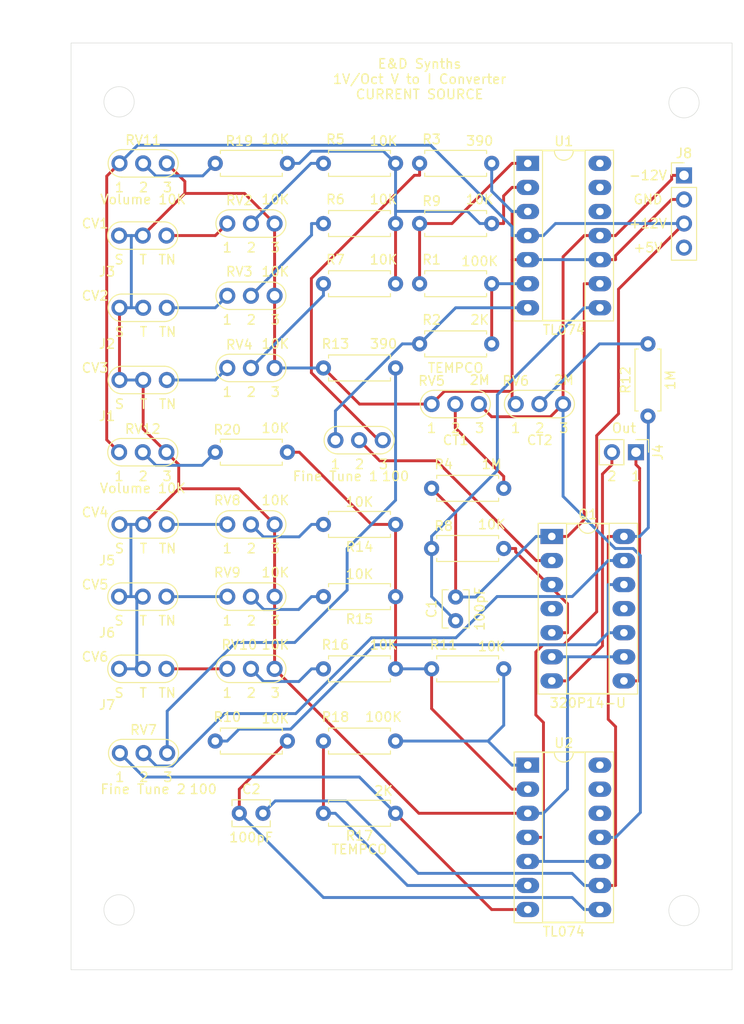
<source format=kicad_pcb>
(kicad_pcb (version 20171130) (host pcbnew "(5.1.12)-1")

  (general
    (thickness 1.6)
    (drawings 32)
    (tracks 279)
    (zones 0)
    (modules 45)
    (nets 43)
  )

  (page A4)
  (layers
    (0 F.Cu signal)
    (31 B.Cu signal)
    (32 B.Adhes user)
    (33 F.Adhes user)
    (34 B.Paste user)
    (35 F.Paste user)
    (36 B.SilkS user)
    (37 F.SilkS user)
    (38 B.Mask user)
    (39 F.Mask user)
    (40 Dwgs.User user)
    (41 Cmts.User user)
    (42 Eco1.User user)
    (43 Eco2.User user)
    (44 Edge.Cuts user)
    (45 Margin user)
    (46 B.CrtYd user hide)
    (47 F.CrtYd user hide)
    (48 B.Fab user hide)
    (49 F.Fab user)
  )

  (setup
    (last_trace_width 0.3048)
    (trace_clearance 0.3048)
    (zone_clearance 0.508)
    (zone_45_only no)
    (trace_min 0.2)
    (via_size 0.8)
    (via_drill 0.4)
    (via_min_size 0.4)
    (via_min_drill 0.3)
    (uvia_size 0.3)
    (uvia_drill 0.1)
    (uvias_allowed no)
    (uvia_min_size 0.2)
    (uvia_min_drill 0.1)
    (edge_width 0.05)
    (segment_width 0.2)
    (pcb_text_width 0.3)
    (pcb_text_size 1.5 1.5)
    (mod_edge_width 0.12)
    (mod_text_size 1 1)
    (mod_text_width 0.15)
    (pad_size 1.524 1.524)
    (pad_drill 0.762)
    (pad_to_mask_clearance 0)
    (aux_axis_origin 0 0)
    (visible_elements 7FFFE7FF)
    (pcbplotparams
      (layerselection 0x010fc_ffffffff)
      (usegerberextensions true)
      (usegerberattributes true)
      (usegerberadvancedattributes true)
      (creategerberjobfile true)
      (excludeedgelayer true)
      (linewidth 0.100000)
      (plotframeref false)
      (viasonmask false)
      (mode 1)
      (useauxorigin false)
      (hpglpennumber 1)
      (hpglpenspeed 20)
      (hpglpendiameter 15.000000)
      (psnegative false)
      (psa4output false)
      (plotreference true)
      (plotvalue true)
      (plotinvisibletext false)
      (padsonsilk false)
      (subtractmaskfromsilk true)
      (outputformat 1)
      (mirror false)
      (drillshape 0)
      (scaleselection 1)
      (outputdirectory "Gerber Version 2/"))
  )

  (net 0 "")
  (net 1 "Net-(C1-Pad2)")
  (net 2 "Net-(C1-Pad1)")
  (net 3 GND)
  (net 4 "Net-(J4-Pad2)")
  (net 5 "Net-(J4-Pad1)")
  (net 6 "Net-(Q1-Pad13)")
  (net 7 "Net-(Q1-Pad3)")
  (net 8 "Net-(Q1-Pad11)")
  (net 9 "Net-(Q1-Pad4)")
  (net 10 "Net-(Q1-Pad10)")
  (net 11 "Net-(Q1-Pad2)")
  (net 12 "Net-(R1-Pad2)")
  (net 13 "Net-(R1-Pad1)")
  (net 14 "Net-(R2-Pad1)")
  (net 15 "Net-(R3-Pad2)")
  (net 16 "Net-(R4-Pad2)")
  (net 17 "Net-(R5-Pad2)")
  (net 18 "Net-(R6-Pad2)")
  (net 19 "Net-(R7-Pad2)")
  (net 20 -12V)
  (net 21 +12V)
  (net 22 "Net-(C2-Pad2)")
  (net 23 "Net-(C2-Pad1)")
  (net 24 "Net-(R11-Pad2)")
  (net 25 "Net-(R11-Pad1)")
  (net 26 "Net-(R12-Pad2)")
  (net 27 "Net-(R13-Pad2)")
  (net 28 "Net-(R14-Pad2)")
  (net 29 "Net-(R15-Pad2)")
  (net 30 "Net-(R16-Pad2)")
  (net 31 "Net-(R17-Pad2)")
  (net 32 "Net-(R17-Pad1)")
  (net 33 "Net-(J1-PadTN)")
  (net 34 "Net-(J2-PadTN)")
  (net 35 "Net-(J3-PadTN)")
  (net 36 "Net-(J5-PadTN)")
  (net 37 "Net-(J6-PadTN)")
  (net 38 "Net-(J7-PadTN)")
  (net 39 +5V)
  (net 40 "Net-(R19-Pad2)")
  (net 41 "Net-(R19-Pad1)")
  (net 42 "Net-(R20-Pad1)")

  (net_class Default "This is the default net class."
    (clearance 0.3048)
    (trace_width 0.3048)
    (via_dia 0.8)
    (via_drill 0.4)
    (uvia_dia 0.3)
    (uvia_drill 0.1)
    (add_net +12V)
    (add_net +5V)
    (add_net -12V)
    (add_net GND)
    (add_net "Net-(C1-Pad1)")
    (add_net "Net-(C1-Pad2)")
    (add_net "Net-(C2-Pad1)")
    (add_net "Net-(C2-Pad2)")
    (add_net "Net-(J1-PadTN)")
    (add_net "Net-(J2-PadTN)")
    (add_net "Net-(J3-PadTN)")
    (add_net "Net-(J4-Pad1)")
    (add_net "Net-(J4-Pad2)")
    (add_net "Net-(J5-PadTN)")
    (add_net "Net-(J6-PadTN)")
    (add_net "Net-(J7-PadTN)")
    (add_net "Net-(Q1-Pad10)")
    (add_net "Net-(Q1-Pad11)")
    (add_net "Net-(Q1-Pad13)")
    (add_net "Net-(Q1-Pad2)")
    (add_net "Net-(Q1-Pad3)")
    (add_net "Net-(Q1-Pad4)")
    (add_net "Net-(R1-Pad1)")
    (add_net "Net-(R1-Pad2)")
    (add_net "Net-(R11-Pad1)")
    (add_net "Net-(R11-Pad2)")
    (add_net "Net-(R12-Pad2)")
    (add_net "Net-(R13-Pad2)")
    (add_net "Net-(R14-Pad2)")
    (add_net "Net-(R15-Pad2)")
    (add_net "Net-(R16-Pad2)")
    (add_net "Net-(R17-Pad1)")
    (add_net "Net-(R17-Pad2)")
    (add_net "Net-(R19-Pad1)")
    (add_net "Net-(R19-Pad2)")
    (add_net "Net-(R2-Pad1)")
    (add_net "Net-(R20-Pad1)")
    (add_net "Net-(R3-Pad2)")
    (add_net "Net-(R4-Pad2)")
    (add_net "Net-(R5-Pad2)")
    (add_net "Net-(R6-Pad2)")
    (add_net "Net-(R7-Pad2)")
  )

  (module "ECAD Models:Pot_Small_Mounting_W7.0mm_H2.5mm" (layer F.Cu) (tedit 619DDD64) (tstamp 619F4C13)
    (at 60.96 74.93)
    (descr "Ceramic Resomator/Filter 7.0x2.5mm^2, length*width=7.0x2.5mm^2 package, package length=7.0mm, package width=2.5mm, 3 pins")
    (tags "THT ceramic resonator filter")
    (path /61AED391)
    (fp_text reference RV12 (at 2.5 -2.45) (layer F.SilkS)
      (effects (font (size 1 1) (thickness 0.15)))
    )
    (fp_text value "Volume 10K" (at 2.5 3.81) (layer F.SilkS)
      (effects (font (size 1 1) (thickness 0.15)))
    )
    (fp_line (start 0.25 -1.25) (end 4.75 -1.25) (layer F.Fab) (width 0.1))
    (fp_line (start 0.25 1.25) (end 4.75 1.25) (layer F.Fab) (width 0.1))
    (fp_line (start 0.25 -1.25) (end 4.75 -1.25) (layer F.Fab) (width 0.1))
    (fp_line (start 0.25 1.25) (end 4.75 1.25) (layer F.Fab) (width 0.1))
    (fp_line (start 0.25 -1.45) (end 4.75 -1.45) (layer F.SilkS) (width 0.12))
    (fp_line (start 0.25 1.45) (end 4.75 1.45) (layer F.SilkS) (width 0.12))
    (fp_line (start -1.5 -1.7) (end -1.5 1.7) (layer F.CrtYd) (width 0.05))
    (fp_line (start -1.5 1.7) (end 6.5 1.7) (layer F.CrtYd) (width 0.05))
    (fp_line (start 6.5 1.7) (end 6.5 -1.7) (layer F.CrtYd) (width 0.05))
    (fp_line (start 6.5 -1.7) (end -1.5 -1.7) (layer F.CrtYd) (width 0.05))
    (fp_text user 3 (at 5.08 2.54) (layer F.SilkS)
      (effects (font (size 1 1) (thickness 0.15)))
    )
    (fp_text user 2 (at 2.54 2.54) (layer F.SilkS)
      (effects (font (size 1 1) (thickness 0.15)))
    )
    (fp_text user 1 (at 0 2.54) (layer F.SilkS)
      (effects (font (size 1 1) (thickness 0.15)))
    )
    (fp_arc (start 4.75 0) (end 4.75 -1.45) (angle 180) (layer F.SilkS) (width 0.12))
    (fp_arc (start 0.25 0) (end 0.25 -1.45) (angle -180) (layer F.SilkS) (width 0.12))
    (fp_arc (start 4.75 0) (end 4.75 -1.25) (angle 180) (layer F.Fab) (width 0.1))
    (fp_arc (start 0.25 0) (end 0.25 -1.25) (angle -180) (layer F.Fab) (width 0.1))
    (fp_arc (start 4.75 0) (end 4.75 -1.25) (angle 180) (layer F.Fab) (width 0.1))
    (fp_arc (start 0.25 0) (end 0.25 -1.25) (angle -180) (layer F.Fab) (width 0.1))
    (fp_text user %R (at 2.5 0) (layer F.Fab)
      (effects (font (size 1 1) (thickness 0.15)))
    )
    (pad 3 thru_hole circle (at 5 0) (size 1.7 1.7) (drill 1) (layers *.Cu *.Mask)
      (net 3 GND))
    (pad 2 thru_hole circle (at 2.5 0) (size 1.7 1.7) (drill 1) (layers *.Cu *.Mask)
      (net 42 "Net-(R20-Pad1)"))
    (pad 1 thru_hole circle (at 0 0) (size 1.7 1.7) (drill 1) (layers *.Cu *.Mask)
      (net 21 +12V))
    (model ${KISYS3DMOD}/Crystal.3dshapes/Resonator-3Pin_W7.0mm_H2.5mm.wrl
      (at (xyz 0 0 0))
      (scale (xyz 1 1 1))
      (rotate (xyz 0 0 0))
    )
  )

  (module "ECAD Models:Pot_Small_Mounting_W7.0mm_H2.5mm" (layer F.Cu) (tedit 619DDD64) (tstamp 619F4BFC)
    (at 61 44.45)
    (descr "Ceramic Resomator/Filter 7.0x2.5mm^2, length*width=7.0x2.5mm^2 package, package length=7.0mm, package width=2.5mm, 3 pins")
    (tags "THT ceramic resonator filter")
    (path /61A39019)
    (fp_text reference RV11 (at 2.5 -2.45) (layer F.SilkS)
      (effects (font (size 1 1) (thickness 0.15)))
    )
    (fp_text value "Volume 10K" (at 2.5 3.81 180) (layer F.SilkS)
      (effects (font (size 1 1) (thickness 0.15)))
    )
    (fp_line (start 0.25 -1.25) (end 4.75 -1.25) (layer F.Fab) (width 0.1))
    (fp_line (start 0.25 1.25) (end 4.75 1.25) (layer F.Fab) (width 0.1))
    (fp_line (start 0.25 -1.25) (end 4.75 -1.25) (layer F.Fab) (width 0.1))
    (fp_line (start 0.25 1.25) (end 4.75 1.25) (layer F.Fab) (width 0.1))
    (fp_line (start 0.25 -1.45) (end 4.75 -1.45) (layer F.SilkS) (width 0.12))
    (fp_line (start 0.25 1.45) (end 4.75 1.45) (layer F.SilkS) (width 0.12))
    (fp_line (start -1.5 -1.7) (end -1.5 1.7) (layer F.CrtYd) (width 0.05))
    (fp_line (start -1.5 1.7) (end 6.5 1.7) (layer F.CrtYd) (width 0.05))
    (fp_line (start 6.5 1.7) (end 6.5 -1.7) (layer F.CrtYd) (width 0.05))
    (fp_line (start 6.5 -1.7) (end -1.5 -1.7) (layer F.CrtYd) (width 0.05))
    (fp_text user 3 (at 5.08 2.54) (layer F.SilkS)
      (effects (font (size 1 1) (thickness 0.15)))
    )
    (fp_text user 2 (at 2.54 2.54) (layer F.SilkS)
      (effects (font (size 1 1) (thickness 0.15)))
    )
    (fp_text user 1 (at 0 2.54) (layer F.SilkS)
      (effects (font (size 1 1) (thickness 0.15)))
    )
    (fp_arc (start 4.75 0) (end 4.75 -1.45) (angle 180) (layer F.SilkS) (width 0.12))
    (fp_arc (start 0.25 0) (end 0.25 -1.45) (angle -180) (layer F.SilkS) (width 0.12))
    (fp_arc (start 4.75 0) (end 4.75 -1.25) (angle 180) (layer F.Fab) (width 0.1))
    (fp_arc (start 0.25 0) (end 0.25 -1.25) (angle -180) (layer F.Fab) (width 0.1))
    (fp_arc (start 4.75 0) (end 4.75 -1.25) (angle 180) (layer F.Fab) (width 0.1))
    (fp_arc (start 0.25 0) (end 0.25 -1.25) (angle -180) (layer F.Fab) (width 0.1))
    (fp_text user %R (at 2.5 0) (layer F.Fab)
      (effects (font (size 1 1) (thickness 0.15)))
    )
    (pad 3 thru_hole circle (at 5 0) (size 1.7 1.7) (drill 1) (layers *.Cu *.Mask)
      (net 3 GND))
    (pad 2 thru_hole circle (at 2.5 0) (size 1.7 1.7) (drill 1) (layers *.Cu *.Mask)
      (net 41 "Net-(R19-Pad1)"))
    (pad 1 thru_hole circle (at 0 0) (size 1.7 1.7) (drill 1) (layers *.Cu *.Mask)
      (net 21 +12V))
    (model ${KISYS3DMOD}/Crystal.3dshapes/Resonator-3Pin_W7.0mm_H2.5mm.wrl
      (at (xyz 0 0 0))
      (scale (xyz 1 1 1))
      (rotate (xyz 0 0 0))
    )
  )

  (module "ECAD Models:Pot_Small_Mounting_W7.0mm_H2.5mm" (layer F.Cu) (tedit 619DDD64) (tstamp 619B1087)
    (at 72.39 97.79)
    (descr "Ceramic Resomator/Filter 7.0x2.5mm^2, length*width=7.0x2.5mm^2 package, package length=7.0mm, package width=2.5mm, 3 pins")
    (tags "THT ceramic resonator filter")
    (path /61B6D2AB)
    (fp_text reference RV10 (at 1.27 -2.54) (layer F.SilkS)
      (effects (font (size 1 1) (thickness 0.15)))
    )
    (fp_text value 10K (at 5.08 -2.54) (layer F.SilkS)
      (effects (font (size 1 1) (thickness 0.15)))
    )
    (fp_line (start 0.25 -1.25) (end 4.75 -1.25) (layer F.Fab) (width 0.1))
    (fp_line (start 0.25 1.25) (end 4.75 1.25) (layer F.Fab) (width 0.1))
    (fp_line (start 0.25 -1.25) (end 4.75 -1.25) (layer F.Fab) (width 0.1))
    (fp_line (start 0.25 1.25) (end 4.75 1.25) (layer F.Fab) (width 0.1))
    (fp_line (start 0.25 -1.45) (end 4.75 -1.45) (layer F.SilkS) (width 0.12))
    (fp_line (start 0.25 1.45) (end 4.75 1.45) (layer F.SilkS) (width 0.12))
    (fp_line (start -1.5 -1.7) (end -1.5 1.7) (layer F.CrtYd) (width 0.05))
    (fp_line (start -1.5 1.7) (end 6.5 1.7) (layer F.CrtYd) (width 0.05))
    (fp_line (start 6.5 1.7) (end 6.5 -1.7) (layer F.CrtYd) (width 0.05))
    (fp_line (start 6.5 -1.7) (end -1.5 -1.7) (layer F.CrtYd) (width 0.05))
    (fp_text user 3 (at 5.08 2.54) (layer F.SilkS)
      (effects (font (size 1 1) (thickness 0.15)))
    )
    (fp_text user 2 (at 2.54 2.54) (layer F.SilkS)
      (effects (font (size 1 1) (thickness 0.15)))
    )
    (fp_text user 1 (at 0 2.54) (layer F.SilkS)
      (effects (font (size 1 1) (thickness 0.15)))
    )
    (fp_arc (start 4.75 0) (end 4.75 -1.45) (angle 180) (layer F.SilkS) (width 0.12))
    (fp_arc (start 0.25 0) (end 0.25 -1.45) (angle -180) (layer F.SilkS) (width 0.12))
    (fp_arc (start 4.75 0) (end 4.75 -1.25) (angle 180) (layer F.Fab) (width 0.1))
    (fp_arc (start 0.25 0) (end 0.25 -1.25) (angle -180) (layer F.Fab) (width 0.1))
    (fp_arc (start 4.75 0) (end 4.75 -1.25) (angle 180) (layer F.Fab) (width 0.1))
    (fp_arc (start 0.25 0) (end 0.25 -1.25) (angle -180) (layer F.Fab) (width 0.1))
    (fp_text user %R (at 2.5 0) (layer F.Fab)
      (effects (font (size 1 1) (thickness 0.15)))
    )
    (pad 3 thru_hole circle (at 5 0) (size 1.7 1.7) (drill 1) (layers *.Cu *.Mask)
      (net 3 GND))
    (pad 2 thru_hole circle (at 2.5 0) (size 1.7 1.7) (drill 1) (layers *.Cu *.Mask)
      (net 30 "Net-(R16-Pad2)"))
    (pad 1 thru_hole circle (at 0 0) (size 1.7 1.7) (drill 1) (layers *.Cu *.Mask)
      (net 38 "Net-(J7-PadTN)"))
    (model ${KISYS3DMOD}/Crystal.3dshapes/Resonator-3Pin_W7.0mm_H2.5mm.wrl
      (at (xyz 0 0 0))
      (scale (xyz 1 1 1))
      (rotate (xyz 0 0 0))
    )
  )

  (module "ECAD Models:Pot_Small_Mounting_W7.0mm_H2.5mm" (layer F.Cu) (tedit 619DDD64) (tstamp 619B1070)
    (at 72.39 90.17)
    (descr "Ceramic Resomator/Filter 7.0x2.5mm^2, length*width=7.0x2.5mm^2 package, package length=7.0mm, package width=2.5mm, 3 pins")
    (tags "THT ceramic resonator filter")
    (path /61B6D281)
    (fp_text reference RV9 (at 0 -2.54) (layer F.SilkS)
      (effects (font (size 1 1) (thickness 0.15)))
    )
    (fp_text value 10K (at 5.08 -2.54) (layer F.SilkS)
      (effects (font (size 1 1) (thickness 0.15)))
    )
    (fp_line (start 0.25 -1.25) (end 4.75 -1.25) (layer F.Fab) (width 0.1))
    (fp_line (start 0.25 1.25) (end 4.75 1.25) (layer F.Fab) (width 0.1))
    (fp_line (start 0.25 -1.25) (end 4.75 -1.25) (layer F.Fab) (width 0.1))
    (fp_line (start 0.25 1.25) (end 4.75 1.25) (layer F.Fab) (width 0.1))
    (fp_line (start 0.25 -1.45) (end 4.75 -1.45) (layer F.SilkS) (width 0.12))
    (fp_line (start 0.25 1.45) (end 4.75 1.45) (layer F.SilkS) (width 0.12))
    (fp_line (start -1.5 -1.7) (end -1.5 1.7) (layer F.CrtYd) (width 0.05))
    (fp_line (start -1.5 1.7) (end 6.5 1.7) (layer F.CrtYd) (width 0.05))
    (fp_line (start 6.5 1.7) (end 6.5 -1.7) (layer F.CrtYd) (width 0.05))
    (fp_line (start 6.5 -1.7) (end -1.5 -1.7) (layer F.CrtYd) (width 0.05))
    (fp_text user 3 (at 5.08 2.54) (layer F.SilkS)
      (effects (font (size 1 1) (thickness 0.15)))
    )
    (fp_text user 2 (at 2.54 2.54) (layer F.SilkS)
      (effects (font (size 1 1) (thickness 0.15)))
    )
    (fp_text user 1 (at 0 2.54) (layer F.SilkS)
      (effects (font (size 1 1) (thickness 0.15)))
    )
    (fp_arc (start 4.75 0) (end 4.75 -1.45) (angle 180) (layer F.SilkS) (width 0.12))
    (fp_arc (start 0.25 0) (end 0.25 -1.45) (angle -180) (layer F.SilkS) (width 0.12))
    (fp_arc (start 4.75 0) (end 4.75 -1.25) (angle 180) (layer F.Fab) (width 0.1))
    (fp_arc (start 0.25 0) (end 0.25 -1.25) (angle -180) (layer F.Fab) (width 0.1))
    (fp_arc (start 4.75 0) (end 4.75 -1.25) (angle 180) (layer F.Fab) (width 0.1))
    (fp_arc (start 0.25 0) (end 0.25 -1.25) (angle -180) (layer F.Fab) (width 0.1))
    (fp_text user %R (at 2.5 0) (layer F.Fab)
      (effects (font (size 1 1) (thickness 0.15)))
    )
    (pad 3 thru_hole circle (at 5 0) (size 1.7 1.7) (drill 1) (layers *.Cu *.Mask)
      (net 3 GND))
    (pad 2 thru_hole circle (at 2.5 0) (size 1.7 1.7) (drill 1) (layers *.Cu *.Mask)
      (net 29 "Net-(R15-Pad2)"))
    (pad 1 thru_hole circle (at 0 0) (size 1.7 1.7) (drill 1) (layers *.Cu *.Mask)
      (net 37 "Net-(J6-PadTN)"))
    (model ${KISYS3DMOD}/Crystal.3dshapes/Resonator-3Pin_W7.0mm_H2.5mm.wrl
      (at (xyz 0 0 0))
      (scale (xyz 1 1 1))
      (rotate (xyz 0 0 0))
    )
  )

  (module "ECAD Models:Pot_Small_Mounting_W7.0mm_H2.5mm" (layer F.Cu) (tedit 619DDD64) (tstamp 619B1059)
    (at 72.39 82.55)
    (descr "Ceramic Resomator/Filter 7.0x2.5mm^2, length*width=7.0x2.5mm^2 package, package length=7.0mm, package width=2.5mm, 3 pins")
    (tags "THT ceramic resonator filter")
    (path /61B6D1A0)
    (fp_text reference RV8 (at 0 -2.54) (layer F.SilkS)
      (effects (font (size 1 1) (thickness 0.15)))
    )
    (fp_text value 10K (at 5.08 -2.54) (layer F.SilkS)
      (effects (font (size 1 1) (thickness 0.15)))
    )
    (fp_line (start 0.25 -1.25) (end 4.75 -1.25) (layer F.Fab) (width 0.1))
    (fp_line (start 0.25 1.25) (end 4.75 1.25) (layer F.Fab) (width 0.1))
    (fp_line (start 0.25 -1.25) (end 4.75 -1.25) (layer F.Fab) (width 0.1))
    (fp_line (start 0.25 1.25) (end 4.75 1.25) (layer F.Fab) (width 0.1))
    (fp_line (start 0.25 -1.45) (end 4.75 -1.45) (layer F.SilkS) (width 0.12))
    (fp_line (start 0.25 1.45) (end 4.75 1.45) (layer F.SilkS) (width 0.12))
    (fp_line (start -1.5 -1.7) (end -1.5 1.7) (layer F.CrtYd) (width 0.05))
    (fp_line (start -1.5 1.7) (end 6.5 1.7) (layer F.CrtYd) (width 0.05))
    (fp_line (start 6.5 1.7) (end 6.5 -1.7) (layer F.CrtYd) (width 0.05))
    (fp_line (start 6.5 -1.7) (end -1.5 -1.7) (layer F.CrtYd) (width 0.05))
    (fp_text user 3 (at 5.08 2.54) (layer F.SilkS)
      (effects (font (size 1 1) (thickness 0.15)))
    )
    (fp_text user 2 (at 2.54 2.54) (layer F.SilkS)
      (effects (font (size 1 1) (thickness 0.15)))
    )
    (fp_text user 1 (at 0 2.54) (layer F.SilkS)
      (effects (font (size 1 1) (thickness 0.15)))
    )
    (fp_arc (start 4.75 0) (end 4.75 -1.45) (angle 180) (layer F.SilkS) (width 0.12))
    (fp_arc (start 0.25 0) (end 0.25 -1.45) (angle -180) (layer F.SilkS) (width 0.12))
    (fp_arc (start 4.75 0) (end 4.75 -1.25) (angle 180) (layer F.Fab) (width 0.1))
    (fp_arc (start 0.25 0) (end 0.25 -1.25) (angle -180) (layer F.Fab) (width 0.1))
    (fp_arc (start 4.75 0) (end 4.75 -1.25) (angle 180) (layer F.Fab) (width 0.1))
    (fp_arc (start 0.25 0) (end 0.25 -1.25) (angle -180) (layer F.Fab) (width 0.1))
    (fp_text user %R (at 2.5 0) (layer F.Fab)
      (effects (font (size 1 1) (thickness 0.15)))
    )
    (pad 3 thru_hole circle (at 5 0) (size 1.7 1.7) (drill 1) (layers *.Cu *.Mask)
      (net 3 GND))
    (pad 2 thru_hole circle (at 2.5 0) (size 1.7 1.7) (drill 1) (layers *.Cu *.Mask)
      (net 28 "Net-(R14-Pad2)"))
    (pad 1 thru_hole circle (at 0 0) (size 1.7 1.7) (drill 1) (layers *.Cu *.Mask)
      (net 36 "Net-(J5-PadTN)"))
    (model ${KISYS3DMOD}/Crystal.3dshapes/Resonator-3Pin_W7.0mm_H2.5mm.wrl
      (at (xyz 0 0 0))
      (scale (xyz 1 1 1))
      (rotate (xyz 0 0 0))
    )
  )

  (module "ECAD Models:Pot_Small_Mounting_W7.0mm_H2.5mm" (layer F.Cu) (tedit 619DDD64) (tstamp 619B1042)
    (at 61.04 106.68)
    (descr "Ceramic Resomator/Filter 7.0x2.5mm^2, length*width=7.0x2.5mm^2 package, package length=7.0mm, package width=2.5mm, 3 pins")
    (tags "THT ceramic resonator filter")
    (path /61B6D1DC)
    (fp_text reference RV7 (at 2.5 -2.45) (layer F.SilkS)
      (effects (font (size 1 1) (thickness 0.15)))
    )
    (fp_text value 100 (at 8.81 3.81) (layer F.SilkS)
      (effects (font (size 1 1) (thickness 0.15)))
    )
    (fp_line (start 0.25 -1.25) (end 4.75 -1.25) (layer F.Fab) (width 0.1))
    (fp_line (start 0.25 1.25) (end 4.75 1.25) (layer F.Fab) (width 0.1))
    (fp_line (start 0.25 -1.25) (end 4.75 -1.25) (layer F.Fab) (width 0.1))
    (fp_line (start 0.25 1.25) (end 4.75 1.25) (layer F.Fab) (width 0.1))
    (fp_line (start 0.25 -1.45) (end 4.75 -1.45) (layer F.SilkS) (width 0.12))
    (fp_line (start 0.25 1.45) (end 4.75 1.45) (layer F.SilkS) (width 0.12))
    (fp_line (start -1.5 -1.7) (end -1.5 1.7) (layer F.CrtYd) (width 0.05))
    (fp_line (start -1.5 1.7) (end 6.5 1.7) (layer F.CrtYd) (width 0.05))
    (fp_line (start 6.5 1.7) (end 6.5 -1.7) (layer F.CrtYd) (width 0.05))
    (fp_line (start 6.5 -1.7) (end -1.5 -1.7) (layer F.CrtYd) (width 0.05))
    (fp_text user 3 (at 5.08 2.54) (layer F.SilkS)
      (effects (font (size 1 1) (thickness 0.15)))
    )
    (fp_text user 2 (at 2.54 2.54) (layer F.SilkS)
      (effects (font (size 1 1) (thickness 0.15)))
    )
    (fp_text user 1 (at 0 2.54) (layer F.SilkS)
      (effects (font (size 1 1) (thickness 0.15)))
    )
    (fp_arc (start 4.75 0) (end 4.75 -1.45) (angle 180) (layer F.SilkS) (width 0.12))
    (fp_arc (start 0.25 0) (end 0.25 -1.45) (angle -180) (layer F.SilkS) (width 0.12))
    (fp_arc (start 4.75 0) (end 4.75 -1.25) (angle 180) (layer F.Fab) (width 0.1))
    (fp_arc (start 0.25 0) (end 0.25 -1.25) (angle -180) (layer F.Fab) (width 0.1))
    (fp_arc (start 4.75 0) (end 4.75 -1.25) (angle 180) (layer F.Fab) (width 0.1))
    (fp_arc (start 0.25 0) (end 0.25 -1.25) (angle -180) (layer F.Fab) (width 0.1))
    (fp_text user %R (at 2.5 0) (layer F.Fab)
      (effects (font (size 1 1) (thickness 0.15)))
    )
    (pad 3 thru_hole circle (at 5 0) (size 1.7 1.7) (drill 1) (layers *.Cu *.Mask)
      (net 27 "Net-(R13-Pad2)"))
    (pad 2 thru_hole circle (at 2.5 0) (size 1.7 1.7) (drill 1) (layers *.Cu *.Mask)
      (net 6 "Net-(Q1-Pad13)"))
    (pad 1 thru_hole circle (at 0 0) (size 1.7 1.7) (drill 1) (layers *.Cu *.Mask)
      (net 32 "Net-(R17-Pad1)"))
    (model ${KISYS3DMOD}/Crystal.3dshapes/Resonator-3Pin_W7.0mm_H2.5mm.wrl
      (at (xyz 0 0 0))
      (scale (xyz 1 1 1))
      (rotate (xyz 0 0 0))
    )
  )

  (module "ECAD Models:Pot_Small_Mounting_W7.0mm_H2.5mm" (layer F.Cu) (tedit 619DDD64) (tstamp 619B102B)
    (at 102.87 69.85)
    (descr "Ceramic Resomator/Filter 7.0x2.5mm^2, length*width=7.0x2.5mm^2 package, package length=7.0mm, package width=2.5mm, 3 pins")
    (tags "THT ceramic resonator filter")
    (path /61B6D1F2)
    (fp_text reference RV6 (at 0 -2.45) (layer F.SilkS)
      (effects (font (size 1 1) (thickness 0.15)))
    )
    (fp_text value 2M (at 5.08 -2.54) (layer F.SilkS)
      (effects (font (size 1 1) (thickness 0.15)))
    )
    (fp_line (start 0.25 -1.25) (end 4.75 -1.25) (layer F.Fab) (width 0.1))
    (fp_line (start 0.25 1.25) (end 4.75 1.25) (layer F.Fab) (width 0.1))
    (fp_line (start 0.25 -1.25) (end 4.75 -1.25) (layer F.Fab) (width 0.1))
    (fp_line (start 0.25 1.25) (end 4.75 1.25) (layer F.Fab) (width 0.1))
    (fp_line (start 0.25 -1.45) (end 4.75 -1.45) (layer F.SilkS) (width 0.12))
    (fp_line (start 0.25 1.45) (end 4.75 1.45) (layer F.SilkS) (width 0.12))
    (fp_line (start -1.5 -1.7) (end -1.5 1.7) (layer F.CrtYd) (width 0.05))
    (fp_line (start -1.5 1.7) (end 6.5 1.7) (layer F.CrtYd) (width 0.05))
    (fp_line (start 6.5 1.7) (end 6.5 -1.7) (layer F.CrtYd) (width 0.05))
    (fp_line (start 6.5 -1.7) (end -1.5 -1.7) (layer F.CrtYd) (width 0.05))
    (fp_text user 3 (at 5.08 2.54) (layer F.SilkS)
      (effects (font (size 1 1) (thickness 0.15)))
    )
    (fp_text user 2 (at 2.54 2.54) (layer F.SilkS)
      (effects (font (size 1 1) (thickness 0.15)))
    )
    (fp_text user 1 (at 0 2.54) (layer F.SilkS)
      (effects (font (size 1 1) (thickness 0.15)))
    )
    (fp_arc (start 4.75 0) (end 4.75 -1.45) (angle 180) (layer F.SilkS) (width 0.12))
    (fp_arc (start 0.25 0) (end 0.25 -1.45) (angle -180) (layer F.SilkS) (width 0.12))
    (fp_arc (start 4.75 0) (end 4.75 -1.25) (angle 180) (layer F.Fab) (width 0.1))
    (fp_arc (start 0.25 0) (end 0.25 -1.25) (angle -180) (layer F.Fab) (width 0.1))
    (fp_arc (start 4.75 0) (end 4.75 -1.25) (angle 180) (layer F.Fab) (width 0.1))
    (fp_arc (start 0.25 0) (end 0.25 -1.25) (angle -180) (layer F.Fab) (width 0.1))
    (fp_text user %R (at 2.5 0) (layer F.Fab)
      (effects (font (size 1 1) (thickness 0.15)))
    )
    (pad 3 thru_hole circle (at 5 0) (size 1.7 1.7) (drill 1) (layers *.Cu *.Mask)
      (net 20 -12V))
    (pad 2 thru_hole circle (at 2.5 0) (size 1.7 1.7) (drill 1) (layers *.Cu *.Mask)
      (net 26 "Net-(R12-Pad2)"))
    (pad 1 thru_hole circle (at 0 0) (size 1.7 1.7) (drill 1) (layers *.Cu *.Mask)
      (net 3 GND))
    (model ${KISYS3DMOD}/Crystal.3dshapes/Resonator-3Pin_W7.0mm_H2.5mm.wrl
      (at (xyz 0 0 0))
      (scale (xyz 1 1 1))
      (rotate (xyz 0 0 0))
    )
  )

  (module "ECAD Models:Pot_Small_Mounting_W7.0mm_H2.5mm" (layer F.Cu) (tedit 619DDD64) (tstamp 619B1014)
    (at 93.98 69.85)
    (descr "Ceramic Resomator/Filter 7.0x2.5mm^2, length*width=7.0x2.5mm^2 package, package length=7.0mm, package width=2.5mm, 3 pins")
    (tags "THT ceramic resonator filter")
    (path /619E16E6)
    (fp_text reference RV5 (at 0 -2.45) (layer F.SilkS)
      (effects (font (size 1 1) (thickness 0.15)))
    )
    (fp_text value 2M (at 5.08 -2.54) (layer F.SilkS)
      (effects (font (size 1 1) (thickness 0.15)))
    )
    (fp_line (start 0.25 -1.25) (end 4.75 -1.25) (layer F.Fab) (width 0.1))
    (fp_line (start 0.25 1.25) (end 4.75 1.25) (layer F.Fab) (width 0.1))
    (fp_line (start 0.25 -1.25) (end 4.75 -1.25) (layer F.Fab) (width 0.1))
    (fp_line (start 0.25 1.25) (end 4.75 1.25) (layer F.Fab) (width 0.1))
    (fp_line (start 0.25 -1.45) (end 4.75 -1.45) (layer F.SilkS) (width 0.12))
    (fp_line (start 0.25 1.45) (end 4.75 1.45) (layer F.SilkS) (width 0.12))
    (fp_line (start -1.5 -1.7) (end -1.5 1.7) (layer F.CrtYd) (width 0.05))
    (fp_line (start -1.5 1.7) (end 6.5 1.7) (layer F.CrtYd) (width 0.05))
    (fp_line (start 6.5 1.7) (end 6.5 -1.7) (layer F.CrtYd) (width 0.05))
    (fp_line (start 6.5 -1.7) (end -1.5 -1.7) (layer F.CrtYd) (width 0.05))
    (fp_text user 3 (at 5.08 2.54) (layer F.SilkS)
      (effects (font (size 1 1) (thickness 0.15)))
    )
    (fp_text user 2 (at 2.54 2.54) (layer F.SilkS)
      (effects (font (size 1 1) (thickness 0.15)))
    )
    (fp_text user 1 (at 0 2.54) (layer F.SilkS)
      (effects (font (size 1 1) (thickness 0.15)))
    )
    (fp_arc (start 4.75 0) (end 4.75 -1.45) (angle 180) (layer F.SilkS) (width 0.12))
    (fp_arc (start 0.25 0) (end 0.25 -1.45) (angle -180) (layer F.SilkS) (width 0.12))
    (fp_arc (start 4.75 0) (end 4.75 -1.25) (angle 180) (layer F.Fab) (width 0.1))
    (fp_arc (start 0.25 0) (end 0.25 -1.25) (angle -180) (layer F.Fab) (width 0.1))
    (fp_arc (start 4.75 0) (end 4.75 -1.25) (angle 180) (layer F.Fab) (width 0.1))
    (fp_arc (start 0.25 0) (end 0.25 -1.25) (angle -180) (layer F.Fab) (width 0.1))
    (fp_text user %R (at 2.5 0) (layer F.Fab)
      (effects (font (size 1 1) (thickness 0.15)))
    )
    (pad 3 thru_hole circle (at 5 0) (size 1.7 1.7) (drill 1) (layers *.Cu *.Mask)
      (net 20 -12V))
    (pad 2 thru_hole circle (at 2.5 0) (size 1.7 1.7) (drill 1) (layers *.Cu *.Mask)
      (net 16 "Net-(R4-Pad2)"))
    (pad 1 thru_hole circle (at 0 0) (size 1.7 1.7) (drill 1) (layers *.Cu *.Mask)
      (net 3 GND))
    (model ${KISYS3DMOD}/Crystal.3dshapes/Resonator-3Pin_W7.0mm_H2.5mm.wrl
      (at (xyz 0 0 0))
      (scale (xyz 1 1 1))
      (rotate (xyz 0 0 0))
    )
  )

  (module "ECAD Models:Pot_Small_Mounting_W7.0mm_H2.5mm" (layer F.Cu) (tedit 619DDD64) (tstamp 619B0FFD)
    (at 72.39 66.04)
    (descr "Ceramic Resomator/Filter 7.0x2.5mm^2, length*width=7.0x2.5mm^2 package, package length=7.0mm, package width=2.5mm, 3 pins")
    (tags "THT ceramic resonator filter")
    (path /61B5B327)
    (fp_text reference RV4 (at 1.27 -2.45) (layer F.SilkS)
      (effects (font (size 1 1) (thickness 0.15)))
    )
    (fp_text value 10K (at 5.08 -2.54) (layer F.SilkS)
      (effects (font (size 1 1) (thickness 0.15)))
    )
    (fp_line (start 0.25 -1.25) (end 4.75 -1.25) (layer F.Fab) (width 0.1))
    (fp_line (start 0.25 1.25) (end 4.75 1.25) (layer F.Fab) (width 0.1))
    (fp_line (start 0.25 -1.25) (end 4.75 -1.25) (layer F.Fab) (width 0.1))
    (fp_line (start 0.25 1.25) (end 4.75 1.25) (layer F.Fab) (width 0.1))
    (fp_line (start 0.25 -1.45) (end 4.75 -1.45) (layer F.SilkS) (width 0.12))
    (fp_line (start 0.25 1.45) (end 4.75 1.45) (layer F.SilkS) (width 0.12))
    (fp_line (start -1.5 -1.7) (end -1.5 1.7) (layer F.CrtYd) (width 0.05))
    (fp_line (start -1.5 1.7) (end 6.5 1.7) (layer F.CrtYd) (width 0.05))
    (fp_line (start 6.5 1.7) (end 6.5 -1.7) (layer F.CrtYd) (width 0.05))
    (fp_line (start 6.5 -1.7) (end -1.5 -1.7) (layer F.CrtYd) (width 0.05))
    (fp_text user 3 (at 5.08 2.54) (layer F.SilkS)
      (effects (font (size 1 1) (thickness 0.15)))
    )
    (fp_text user 2 (at 2.54 2.54) (layer F.SilkS)
      (effects (font (size 1 1) (thickness 0.15)))
    )
    (fp_text user 1 (at 0 2.54) (layer F.SilkS)
      (effects (font (size 1 1) (thickness 0.15)))
    )
    (fp_arc (start 4.75 0) (end 4.75 -1.45) (angle 180) (layer F.SilkS) (width 0.12))
    (fp_arc (start 0.25 0) (end 0.25 -1.45) (angle -180) (layer F.SilkS) (width 0.12))
    (fp_arc (start 4.75 0) (end 4.75 -1.25) (angle 180) (layer F.Fab) (width 0.1))
    (fp_arc (start 0.25 0) (end 0.25 -1.25) (angle -180) (layer F.Fab) (width 0.1))
    (fp_arc (start 4.75 0) (end 4.75 -1.25) (angle 180) (layer F.Fab) (width 0.1))
    (fp_arc (start 0.25 0) (end 0.25 -1.25) (angle -180) (layer F.Fab) (width 0.1))
    (fp_text user %R (at 2.5 0) (layer F.Fab)
      (effects (font (size 1 1) (thickness 0.15)))
    )
    (pad 3 thru_hole circle (at 5 0) (size 1.7 1.7) (drill 1) (layers *.Cu *.Mask)
      (net 3 GND))
    (pad 2 thru_hole circle (at 2.5 0) (size 1.7 1.7) (drill 1) (layers *.Cu *.Mask)
      (net 19 "Net-(R7-Pad2)"))
    (pad 1 thru_hole circle (at 0 0) (size 1.7 1.7) (drill 1) (layers *.Cu *.Mask)
      (net 33 "Net-(J1-PadTN)"))
    (model ${KISYS3DMOD}/Crystal.3dshapes/Resonator-3Pin_W7.0mm_H2.5mm.wrl
      (at (xyz 0 0 0))
      (scale (xyz 1 1 1))
      (rotate (xyz 0 0 0))
    )
  )

  (module "ECAD Models:Pot_Small_Mounting_W7.0mm_H2.5mm" (layer F.Cu) (tedit 619DDD64) (tstamp 619B0FE6)
    (at 72.39 58.42)
    (descr "Ceramic Resomator/Filter 7.0x2.5mm^2, length*width=7.0x2.5mm^2 package, package length=7.0mm, package width=2.5mm, 3 pins")
    (tags "THT ceramic resonator filter")
    (path /61B267FE)
    (fp_text reference RV3 (at 1.27 -2.54) (layer F.SilkS)
      (effects (font (size 1 1) (thickness 0.15)))
    )
    (fp_text value 10K (at 5.08 -2.54) (layer F.SilkS)
      (effects (font (size 1 1) (thickness 0.15)))
    )
    (fp_line (start 0.25 -1.25) (end 4.75 -1.25) (layer F.Fab) (width 0.1))
    (fp_line (start 0.25 1.25) (end 4.75 1.25) (layer F.Fab) (width 0.1))
    (fp_line (start 0.25 -1.25) (end 4.75 -1.25) (layer F.Fab) (width 0.1))
    (fp_line (start 0.25 1.25) (end 4.75 1.25) (layer F.Fab) (width 0.1))
    (fp_line (start 0.25 -1.45) (end 4.75 -1.45) (layer F.SilkS) (width 0.12))
    (fp_line (start 0.25 1.45) (end 4.75 1.45) (layer F.SilkS) (width 0.12))
    (fp_line (start -1.5 -1.7) (end -1.5 1.7) (layer F.CrtYd) (width 0.05))
    (fp_line (start -1.5 1.7) (end 6.5 1.7) (layer F.CrtYd) (width 0.05))
    (fp_line (start 6.5 1.7) (end 6.5 -1.7) (layer F.CrtYd) (width 0.05))
    (fp_line (start 6.5 -1.7) (end -1.5 -1.7) (layer F.CrtYd) (width 0.05))
    (fp_text user 3 (at 5.08 2.54) (layer F.SilkS)
      (effects (font (size 1 1) (thickness 0.15)))
    )
    (fp_text user 2 (at 2.54 2.54) (layer F.SilkS)
      (effects (font (size 1 1) (thickness 0.15)))
    )
    (fp_text user 1 (at 0 2.54) (layer F.SilkS)
      (effects (font (size 1 1) (thickness 0.15)))
    )
    (fp_arc (start 4.75 0) (end 4.75 -1.45) (angle 180) (layer F.SilkS) (width 0.12))
    (fp_arc (start 0.25 0) (end 0.25 -1.45) (angle -180) (layer F.SilkS) (width 0.12))
    (fp_arc (start 4.75 0) (end 4.75 -1.25) (angle 180) (layer F.Fab) (width 0.1))
    (fp_arc (start 0.25 0) (end 0.25 -1.25) (angle -180) (layer F.Fab) (width 0.1))
    (fp_arc (start 4.75 0) (end 4.75 -1.25) (angle 180) (layer F.Fab) (width 0.1))
    (fp_arc (start 0.25 0) (end 0.25 -1.25) (angle -180) (layer F.Fab) (width 0.1))
    (fp_text user %R (at 2.5 0) (layer F.Fab)
      (effects (font (size 1 1) (thickness 0.15)))
    )
    (pad 3 thru_hole circle (at 5 0) (size 1.7 1.7) (drill 1) (layers *.Cu *.Mask)
      (net 3 GND))
    (pad 2 thru_hole circle (at 2.5 0) (size 1.7 1.7) (drill 1) (layers *.Cu *.Mask)
      (net 18 "Net-(R6-Pad2)"))
    (pad 1 thru_hole circle (at 0 0) (size 1.7 1.7) (drill 1) (layers *.Cu *.Mask)
      (net 34 "Net-(J2-PadTN)"))
    (model ${KISYS3DMOD}/Crystal.3dshapes/Resonator-3Pin_W7.0mm_H2.5mm.wrl
      (at (xyz 0 0 0))
      (scale (xyz 1 1 1))
      (rotate (xyz 0 0 0))
    )
  )

  (module "ECAD Models:Pot_Small_Mounting_W7.0mm_H2.5mm" (layer F.Cu) (tedit 619DDD64) (tstamp 619B0FCF)
    (at 72.39 50.8)
    (descr "Ceramic Resomator/Filter 7.0x2.5mm^2, length*width=7.0x2.5mm^2 package, package length=7.0mm, package width=2.5mm, 3 pins")
    (tags "THT ceramic resonator filter")
    (path /61975922)
    (fp_text reference RV2 (at 1.27 -2.45) (layer F.SilkS)
      (effects (font (size 1 1) (thickness 0.15)))
    )
    (fp_text value 10K (at 5.08 -2.54) (layer F.SilkS)
      (effects (font (size 1 1) (thickness 0.15)))
    )
    (fp_line (start 0.25 -1.25) (end 4.75 -1.25) (layer F.Fab) (width 0.1))
    (fp_line (start 0.25 1.25) (end 4.75 1.25) (layer F.Fab) (width 0.1))
    (fp_line (start 0.25 -1.25) (end 4.75 -1.25) (layer F.Fab) (width 0.1))
    (fp_line (start 0.25 1.25) (end 4.75 1.25) (layer F.Fab) (width 0.1))
    (fp_line (start 0.25 -1.45) (end 4.75 -1.45) (layer F.SilkS) (width 0.12))
    (fp_line (start 0.25 1.45) (end 4.75 1.45) (layer F.SilkS) (width 0.12))
    (fp_line (start -1.5 -1.7) (end -1.5 1.7) (layer F.CrtYd) (width 0.05))
    (fp_line (start -1.5 1.7) (end 6.5 1.7) (layer F.CrtYd) (width 0.05))
    (fp_line (start 6.5 1.7) (end 6.5 -1.7) (layer F.CrtYd) (width 0.05))
    (fp_line (start 6.5 -1.7) (end -1.5 -1.7) (layer F.CrtYd) (width 0.05))
    (fp_text user 3 (at 5.08 2.54) (layer F.SilkS)
      (effects (font (size 1 1) (thickness 0.15)))
    )
    (fp_text user 2 (at 2.54 2.54) (layer F.SilkS)
      (effects (font (size 1 1) (thickness 0.15)))
    )
    (fp_text user 1 (at 0 2.54) (layer F.SilkS)
      (effects (font (size 1 1) (thickness 0.15)))
    )
    (fp_arc (start 4.75 0) (end 4.75 -1.45) (angle 180) (layer F.SilkS) (width 0.12))
    (fp_arc (start 0.25 0) (end 0.25 -1.45) (angle -180) (layer F.SilkS) (width 0.12))
    (fp_arc (start 4.75 0) (end 4.75 -1.25) (angle 180) (layer F.Fab) (width 0.1))
    (fp_arc (start 0.25 0) (end 0.25 -1.25) (angle -180) (layer F.Fab) (width 0.1))
    (fp_arc (start 4.75 0) (end 4.75 -1.25) (angle 180) (layer F.Fab) (width 0.1))
    (fp_arc (start 0.25 0) (end 0.25 -1.25) (angle -180) (layer F.Fab) (width 0.1))
    (fp_text user %R (at 2.5 0) (layer F.Fab)
      (effects (font (size 1 1) (thickness 0.15)))
    )
    (pad 3 thru_hole circle (at 5 0) (size 1.7 1.7) (drill 1) (layers *.Cu *.Mask)
      (net 3 GND))
    (pad 2 thru_hole circle (at 2.5 0) (size 1.7 1.7) (drill 1) (layers *.Cu *.Mask)
      (net 17 "Net-(R5-Pad2)"))
    (pad 1 thru_hole circle (at 0 0) (size 1.7 1.7) (drill 1) (layers *.Cu *.Mask)
      (net 35 "Net-(J3-PadTN)"))
    (model ${KISYS3DMOD}/Crystal.3dshapes/Resonator-3Pin_W7.0mm_H2.5mm.wrl
      (at (xyz 0 0 0))
      (scale (xyz 1 1 1))
      (rotate (xyz 0 0 0))
    )
  )

  (module "ECAD Models:Pot_Small_Mounting_W7.0mm_H2.5mm" (layer F.Cu) (tedit 619DDD64) (tstamp 619B0FB8)
    (at 83.82 73.66)
    (descr "Ceramic Resomator/Filter 7.0x2.5mm^2, length*width=7.0x2.5mm^2 package, package length=7.0mm, package width=2.5mm, 3 pins")
    (tags "THT ceramic resonator filter")
    (path /619C7463)
    (fp_text reference "Fine Tune 1" (at 0 3.81) (layer F.SilkS)
      (effects (font (size 1 1) (thickness 0.15)))
    )
    (fp_text value 100 (at 6.35 3.81) (layer F.SilkS)
      (effects (font (size 1 1) (thickness 0.15)))
    )
    (fp_line (start 0.25 -1.25) (end 4.75 -1.25) (layer F.Fab) (width 0.1))
    (fp_line (start 0.25 1.25) (end 4.75 1.25) (layer F.Fab) (width 0.1))
    (fp_line (start 0.25 -1.25) (end 4.75 -1.25) (layer F.Fab) (width 0.1))
    (fp_line (start 0.25 1.25) (end 4.75 1.25) (layer F.Fab) (width 0.1))
    (fp_line (start 0.25 -1.45) (end 4.75 -1.45) (layer F.SilkS) (width 0.12))
    (fp_line (start 0.25 1.45) (end 4.75 1.45) (layer F.SilkS) (width 0.12))
    (fp_line (start -1.5 -1.7) (end -1.5 1.7) (layer F.CrtYd) (width 0.05))
    (fp_line (start -1.5 1.7) (end 6.5 1.7) (layer F.CrtYd) (width 0.05))
    (fp_line (start 6.5 1.7) (end 6.5 -1.7) (layer F.CrtYd) (width 0.05))
    (fp_line (start 6.5 -1.7) (end -1.5 -1.7) (layer F.CrtYd) (width 0.05))
    (fp_text user 3 (at 5.08 2.54) (layer F.SilkS)
      (effects (font (size 1 1) (thickness 0.15)))
    )
    (fp_text user 2 (at 2.54 2.54) (layer F.SilkS)
      (effects (font (size 1 1) (thickness 0.15)))
    )
    (fp_text user 1 (at 0 2.54) (layer F.SilkS)
      (effects (font (size 1 1) (thickness 0.15)))
    )
    (fp_arc (start 4.75 0) (end 4.75 -1.45) (angle 180) (layer F.SilkS) (width 0.12))
    (fp_arc (start 0.25 0) (end 0.25 -1.45) (angle -180) (layer F.SilkS) (width 0.12))
    (fp_arc (start 4.75 0) (end 4.75 -1.25) (angle 180) (layer F.Fab) (width 0.1))
    (fp_arc (start 0.25 0) (end 0.25 -1.25) (angle -180) (layer F.Fab) (width 0.1))
    (fp_arc (start 4.75 0) (end 4.75 -1.25) (angle 180) (layer F.Fab) (width 0.1))
    (fp_arc (start 0.25 0) (end 0.25 -1.25) (angle -180) (layer F.Fab) (width 0.1))
    (fp_text user %R (at 2.5 0) (layer F.Fab)
      (effects (font (size 1 1) (thickness 0.15)))
    )
    (pad 3 thru_hole circle (at 5 0) (size 1.7 1.7) (drill 1) (layers *.Cu *.Mask)
      (net 15 "Net-(R3-Pad2)"))
    (pad 2 thru_hole circle (at 2.5 0) (size 1.7 1.7) (drill 1) (layers *.Cu *.Mask)
      (net 11 "Net-(Q1-Pad2)"))
    (pad 1 thru_hole circle (at 0 0) (size 1.7 1.7) (drill 1) (layers *.Cu *.Mask)
      (net 14 "Net-(R2-Pad1)"))
    (model ${KISYS3DMOD}/Crystal.3dshapes/Resonator-3Pin_W7.0mm_H2.5mm.wrl
      (at (xyz 0 0 0))
      (scale (xyz 1 1 1))
      (rotate (xyz 0 0 0))
    )
  )

  (module "ECAD Models:Thonkiconn_Audio_Jack_PJ398SM_W7.0mm_H2.5mm" (layer F.Cu) (tedit 619DDDC8) (tstamp 619B0DD9)
    (at 60.96 97.79)
    (descr "Ceramic Resomator/Filter 7.0x2.5mm^2, length*width=7.0x2.5mm^2 package, package length=7.0mm, package width=2.5mm, 3 pins")
    (tags "THT ceramic resonator filter")
    (path /61C5D5E4)
    (fp_text reference J7 (at -1.27 3.81) (layer F.SilkS)
      (effects (font (size 1 1) (thickness 0.15)))
    )
    (fp_text value CV6 (at -2.54 -1.27) (layer F.SilkS)
      (effects (font (size 1 1) (thickness 0.15)))
    )
    (fp_line (start 0.25 -1.25) (end 4.75 -1.25) (layer F.Fab) (width 0.1))
    (fp_line (start 0.25 1.25) (end 4.75 1.25) (layer F.Fab) (width 0.1))
    (fp_line (start 0.25 -1.25) (end 4.75 -1.25) (layer F.Fab) (width 0.1))
    (fp_line (start 0.25 1.25) (end 4.75 1.25) (layer F.Fab) (width 0.1))
    (fp_line (start 0.25 -1.45) (end 4.75 -1.45) (layer F.SilkS) (width 0.12))
    (fp_line (start 0.25 1.45) (end 4.75 1.45) (layer F.SilkS) (width 0.12))
    (fp_line (start -1.5 -1.7) (end -1.5 1.7) (layer F.CrtYd) (width 0.05))
    (fp_line (start -1.5 1.7) (end 6.5 1.7) (layer F.CrtYd) (width 0.05))
    (fp_line (start 6.5 1.7) (end 6.5 -1.7) (layer F.CrtYd) (width 0.05))
    (fp_line (start 6.5 -1.7) (end -1.5 -1.7) (layer F.CrtYd) (width 0.05))
    (fp_text user TN (at 5.08 2.54) (layer F.SilkS)
      (effects (font (size 1 1) (thickness 0.15)))
    )
    (fp_text user T (at 2.54 2.54) (layer F.SilkS)
      (effects (font (size 1 1) (thickness 0.15)))
    )
    (fp_text user S (at 0 2.54) (layer F.SilkS)
      (effects (font (size 1 1) (thickness 0.15)))
    )
    (fp_arc (start 4.75 0) (end 4.75 -1.45) (angle 180) (layer F.SilkS) (width 0.12))
    (fp_arc (start 0.25 0) (end 0.25 -1.45) (angle -180) (layer F.SilkS) (width 0.12))
    (fp_arc (start 4.75 0) (end 4.75 -1.25) (angle 180) (layer F.Fab) (width 0.1))
    (fp_arc (start 0.25 0) (end 0.25 -1.25) (angle -180) (layer F.Fab) (width 0.1))
    (fp_arc (start 4.75 0) (end 4.75 -1.25) (angle 180) (layer F.Fab) (width 0.1))
    (fp_arc (start 0.25 0) (end 0.25 -1.25) (angle -180) (layer F.Fab) (width 0.1))
    (fp_text user %R (at 2.5 0) (layer F.Fab)
      (effects (font (size 1 1) (thickness 0.15)))
    )
    (pad TN thru_hole circle (at 5 0) (size 1.7 1.7) (drill 1) (layers *.Cu *.Mask)
      (net 38 "Net-(J7-PadTN)"))
    (pad T thru_hole circle (at 2.5 0) (size 1.7 1.7) (drill 1) (layers *.Cu *.Mask)
      (net 3 GND))
    (pad S thru_hole circle (at 0 0) (size 1.7 1.7) (drill 1) (layers *.Cu *.Mask)
      (net 3 GND))
    (model ${KISYS3DMOD}/Crystal.3dshapes/Resonator-3Pin_W7.0mm_H2.5mm.wrl
      (at (xyz 0 0 0))
      (scale (xyz 1 1 1))
      (rotate (xyz 0 0 0))
    )
  )

  (module "ECAD Models:Thonkiconn_Audio_Jack_PJ398SM_W7.0mm_H2.5mm" (layer F.Cu) (tedit 619DDDC8) (tstamp 619B0DB7)
    (at 60.96 90.17)
    (descr "Ceramic Resomator/Filter 7.0x2.5mm^2, length*width=7.0x2.5mm^2 package, package length=7.0mm, package width=2.5mm, 3 pins")
    (tags "THT ceramic resonator filter")
    (path /61C4C767)
    (fp_text reference J6 (at -1.27 3.81) (layer F.SilkS)
      (effects (font (size 1 1) (thickness 0.15)))
    )
    (fp_text value CV5 (at -2.54 -1.27) (layer F.SilkS)
      (effects (font (size 1 1) (thickness 0.15)))
    )
    (fp_line (start 0.25 -1.25) (end 4.75 -1.25) (layer F.Fab) (width 0.1))
    (fp_line (start 0.25 1.25) (end 4.75 1.25) (layer F.Fab) (width 0.1))
    (fp_line (start 0.25 -1.25) (end 4.75 -1.25) (layer F.Fab) (width 0.1))
    (fp_line (start 0.25 1.25) (end 4.75 1.25) (layer F.Fab) (width 0.1))
    (fp_line (start 0.25 -1.45) (end 4.75 -1.45) (layer F.SilkS) (width 0.12))
    (fp_line (start 0.25 1.45) (end 4.75 1.45) (layer F.SilkS) (width 0.12))
    (fp_line (start -1.5 -1.7) (end -1.5 1.7) (layer F.CrtYd) (width 0.05))
    (fp_line (start -1.5 1.7) (end 6.5 1.7) (layer F.CrtYd) (width 0.05))
    (fp_line (start 6.5 1.7) (end 6.5 -1.7) (layer F.CrtYd) (width 0.05))
    (fp_line (start 6.5 -1.7) (end -1.5 -1.7) (layer F.CrtYd) (width 0.05))
    (fp_text user TN (at 5.08 2.54) (layer F.SilkS)
      (effects (font (size 1 1) (thickness 0.15)))
    )
    (fp_text user T (at 2.54 2.54) (layer F.SilkS)
      (effects (font (size 1 1) (thickness 0.15)))
    )
    (fp_text user S (at 0 2.54) (layer F.SilkS)
      (effects (font (size 1 1) (thickness 0.15)))
    )
    (fp_arc (start 4.75 0) (end 4.75 -1.45) (angle 180) (layer F.SilkS) (width 0.12))
    (fp_arc (start 0.25 0) (end 0.25 -1.45) (angle -180) (layer F.SilkS) (width 0.12))
    (fp_arc (start 4.75 0) (end 4.75 -1.25) (angle 180) (layer F.Fab) (width 0.1))
    (fp_arc (start 0.25 0) (end 0.25 -1.25) (angle -180) (layer F.Fab) (width 0.1))
    (fp_arc (start 4.75 0) (end 4.75 -1.25) (angle 180) (layer F.Fab) (width 0.1))
    (fp_arc (start 0.25 0) (end 0.25 -1.25) (angle -180) (layer F.Fab) (width 0.1))
    (fp_text user %R (at 2.5 0) (layer F.Fab)
      (effects (font (size 1 1) (thickness 0.15)))
    )
    (pad TN thru_hole circle (at 5 0) (size 1.7 1.7) (drill 1) (layers *.Cu *.Mask)
      (net 37 "Net-(J6-PadTN)"))
    (pad T thru_hole circle (at 2.5 0) (size 1.7 1.7) (drill 1) (layers *.Cu *.Mask)
      (net 3 GND))
    (pad S thru_hole circle (at 0 0) (size 1.7 1.7) (drill 1) (layers *.Cu *.Mask)
      (net 3 GND))
    (model ${KISYS3DMOD}/Crystal.3dshapes/Resonator-3Pin_W7.0mm_H2.5mm.wrl
      (at (xyz 0 0 0))
      (scale (xyz 1 1 1))
      (rotate (xyz 0 0 0))
    )
  )

  (module "ECAD Models:Thonkiconn_Audio_Jack_PJ398SM_W7.0mm_H2.5mm" (layer F.Cu) (tedit 619DDDC8) (tstamp 619B0D95)
    (at 61 82.55)
    (descr "Ceramic Resomator/Filter 7.0x2.5mm^2, length*width=7.0x2.5mm^2 package, package length=7.0mm, package width=2.5mm, 3 pins")
    (tags "THT ceramic resonator filter")
    (path /61C2A7AA)
    (fp_text reference J5 (at -1.31 3.81) (layer F.SilkS)
      (effects (font (size 1 1) (thickness 0.15)))
    )
    (fp_text value CV4 (at -2.58 -1.27) (layer F.SilkS)
      (effects (font (size 1 1) (thickness 0.15)))
    )
    (fp_line (start 0.25 -1.25) (end 4.75 -1.25) (layer F.Fab) (width 0.1))
    (fp_line (start 0.25 1.25) (end 4.75 1.25) (layer F.Fab) (width 0.1))
    (fp_line (start 0.25 -1.25) (end 4.75 -1.25) (layer F.Fab) (width 0.1))
    (fp_line (start 0.25 1.25) (end 4.75 1.25) (layer F.Fab) (width 0.1))
    (fp_line (start 0.25 -1.45) (end 4.75 -1.45) (layer F.SilkS) (width 0.12))
    (fp_line (start 0.25 1.45) (end 4.75 1.45) (layer F.SilkS) (width 0.12))
    (fp_line (start -1.5 -1.7) (end -1.5 1.7) (layer F.CrtYd) (width 0.05))
    (fp_line (start -1.5 1.7) (end 6.5 1.7) (layer F.CrtYd) (width 0.05))
    (fp_line (start 6.5 1.7) (end 6.5 -1.7) (layer F.CrtYd) (width 0.05))
    (fp_line (start 6.5 -1.7) (end -1.5 -1.7) (layer F.CrtYd) (width 0.05))
    (fp_text user TN (at 5.08 2.54) (layer F.SilkS)
      (effects (font (size 1 1) (thickness 0.15)))
    )
    (fp_text user T (at 2.54 2.54) (layer F.SilkS)
      (effects (font (size 1 1) (thickness 0.15)))
    )
    (fp_text user S (at 0 2.54) (layer F.SilkS)
      (effects (font (size 1 1) (thickness 0.15)))
    )
    (fp_arc (start 4.75 0) (end 4.75 -1.45) (angle 180) (layer F.SilkS) (width 0.12))
    (fp_arc (start 0.25 0) (end 0.25 -1.45) (angle -180) (layer F.SilkS) (width 0.12))
    (fp_arc (start 4.75 0) (end 4.75 -1.25) (angle 180) (layer F.Fab) (width 0.1))
    (fp_arc (start 0.25 0) (end 0.25 -1.25) (angle -180) (layer F.Fab) (width 0.1))
    (fp_arc (start 4.75 0) (end 4.75 -1.25) (angle 180) (layer F.Fab) (width 0.1))
    (fp_arc (start 0.25 0) (end 0.25 -1.25) (angle -180) (layer F.Fab) (width 0.1))
    (fp_text user %R (at 2.5 0) (layer F.Fab)
      (effects (font (size 1 1) (thickness 0.15)))
    )
    (pad TN thru_hole circle (at 5 0) (size 1.7 1.7) (drill 1) (layers *.Cu *.Mask)
      (net 36 "Net-(J5-PadTN)"))
    (pad T thru_hole circle (at 2.5 0) (size 1.7 1.7) (drill 1) (layers *.Cu *.Mask)
      (net 3 GND))
    (pad S thru_hole circle (at 0 0) (size 1.7 1.7) (drill 1) (layers *.Cu *.Mask)
      (net 3 GND))
    (model ${KISYS3DMOD}/Crystal.3dshapes/Resonator-3Pin_W7.0mm_H2.5mm.wrl
      (at (xyz 0 0 0))
      (scale (xyz 1 1 1))
      (rotate (xyz 0 0 0))
    )
  )

  (module "ECAD Models:Thonkiconn_Audio_Jack_PJ398SM_W7.0mm_H2.5mm" (layer F.Cu) (tedit 619DDDC8) (tstamp 619B0D5D)
    (at 60.96 52.07)
    (descr "Ceramic Resomator/Filter 7.0x2.5mm^2, length*width=7.0x2.5mm^2 package, package length=7.0mm, package width=2.5mm, 3 pins")
    (tags "THT ceramic resonator filter")
    (path /61BE3EB5)
    (fp_text reference J3 (at -1.27 3.81) (layer F.SilkS)
      (effects (font (size 1 1) (thickness 0.15)))
    )
    (fp_text value CV1 (at -2.54 -1.27) (layer F.SilkS)
      (effects (font (size 1 1) (thickness 0.15)))
    )
    (fp_line (start 0.25 -1.25) (end 4.75 -1.25) (layer F.Fab) (width 0.1))
    (fp_line (start 0.25 1.25) (end 4.75 1.25) (layer F.Fab) (width 0.1))
    (fp_line (start 0.25 -1.25) (end 4.75 -1.25) (layer F.Fab) (width 0.1))
    (fp_line (start 0.25 1.25) (end 4.75 1.25) (layer F.Fab) (width 0.1))
    (fp_line (start 0.25 -1.45) (end 4.75 -1.45) (layer F.SilkS) (width 0.12))
    (fp_line (start 0.25 1.45) (end 4.75 1.45) (layer F.SilkS) (width 0.12))
    (fp_line (start -1.5 -1.7) (end -1.5 1.7) (layer F.CrtYd) (width 0.05))
    (fp_line (start -1.5 1.7) (end 6.5 1.7) (layer F.CrtYd) (width 0.05))
    (fp_line (start 6.5 1.7) (end 6.5 -1.7) (layer F.CrtYd) (width 0.05))
    (fp_line (start 6.5 -1.7) (end -1.5 -1.7) (layer F.CrtYd) (width 0.05))
    (fp_text user TN (at 5.08 2.54) (layer F.SilkS)
      (effects (font (size 1 1) (thickness 0.15)))
    )
    (fp_text user T (at 2.54 2.54) (layer F.SilkS)
      (effects (font (size 1 1) (thickness 0.15)))
    )
    (fp_text user S (at 0 2.54) (layer F.SilkS)
      (effects (font (size 1 1) (thickness 0.15)))
    )
    (fp_arc (start 4.75 0) (end 4.75 -1.45) (angle 180) (layer F.SilkS) (width 0.12))
    (fp_arc (start 0.25 0) (end 0.25 -1.45) (angle -180) (layer F.SilkS) (width 0.12))
    (fp_arc (start 4.75 0) (end 4.75 -1.25) (angle 180) (layer F.Fab) (width 0.1))
    (fp_arc (start 0.25 0) (end 0.25 -1.25) (angle -180) (layer F.Fab) (width 0.1))
    (fp_arc (start 4.75 0) (end 4.75 -1.25) (angle 180) (layer F.Fab) (width 0.1))
    (fp_arc (start 0.25 0) (end 0.25 -1.25) (angle -180) (layer F.Fab) (width 0.1))
    (fp_text user %R (at 2.5 0) (layer F.Fab)
      (effects (font (size 1 1) (thickness 0.15)))
    )
    (pad TN thru_hole circle (at 5 0) (size 1.7 1.7) (drill 1) (layers *.Cu *.Mask)
      (net 35 "Net-(J3-PadTN)"))
    (pad T thru_hole circle (at 2.5 0) (size 1.7 1.7) (drill 1) (layers *.Cu *.Mask)
      (net 3 GND))
    (pad S thru_hole circle (at 0 0) (size 1.7 1.7) (drill 1) (layers *.Cu *.Mask)
      (net 3 GND))
    (model ${KISYS3DMOD}/Crystal.3dshapes/Resonator-3Pin_W7.0mm_H2.5mm.wrl
      (at (xyz 0 0 0))
      (scale (xyz 1 1 1))
      (rotate (xyz 0 0 0))
    )
  )

  (module "ECAD Models:Thonkiconn_Audio_Jack_PJ398SM_W7.0mm_H2.5mm" (layer F.Cu) (tedit 619DDDC8) (tstamp 619B0D3B)
    (at 61 59.69)
    (descr "Ceramic Resomator/Filter 7.0x2.5mm^2, length*width=7.0x2.5mm^2 package, package length=7.0mm, package width=2.5mm, 3 pins")
    (tags "THT ceramic resonator filter")
    (path /61C10C3A)
    (fp_text reference J2 (at -1.31 3.81) (layer F.SilkS)
      (effects (font (size 1 1) (thickness 0.15)))
    )
    (fp_text value CV2 (at -2.58 -1.27) (layer F.SilkS)
      (effects (font (size 1 1) (thickness 0.15)))
    )
    (fp_line (start 0.25 -1.25) (end 4.75 -1.25) (layer F.Fab) (width 0.1))
    (fp_line (start 0.25 1.25) (end 4.75 1.25) (layer F.Fab) (width 0.1))
    (fp_line (start 0.25 -1.25) (end 4.75 -1.25) (layer F.Fab) (width 0.1))
    (fp_line (start 0.25 1.25) (end 4.75 1.25) (layer F.Fab) (width 0.1))
    (fp_line (start 0.25 -1.45) (end 4.75 -1.45) (layer F.SilkS) (width 0.12))
    (fp_line (start 0.25 1.45) (end 4.75 1.45) (layer F.SilkS) (width 0.12))
    (fp_line (start -1.5 -1.7) (end -1.5 1.7) (layer F.CrtYd) (width 0.05))
    (fp_line (start -1.5 1.7) (end 6.5 1.7) (layer F.CrtYd) (width 0.05))
    (fp_line (start 6.5 1.7) (end 6.5 -1.7) (layer F.CrtYd) (width 0.05))
    (fp_line (start 6.5 -1.7) (end -1.5 -1.7) (layer F.CrtYd) (width 0.05))
    (fp_text user TN (at 5.08 2.54) (layer F.SilkS)
      (effects (font (size 1 1) (thickness 0.15)))
    )
    (fp_text user T (at 2.54 2.54) (layer F.SilkS)
      (effects (font (size 1 1) (thickness 0.15)))
    )
    (fp_text user S (at 0 2.54) (layer F.SilkS)
      (effects (font (size 1 1) (thickness 0.15)))
    )
    (fp_arc (start 4.75 0) (end 4.75 -1.45) (angle 180) (layer F.SilkS) (width 0.12))
    (fp_arc (start 0.25 0) (end 0.25 -1.45) (angle -180) (layer F.SilkS) (width 0.12))
    (fp_arc (start 4.75 0) (end 4.75 -1.25) (angle 180) (layer F.Fab) (width 0.1))
    (fp_arc (start 0.25 0) (end 0.25 -1.25) (angle -180) (layer F.Fab) (width 0.1))
    (fp_arc (start 4.75 0) (end 4.75 -1.25) (angle 180) (layer F.Fab) (width 0.1))
    (fp_arc (start 0.25 0) (end 0.25 -1.25) (angle -180) (layer F.Fab) (width 0.1))
    (fp_text user %R (at 2.5 0) (layer F.Fab)
      (effects (font (size 1 1) (thickness 0.15)))
    )
    (pad TN thru_hole circle (at 5 0) (size 1.7 1.7) (drill 1) (layers *.Cu *.Mask)
      (net 34 "Net-(J2-PadTN)"))
    (pad T thru_hole circle (at 2.5 0) (size 1.7 1.7) (drill 1) (layers *.Cu *.Mask)
      (net 3 GND))
    (pad S thru_hole circle (at 0 0) (size 1.7 1.7) (drill 1) (layers *.Cu *.Mask)
      (net 3 GND))
    (model ${KISYS3DMOD}/Crystal.3dshapes/Resonator-3Pin_W7.0mm_H2.5mm.wrl
      (at (xyz 0 0 0))
      (scale (xyz 1 1 1))
      (rotate (xyz 0 0 0))
    )
  )

  (module "ECAD Models:Thonkiconn_Audio_Jack_PJ398SM_W7.0mm_H2.5mm" (layer F.Cu) (tedit 619DDDC8) (tstamp 619B0D19)
    (at 61 67.31)
    (descr "Ceramic Resomator/Filter 7.0x2.5mm^2, length*width=7.0x2.5mm^2 package, package length=7.0mm, package width=2.5mm, 3 pins")
    (tags "THT ceramic resonator filter")
    (path /61C21A39)
    (fp_text reference J1 (at -1.31 3.81) (layer F.SilkS)
      (effects (font (size 1 1) (thickness 0.15)))
    )
    (fp_text value CV3 (at -2.58 -1.27) (layer F.SilkS)
      (effects (font (size 1 1) (thickness 0.15)))
    )
    (fp_line (start 0.25 -1.25) (end 4.75 -1.25) (layer F.Fab) (width 0.1))
    (fp_line (start 0.25 1.25) (end 4.75 1.25) (layer F.Fab) (width 0.1))
    (fp_line (start 0.25 -1.25) (end 4.75 -1.25) (layer F.Fab) (width 0.1))
    (fp_line (start 0.25 1.25) (end 4.75 1.25) (layer F.Fab) (width 0.1))
    (fp_line (start 0.25 -1.45) (end 4.75 -1.45) (layer F.SilkS) (width 0.12))
    (fp_line (start 0.25 1.45) (end 4.75 1.45) (layer F.SilkS) (width 0.12))
    (fp_line (start -1.5 -1.7) (end -1.5 1.7) (layer F.CrtYd) (width 0.05))
    (fp_line (start -1.5 1.7) (end 6.5 1.7) (layer F.CrtYd) (width 0.05))
    (fp_line (start 6.5 1.7) (end 6.5 -1.7) (layer F.CrtYd) (width 0.05))
    (fp_line (start 6.5 -1.7) (end -1.5 -1.7) (layer F.CrtYd) (width 0.05))
    (fp_text user TN (at 5.08 2.54) (layer F.SilkS)
      (effects (font (size 1 1) (thickness 0.15)))
    )
    (fp_text user T (at 2.54 2.54) (layer F.SilkS)
      (effects (font (size 1 1) (thickness 0.15)))
    )
    (fp_text user S (at 0 2.54) (layer F.SilkS)
      (effects (font (size 1 1) (thickness 0.15)))
    )
    (fp_arc (start 4.75 0) (end 4.75 -1.45) (angle 180) (layer F.SilkS) (width 0.12))
    (fp_arc (start 0.25 0) (end 0.25 -1.45) (angle -180) (layer F.SilkS) (width 0.12))
    (fp_arc (start 4.75 0) (end 4.75 -1.25) (angle 180) (layer F.Fab) (width 0.1))
    (fp_arc (start 0.25 0) (end 0.25 -1.25) (angle -180) (layer F.Fab) (width 0.1))
    (fp_arc (start 4.75 0) (end 4.75 -1.25) (angle 180) (layer F.Fab) (width 0.1))
    (fp_arc (start 0.25 0) (end 0.25 -1.25) (angle -180) (layer F.Fab) (width 0.1))
    (fp_text user %R (at 2.5 0) (layer F.Fab)
      (effects (font (size 1 1) (thickness 0.15)))
    )
    (pad TN thru_hole circle (at 5 0) (size 1.7 1.7) (drill 1) (layers *.Cu *.Mask)
      (net 33 "Net-(J1-PadTN)"))
    (pad T thru_hole circle (at 2.5 0) (size 1.7 1.7) (drill 1) (layers *.Cu *.Mask)
      (net 3 GND))
    (pad S thru_hole circle (at 0 0) (size 1.7 1.7) (drill 1) (layers *.Cu *.Mask)
      (net 3 GND))
    (model ${KISYS3DMOD}/Crystal.3dshapes/Resonator-3Pin_W7.0mm_H2.5mm.wrl
      (at (xyz 0 0 0))
      (scale (xyz 1 1 1))
      (rotate (xyz 0 0 0))
    )
  )

  (module Resistor_THT:R_Axial_DIN0207_L6.3mm_D2.5mm_P7.62mm_Horizontal (layer F.Cu) (tedit 5AE5139B) (tstamp 619F4A2D)
    (at 71.12 74.93)
    (descr "Resistor, Axial_DIN0207 series, Axial, Horizontal, pin pitch=7.62mm, 0.25W = 1/4W, length*diameter=6.3*2.5mm^2, http://cdn-reichelt.de/documents/datenblatt/B400/1_4W%23YAG.pdf")
    (tags "Resistor Axial_DIN0207 series Axial Horizontal pin pitch 7.62mm 0.25W = 1/4W length 6.3mm diameter 2.5mm")
    (path /61AED39F)
    (fp_text reference R20 (at 1.27 -2.37) (layer F.SilkS)
      (effects (font (size 1 1) (thickness 0.15)))
    )
    (fp_text value 10K (at 6.35 -2.54) (layer F.SilkS)
      (effects (font (size 1 1) (thickness 0.15)))
    )
    (fp_line (start 8.67 -1.5) (end -1.05 -1.5) (layer F.CrtYd) (width 0.05))
    (fp_line (start 8.67 1.5) (end 8.67 -1.5) (layer F.CrtYd) (width 0.05))
    (fp_line (start -1.05 1.5) (end 8.67 1.5) (layer F.CrtYd) (width 0.05))
    (fp_line (start -1.05 -1.5) (end -1.05 1.5) (layer F.CrtYd) (width 0.05))
    (fp_line (start 7.08 1.37) (end 7.08 1.04) (layer F.SilkS) (width 0.12))
    (fp_line (start 0.54 1.37) (end 7.08 1.37) (layer F.SilkS) (width 0.12))
    (fp_line (start 0.54 1.04) (end 0.54 1.37) (layer F.SilkS) (width 0.12))
    (fp_line (start 7.08 -1.37) (end 7.08 -1.04) (layer F.SilkS) (width 0.12))
    (fp_line (start 0.54 -1.37) (end 7.08 -1.37) (layer F.SilkS) (width 0.12))
    (fp_line (start 0.54 -1.04) (end 0.54 -1.37) (layer F.SilkS) (width 0.12))
    (fp_line (start 7.62 0) (end 6.96 0) (layer F.Fab) (width 0.1))
    (fp_line (start 0 0) (end 0.66 0) (layer F.Fab) (width 0.1))
    (fp_line (start 6.96 -1.25) (end 0.66 -1.25) (layer F.Fab) (width 0.1))
    (fp_line (start 6.96 1.25) (end 6.96 -1.25) (layer F.Fab) (width 0.1))
    (fp_line (start 0.66 1.25) (end 6.96 1.25) (layer F.Fab) (width 0.1))
    (fp_line (start 0.66 -1.25) (end 0.66 1.25) (layer F.Fab) (width 0.1))
    (fp_text user %R (at 3.81 0) (layer F.Fab)
      (effects (font (size 1 1) (thickness 0.15)))
    )
    (pad 2 thru_hole oval (at 7.62 0) (size 1.6 1.6) (drill 0.8) (layers *.Cu *.Mask)
      (net 24 "Net-(R11-Pad2)"))
    (pad 1 thru_hole circle (at 0 0) (size 1.6 1.6) (drill 0.8) (layers *.Cu *.Mask)
      (net 42 "Net-(R20-Pad1)"))
    (model ${KISYS3DMOD}/Resistor_THT.3dshapes/R_Axial_DIN0207_L6.3mm_D2.5mm_P7.62mm_Horizontal.wrl
      (at (xyz 0 0 0))
      (scale (xyz 1 1 1))
      (rotate (xyz 0 0 0))
    )
  )

  (module Resistor_THT:R_Axial_DIN0207_L6.3mm_D2.5mm_P7.62mm_Horizontal (layer F.Cu) (tedit 5AE5139B) (tstamp 619F4A16)
    (at 71.12 44.45)
    (descr "Resistor, Axial_DIN0207 series, Axial, Horizontal, pin pitch=7.62mm, 0.25W = 1/4W, length*diameter=6.3*2.5mm^2, http://cdn-reichelt.de/documents/datenblatt/B400/1_4W%23YAG.pdf")
    (tags "Resistor Axial_DIN0207 series Axial Horizontal pin pitch 7.62mm 0.25W = 1/4W length 6.3mm diameter 2.5mm")
    (path /61AA6191)
    (fp_text reference R19 (at 2.54 -2.37) (layer F.SilkS)
      (effects (font (size 1 1) (thickness 0.15)))
    )
    (fp_text value 10K (at 6.35 -2.54) (layer F.SilkS)
      (effects (font (size 1 1) (thickness 0.15)))
    )
    (fp_line (start 8.67 -1.5) (end -1.05 -1.5) (layer F.CrtYd) (width 0.05))
    (fp_line (start 8.67 1.5) (end 8.67 -1.5) (layer F.CrtYd) (width 0.05))
    (fp_line (start -1.05 1.5) (end 8.67 1.5) (layer F.CrtYd) (width 0.05))
    (fp_line (start -1.05 -1.5) (end -1.05 1.5) (layer F.CrtYd) (width 0.05))
    (fp_line (start 7.08 1.37) (end 7.08 1.04) (layer F.SilkS) (width 0.12))
    (fp_line (start 0.54 1.37) (end 7.08 1.37) (layer F.SilkS) (width 0.12))
    (fp_line (start 0.54 1.04) (end 0.54 1.37) (layer F.SilkS) (width 0.12))
    (fp_line (start 7.08 -1.37) (end 7.08 -1.04) (layer F.SilkS) (width 0.12))
    (fp_line (start 0.54 -1.37) (end 7.08 -1.37) (layer F.SilkS) (width 0.12))
    (fp_line (start 0.54 -1.04) (end 0.54 -1.37) (layer F.SilkS) (width 0.12))
    (fp_line (start 7.62 0) (end 6.96 0) (layer F.Fab) (width 0.1))
    (fp_line (start 0 0) (end 0.66 0) (layer F.Fab) (width 0.1))
    (fp_line (start 6.96 -1.25) (end 0.66 -1.25) (layer F.Fab) (width 0.1))
    (fp_line (start 6.96 1.25) (end 6.96 -1.25) (layer F.Fab) (width 0.1))
    (fp_line (start 0.66 1.25) (end 6.96 1.25) (layer F.Fab) (width 0.1))
    (fp_line (start 0.66 -1.25) (end 0.66 1.25) (layer F.Fab) (width 0.1))
    (fp_text user %R (at 3.81 0) (layer F.Fab)
      (effects (font (size 1 1) (thickness 0.15)))
    )
    (pad 2 thru_hole oval (at 7.62 0) (size 1.6 1.6) (drill 0.8) (layers *.Cu *.Mask)
      (net 40 "Net-(R19-Pad2)"))
    (pad 1 thru_hole circle (at 0 0) (size 1.6 1.6) (drill 0.8) (layers *.Cu *.Mask)
      (net 41 "Net-(R19-Pad1)"))
    (model ${KISYS3DMOD}/Resistor_THT.3dshapes/R_Axial_DIN0207_L6.3mm_D2.5mm_P7.62mm_Horizontal.wrl
      (at (xyz 0 0 0))
      (scale (xyz 1 1 1))
      (rotate (xyz 0 0 0))
    )
  )

  (module Connector_PinHeader_2.54mm:PinHeader_1x04_P2.54mm_Vertical (layer F.Cu) (tedit 59FED5CC) (tstamp 619F4695)
    (at 120.65 45.72)
    (descr "Through hole straight pin header, 1x04, 2.54mm pitch, single row")
    (tags "Through hole pin header THT 1x04 2.54mm single row")
    (path /61A0BD0C)
    (fp_text reference J8 (at 0 -2.33) (layer F.SilkS)
      (effects (font (size 1 1) (thickness 0.15)))
    )
    (fp_text value Conn_01x04 (at 0 9.95) (layer F.Fab)
      (effects (font (size 1 1) (thickness 0.15)))
    )
    (fp_line (start 1.8 -1.8) (end -1.8 -1.8) (layer F.CrtYd) (width 0.05))
    (fp_line (start 1.8 9.4) (end 1.8 -1.8) (layer F.CrtYd) (width 0.05))
    (fp_line (start -1.8 9.4) (end 1.8 9.4) (layer F.CrtYd) (width 0.05))
    (fp_line (start -1.8 -1.8) (end -1.8 9.4) (layer F.CrtYd) (width 0.05))
    (fp_line (start -1.33 -1.33) (end 0 -1.33) (layer F.SilkS) (width 0.12))
    (fp_line (start -1.33 0) (end -1.33 -1.33) (layer F.SilkS) (width 0.12))
    (fp_line (start -1.33 1.27) (end 1.33 1.27) (layer F.SilkS) (width 0.12))
    (fp_line (start 1.33 1.27) (end 1.33 8.95) (layer F.SilkS) (width 0.12))
    (fp_line (start -1.33 1.27) (end -1.33 8.95) (layer F.SilkS) (width 0.12))
    (fp_line (start -1.33 8.95) (end 1.33 8.95) (layer F.SilkS) (width 0.12))
    (fp_line (start -1.27 -0.635) (end -0.635 -1.27) (layer F.Fab) (width 0.1))
    (fp_line (start -1.27 8.89) (end -1.27 -0.635) (layer F.Fab) (width 0.1))
    (fp_line (start 1.27 8.89) (end -1.27 8.89) (layer F.Fab) (width 0.1))
    (fp_line (start 1.27 -1.27) (end 1.27 8.89) (layer F.Fab) (width 0.1))
    (fp_line (start -0.635 -1.27) (end 1.27 -1.27) (layer F.Fab) (width 0.1))
    (fp_text user %R (at 0 3.81 90) (layer F.Fab)
      (effects (font (size 1 1) (thickness 0.15)))
    )
    (pad 4 thru_hole oval (at 0 7.62) (size 1.7 1.7) (drill 1) (layers *.Cu *.Mask)
      (net 39 +5V))
    (pad 3 thru_hole oval (at 0 5.08) (size 1.7 1.7) (drill 1) (layers *.Cu *.Mask)
      (net 21 +12V))
    (pad 2 thru_hole oval (at 0 2.54) (size 1.7 1.7) (drill 1) (layers *.Cu *.Mask)
      (net 3 GND))
    (pad 1 thru_hole rect (at 0 0) (size 1.7 1.7) (drill 1) (layers *.Cu *.Mask)
      (net 20 -12V))
    (model ${KISYS3DMOD}/Connector_PinHeader_2.54mm.3dshapes/PinHeader_1x04_P2.54mm_Vertical.wrl
      (at (xyz 0 0 0))
      (scale (xyz 1 1 1))
      (rotate (xyz 0 0 0))
    )
  )

  (module Package_DIP:DIP-14_W7.62mm_Socket_LongPads (layer F.Cu) (tedit 5A02E8C5) (tstamp 619B10DB)
    (at 104.14 107.95)
    (descr "14-lead though-hole mounted DIP package, row spacing 7.62 mm (300 mils), Socket, LongPads")
    (tags "THT DIP DIL PDIP 2.54mm 7.62mm 300mil Socket LongPads")
    (path /61B6D1BC)
    (fp_text reference U2 (at 3.81 -2.33) (layer F.SilkS)
      (effects (font (size 1 1) (thickness 0.15)))
    )
    (fp_text value TL074 (at 3.81 17.57) (layer F.SilkS)
      (effects (font (size 1 1) (thickness 0.15)))
    )
    (fp_line (start 1.635 -1.27) (end 6.985 -1.27) (layer F.Fab) (width 0.1))
    (fp_line (start 6.985 -1.27) (end 6.985 16.51) (layer F.Fab) (width 0.1))
    (fp_line (start 6.985 16.51) (end 0.635 16.51) (layer F.Fab) (width 0.1))
    (fp_line (start 0.635 16.51) (end 0.635 -0.27) (layer F.Fab) (width 0.1))
    (fp_line (start 0.635 -0.27) (end 1.635 -1.27) (layer F.Fab) (width 0.1))
    (fp_line (start -1.27 -1.33) (end -1.27 16.57) (layer F.Fab) (width 0.1))
    (fp_line (start -1.27 16.57) (end 8.89 16.57) (layer F.Fab) (width 0.1))
    (fp_line (start 8.89 16.57) (end 8.89 -1.33) (layer F.Fab) (width 0.1))
    (fp_line (start 8.89 -1.33) (end -1.27 -1.33) (layer F.Fab) (width 0.1))
    (fp_line (start 2.81 -1.33) (end 1.56 -1.33) (layer F.SilkS) (width 0.12))
    (fp_line (start 1.56 -1.33) (end 1.56 16.57) (layer F.SilkS) (width 0.12))
    (fp_line (start 1.56 16.57) (end 6.06 16.57) (layer F.SilkS) (width 0.12))
    (fp_line (start 6.06 16.57) (end 6.06 -1.33) (layer F.SilkS) (width 0.12))
    (fp_line (start 6.06 -1.33) (end 4.81 -1.33) (layer F.SilkS) (width 0.12))
    (fp_line (start -1.44 -1.39) (end -1.44 16.63) (layer F.SilkS) (width 0.12))
    (fp_line (start -1.44 16.63) (end 9.06 16.63) (layer F.SilkS) (width 0.12))
    (fp_line (start 9.06 16.63) (end 9.06 -1.39) (layer F.SilkS) (width 0.12))
    (fp_line (start 9.06 -1.39) (end -1.44 -1.39) (layer F.SilkS) (width 0.12))
    (fp_line (start -1.55 -1.6) (end -1.55 16.85) (layer F.CrtYd) (width 0.05))
    (fp_line (start -1.55 16.85) (end 9.15 16.85) (layer F.CrtYd) (width 0.05))
    (fp_line (start 9.15 16.85) (end 9.15 -1.6) (layer F.CrtYd) (width 0.05))
    (fp_line (start 9.15 -1.6) (end -1.55 -1.6) (layer F.CrtYd) (width 0.05))
    (fp_text user %R (at 3.81 7.62) (layer F.Fab)
      (effects (font (size 1 1) (thickness 0.15)))
    )
    (fp_arc (start 3.81 -1.33) (end 2.81 -1.33) (angle -180) (layer F.SilkS) (width 0.12))
    (pad 14 thru_hole oval (at 7.62 0) (size 2.4 1.6) (drill 0.8) (layers *.Cu *.Mask))
    (pad 7 thru_hole oval (at 0 15.24) (size 2.4 1.6) (drill 0.8) (layers *.Cu *.Mask)
      (net 32 "Net-(R17-Pad1)"))
    (pad 13 thru_hole oval (at 7.62 2.54) (size 2.4 1.6) (drill 0.8) (layers *.Cu *.Mask))
    (pad 6 thru_hole oval (at 0 12.7) (size 2.4 1.6) (drill 0.8) (layers *.Cu *.Mask)
      (net 31 "Net-(R17-Pad2)"))
    (pad 12 thru_hole oval (at 7.62 5.08) (size 2.4 1.6) (drill 0.8) (layers *.Cu *.Mask))
    (pad 5 thru_hole oval (at 0 10.16) (size 2.4 1.6) (drill 0.8) (layers *.Cu *.Mask)
      (net 3 GND))
    (pad 11 thru_hole oval (at 7.62 7.62) (size 2.4 1.6) (drill 0.8) (layers *.Cu *.Mask)
      (net 20 -12V))
    (pad 4 thru_hole oval (at 0 7.62) (size 2.4 1.6) (drill 0.8) (layers *.Cu *.Mask)
      (net 21 +12V))
    (pad 10 thru_hole oval (at 7.62 10.16) (size 2.4 1.6) (drill 0.8) (layers *.Cu *.Mask)
      (net 3 GND))
    (pad 3 thru_hole oval (at 0 5.08) (size 2.4 1.6) (drill 0.8) (layers *.Cu *.Mask)
      (net 3 GND))
    (pad 9 thru_hole oval (at 7.62 12.7) (size 2.4 1.6) (drill 0.8) (layers *.Cu *.Mask)
      (net 22 "Net-(C2-Pad2)"))
    (pad 2 thru_hole oval (at 0 2.54) (size 2.4 1.6) (drill 0.8) (layers *.Cu *.Mask)
      (net 24 "Net-(R11-Pad2)"))
    (pad 8 thru_hole oval (at 7.62 15.24) (size 2.4 1.6) (drill 0.8) (layers *.Cu *.Mask)
      (net 23 "Net-(C2-Pad1)"))
    (pad 1 thru_hole rect (at 0 0) (size 2.4 1.6) (drill 0.8) (layers *.Cu *.Mask)
      (net 25 "Net-(R11-Pad1)"))
    (model ${KISYS3DMOD}/Package_DIP.3dshapes/DIP-14_W7.62mm_Socket.wrl
      (at (xyz 0 0 0))
      (scale (xyz 1 1 1))
      (rotate (xyz 0 0 0))
    )
  )

  (module Package_DIP:DIP-14_W7.62mm_Socket_LongPads (layer F.Cu) (tedit 5A02E8C5) (tstamp 619B10B1)
    (at 104.14 44.45)
    (descr "14-lead though-hole mounted DIP package, row spacing 7.62 mm (300 mils), Socket, LongPads")
    (tags "THT DIP DIL PDIP 2.54mm 7.62mm 300mil Socket LongPads")
    (path /61988C5B)
    (fp_text reference U1 (at 3.81 -2.33) (layer F.SilkS)
      (effects (font (size 1 1) (thickness 0.15)))
    )
    (fp_text value TL074 (at 3.81 17.57) (layer F.SilkS)
      (effects (font (size 1 1) (thickness 0.15)))
    )
    (fp_line (start 1.635 -1.27) (end 6.985 -1.27) (layer F.Fab) (width 0.1))
    (fp_line (start 6.985 -1.27) (end 6.985 16.51) (layer F.Fab) (width 0.1))
    (fp_line (start 6.985 16.51) (end 0.635 16.51) (layer F.Fab) (width 0.1))
    (fp_line (start 0.635 16.51) (end 0.635 -0.27) (layer F.Fab) (width 0.1))
    (fp_line (start 0.635 -0.27) (end 1.635 -1.27) (layer F.Fab) (width 0.1))
    (fp_line (start -1.27 -1.33) (end -1.27 16.57) (layer F.Fab) (width 0.1))
    (fp_line (start -1.27 16.57) (end 8.89 16.57) (layer F.Fab) (width 0.1))
    (fp_line (start 8.89 16.57) (end 8.89 -1.33) (layer F.Fab) (width 0.1))
    (fp_line (start 8.89 -1.33) (end -1.27 -1.33) (layer F.Fab) (width 0.1))
    (fp_line (start 2.81 -1.33) (end 1.56 -1.33) (layer F.SilkS) (width 0.12))
    (fp_line (start 1.56 -1.33) (end 1.56 16.57) (layer F.SilkS) (width 0.12))
    (fp_line (start 1.56 16.57) (end 6.06 16.57) (layer F.SilkS) (width 0.12))
    (fp_line (start 6.06 16.57) (end 6.06 -1.33) (layer F.SilkS) (width 0.12))
    (fp_line (start 6.06 -1.33) (end 4.81 -1.33) (layer F.SilkS) (width 0.12))
    (fp_line (start -1.44 -1.39) (end -1.44 16.63) (layer F.SilkS) (width 0.12))
    (fp_line (start -1.44 16.63) (end 9.06 16.63) (layer F.SilkS) (width 0.12))
    (fp_line (start 9.06 16.63) (end 9.06 -1.39) (layer F.SilkS) (width 0.12))
    (fp_line (start 9.06 -1.39) (end -1.44 -1.39) (layer F.SilkS) (width 0.12))
    (fp_line (start -1.55 -1.6) (end -1.55 16.85) (layer F.CrtYd) (width 0.05))
    (fp_line (start -1.55 16.85) (end 9.15 16.85) (layer F.CrtYd) (width 0.05))
    (fp_line (start 9.15 16.85) (end 9.15 -1.6) (layer F.CrtYd) (width 0.05))
    (fp_line (start 9.15 -1.6) (end -1.55 -1.6) (layer F.CrtYd) (width 0.05))
    (fp_text user %R (at 3.81 7.62) (layer F.Fab)
      (effects (font (size 1 1) (thickness 0.15)))
    )
    (fp_arc (start 3.81 -1.33) (end 2.81 -1.33) (angle -180) (layer F.SilkS) (width 0.12))
    (pad 14 thru_hole oval (at 7.62 0) (size 2.4 1.6) (drill 0.8) (layers *.Cu *.Mask))
    (pad 7 thru_hole oval (at 0 15.24) (size 2.4 1.6) (drill 0.8) (layers *.Cu *.Mask)
      (net 14 "Net-(R2-Pad1)"))
    (pad 13 thru_hole oval (at 7.62 2.54) (size 2.4 1.6) (drill 0.8) (layers *.Cu *.Mask))
    (pad 6 thru_hole oval (at 0 12.7) (size 2.4 1.6) (drill 0.8) (layers *.Cu *.Mask)
      (net 13 "Net-(R1-Pad1)"))
    (pad 12 thru_hole oval (at 7.62 5.08) (size 2.4 1.6) (drill 0.8) (layers *.Cu *.Mask))
    (pad 5 thru_hole oval (at 0 10.16) (size 2.4 1.6) (drill 0.8) (layers *.Cu *.Mask)
      (net 3 GND))
    (pad 11 thru_hole oval (at 7.62 7.62) (size 2.4 1.6) (drill 0.8) (layers *.Cu *.Mask)
      (net 20 -12V))
    (pad 4 thru_hole oval (at 0 7.62) (size 2.4 1.6) (drill 0.8) (layers *.Cu *.Mask)
      (net 21 +12V))
    (pad 10 thru_hole oval (at 7.62 10.16) (size 2.4 1.6) (drill 0.8) (layers *.Cu *.Mask)
      (net 3 GND))
    (pad 3 thru_hole oval (at 0 5.08) (size 2.4 1.6) (drill 0.8) (layers *.Cu *.Mask)
      (net 3 GND))
    (pad 9 thru_hole oval (at 7.62 12.7) (size 2.4 1.6) (drill 0.8) (layers *.Cu *.Mask)
      (net 1 "Net-(C1-Pad2)"))
    (pad 2 thru_hole oval (at 0 2.54) (size 2.4 1.6) (drill 0.8) (layers *.Cu *.Mask)
      (net 40 "Net-(R19-Pad2)"))
    (pad 8 thru_hole oval (at 7.62 15.24) (size 2.4 1.6) (drill 0.8) (layers *.Cu *.Mask)
      (net 2 "Net-(C1-Pad1)"))
    (pad 1 thru_hole rect (at 0 0) (size 2.4 1.6) (drill 0.8) (layers *.Cu *.Mask)
      (net 12 "Net-(R1-Pad2)"))
    (model ${KISYS3DMOD}/Package_DIP.3dshapes/DIP-14_W7.62mm_Socket.wrl
      (at (xyz 0 0 0))
      (scale (xyz 1 1 1))
      (rotate (xyz 0 0 0))
    )
  )

  (module Resistor_THT:R_Axial_DIN0207_L6.3mm_D2.5mm_P7.62mm_Horizontal (layer F.Cu) (tedit 5AE5139B) (tstamp 619B0FA1)
    (at 82.55 105.41)
    (descr "Resistor, Axial_DIN0207 series, Axial, Horizontal, pin pitch=7.62mm, 0.25W = 1/4W, length*diameter=6.3*2.5mm^2, http://cdn-reichelt.de/documents/datenblatt/B400/1_4W%23YAG.pdf")
    (tags "Resistor Axial_DIN0207 series Axial Horizontal pin pitch 7.62mm 0.25W = 1/4W length 6.3mm diameter 2.5mm")
    (path /61B6D1C8)
    (fp_text reference R18 (at 1.27 -2.54) (layer F.SilkS)
      (effects (font (size 1 1) (thickness 0.15)))
    )
    (fp_text value 100K (at 6.35 -2.54) (layer F.SilkS)
      (effects (font (size 1 1) (thickness 0.15)))
    )
    (fp_line (start 0.66 -1.25) (end 0.66 1.25) (layer F.Fab) (width 0.1))
    (fp_line (start 0.66 1.25) (end 6.96 1.25) (layer F.Fab) (width 0.1))
    (fp_line (start 6.96 1.25) (end 6.96 -1.25) (layer F.Fab) (width 0.1))
    (fp_line (start 6.96 -1.25) (end 0.66 -1.25) (layer F.Fab) (width 0.1))
    (fp_line (start 0 0) (end 0.66 0) (layer F.Fab) (width 0.1))
    (fp_line (start 7.62 0) (end 6.96 0) (layer F.Fab) (width 0.1))
    (fp_line (start 0.54 -1.04) (end 0.54 -1.37) (layer F.SilkS) (width 0.12))
    (fp_line (start 0.54 -1.37) (end 7.08 -1.37) (layer F.SilkS) (width 0.12))
    (fp_line (start 7.08 -1.37) (end 7.08 -1.04) (layer F.SilkS) (width 0.12))
    (fp_line (start 0.54 1.04) (end 0.54 1.37) (layer F.SilkS) (width 0.12))
    (fp_line (start 0.54 1.37) (end 7.08 1.37) (layer F.SilkS) (width 0.12))
    (fp_line (start 7.08 1.37) (end 7.08 1.04) (layer F.SilkS) (width 0.12))
    (fp_line (start -1.05 -1.5) (end -1.05 1.5) (layer F.CrtYd) (width 0.05))
    (fp_line (start -1.05 1.5) (end 8.67 1.5) (layer F.CrtYd) (width 0.05))
    (fp_line (start 8.67 1.5) (end 8.67 -1.5) (layer F.CrtYd) (width 0.05))
    (fp_line (start 8.67 -1.5) (end -1.05 -1.5) (layer F.CrtYd) (width 0.05))
    (fp_text user %R (at 3.81 0) (layer F.Fab)
      (effects (font (size 1 1) (thickness 0.15)))
    )
    (pad 2 thru_hole oval (at 7.62 0) (size 1.6 1.6) (drill 0.8) (layers *.Cu *.Mask)
      (net 25 "Net-(R11-Pad1)"))
    (pad 1 thru_hole circle (at 0 0) (size 1.6 1.6) (drill 0.8) (layers *.Cu *.Mask)
      (net 31 "Net-(R17-Pad2)"))
    (model ${KISYS3DMOD}/Resistor_THT.3dshapes/R_Axial_DIN0207_L6.3mm_D2.5mm_P7.62mm_Horizontal.wrl
      (at (xyz 0 0 0))
      (scale (xyz 1 1 1))
      (rotate (xyz 0 0 0))
    )
  )

  (module Resistor_THT:R_Axial_DIN0207_L6.3mm_D2.5mm_P7.62mm_Horizontal (layer F.Cu) (tedit 5AE5139B) (tstamp 619B0F8A)
    (at 90.17 113.03 180)
    (descr "Resistor, Axial_DIN0207 series, Axial, Horizontal, pin pitch=7.62mm, 0.25W = 1/4W, length*diameter=6.3*2.5mm^2, http://cdn-reichelt.de/documents/datenblatt/B400/1_4W%23YAG.pdf")
    (tags "Resistor Axial_DIN0207 series Axial Horizontal pin pitch 7.62mm 0.25W = 1/4W length 6.3mm diameter 2.5mm")
    (path /61B6D1D0)
    (fp_text reference R17 (at 3.81 -2.37) (layer F.SilkS)
      (effects (font (size 1 1) (thickness 0.15)))
    )
    (fp_text value 2K (at 1.27 2.37) (layer F.SilkS)
      (effects (font (size 1 1) (thickness 0.15)))
    )
    (fp_line (start 0.66 -1.25) (end 0.66 1.25) (layer F.Fab) (width 0.1))
    (fp_line (start 0.66 1.25) (end 6.96 1.25) (layer F.Fab) (width 0.1))
    (fp_line (start 6.96 1.25) (end 6.96 -1.25) (layer F.Fab) (width 0.1))
    (fp_line (start 6.96 -1.25) (end 0.66 -1.25) (layer F.Fab) (width 0.1))
    (fp_line (start 0 0) (end 0.66 0) (layer F.Fab) (width 0.1))
    (fp_line (start 7.62 0) (end 6.96 0) (layer F.Fab) (width 0.1))
    (fp_line (start 0.54 -1.04) (end 0.54 -1.37) (layer F.SilkS) (width 0.12))
    (fp_line (start 0.54 -1.37) (end 7.08 -1.37) (layer F.SilkS) (width 0.12))
    (fp_line (start 7.08 -1.37) (end 7.08 -1.04) (layer F.SilkS) (width 0.12))
    (fp_line (start 0.54 1.04) (end 0.54 1.37) (layer F.SilkS) (width 0.12))
    (fp_line (start 0.54 1.37) (end 7.08 1.37) (layer F.SilkS) (width 0.12))
    (fp_line (start 7.08 1.37) (end 7.08 1.04) (layer F.SilkS) (width 0.12))
    (fp_line (start -1.05 -1.5) (end -1.05 1.5) (layer F.CrtYd) (width 0.05))
    (fp_line (start -1.05 1.5) (end 8.67 1.5) (layer F.CrtYd) (width 0.05))
    (fp_line (start 8.67 1.5) (end 8.67 -1.5) (layer F.CrtYd) (width 0.05))
    (fp_line (start 8.67 -1.5) (end -1.05 -1.5) (layer F.CrtYd) (width 0.05))
    (fp_text user %R (at 3.81 0) (layer F.Fab)
      (effects (font (size 1 1) (thickness 0.15)))
    )
    (pad 2 thru_hole oval (at 7.62 0 180) (size 1.6 1.6) (drill 0.8) (layers *.Cu *.Mask)
      (net 31 "Net-(R17-Pad2)"))
    (pad 1 thru_hole circle (at 0 0 180) (size 1.6 1.6) (drill 0.8) (layers *.Cu *.Mask)
      (net 32 "Net-(R17-Pad1)"))
    (model ${KISYS3DMOD}/Resistor_THT.3dshapes/R_Axial_DIN0207_L6.3mm_D2.5mm_P7.62mm_Horizontal.wrl
      (at (xyz 0 0 0))
      (scale (xyz 1 1 1))
      (rotate (xyz 0 0 0))
    )
  )

  (module Resistor_THT:R_Axial_DIN0207_L6.3mm_D2.5mm_P7.62mm_Horizontal (layer F.Cu) (tedit 5AE5139B) (tstamp 619B0F73)
    (at 90.17 97.79 180)
    (descr "Resistor, Axial_DIN0207 series, Axial, Horizontal, pin pitch=7.62mm, 0.25W = 1/4W, length*diameter=6.3*2.5mm^2, http://cdn-reichelt.de/documents/datenblatt/B400/1_4W%23YAG.pdf")
    (tags "Resistor Axial_DIN0207 series Axial Horizontal pin pitch 7.62mm 0.25W = 1/4W length 6.3mm diameter 2.5mm")
    (path /61B6D2A5)
    (fp_text reference R16 (at 6.35 2.54) (layer F.SilkS)
      (effects (font (size 1 1) (thickness 0.15)))
    )
    (fp_text value 10K (at 1.27 2.54) (layer F.SilkS)
      (effects (font (size 1 1) (thickness 0.15)))
    )
    (fp_line (start 0.66 -1.25) (end 0.66 1.25) (layer F.Fab) (width 0.1))
    (fp_line (start 0.66 1.25) (end 6.96 1.25) (layer F.Fab) (width 0.1))
    (fp_line (start 6.96 1.25) (end 6.96 -1.25) (layer F.Fab) (width 0.1))
    (fp_line (start 6.96 -1.25) (end 0.66 -1.25) (layer F.Fab) (width 0.1))
    (fp_line (start 0 0) (end 0.66 0) (layer F.Fab) (width 0.1))
    (fp_line (start 7.62 0) (end 6.96 0) (layer F.Fab) (width 0.1))
    (fp_line (start 0.54 -1.04) (end 0.54 -1.37) (layer F.SilkS) (width 0.12))
    (fp_line (start 0.54 -1.37) (end 7.08 -1.37) (layer F.SilkS) (width 0.12))
    (fp_line (start 7.08 -1.37) (end 7.08 -1.04) (layer F.SilkS) (width 0.12))
    (fp_line (start 0.54 1.04) (end 0.54 1.37) (layer F.SilkS) (width 0.12))
    (fp_line (start 0.54 1.37) (end 7.08 1.37) (layer F.SilkS) (width 0.12))
    (fp_line (start 7.08 1.37) (end 7.08 1.04) (layer F.SilkS) (width 0.12))
    (fp_line (start -1.05 -1.5) (end -1.05 1.5) (layer F.CrtYd) (width 0.05))
    (fp_line (start -1.05 1.5) (end 8.67 1.5) (layer F.CrtYd) (width 0.05))
    (fp_line (start 8.67 1.5) (end 8.67 -1.5) (layer F.CrtYd) (width 0.05))
    (fp_line (start 8.67 -1.5) (end -1.05 -1.5) (layer F.CrtYd) (width 0.05))
    (fp_text user %R (at 3.81 0) (layer F.Fab)
      (effects (font (size 1 1) (thickness 0.15)))
    )
    (pad 2 thru_hole oval (at 7.62 0 180) (size 1.6 1.6) (drill 0.8) (layers *.Cu *.Mask)
      (net 30 "Net-(R16-Pad2)"))
    (pad 1 thru_hole circle (at 0 0 180) (size 1.6 1.6) (drill 0.8) (layers *.Cu *.Mask)
      (net 24 "Net-(R11-Pad2)"))
    (model ${KISYS3DMOD}/Resistor_THT.3dshapes/R_Axial_DIN0207_L6.3mm_D2.5mm_P7.62mm_Horizontal.wrl
      (at (xyz 0 0 0))
      (scale (xyz 1 1 1))
      (rotate (xyz 0 0 0))
    )
  )

  (module Resistor_THT:R_Axial_DIN0207_L6.3mm_D2.5mm_P7.62mm_Horizontal (layer F.Cu) (tedit 5AE5139B) (tstamp 619B0F5C)
    (at 90.17 90.17 180)
    (descr "Resistor, Axial_DIN0207 series, Axial, Horizontal, pin pitch=7.62mm, 0.25W = 1/4W, length*diameter=6.3*2.5mm^2, http://cdn-reichelt.de/documents/datenblatt/B400/1_4W%23YAG.pdf")
    (tags "Resistor Axial_DIN0207 series Axial Horizontal pin pitch 7.62mm 0.25W = 1/4W length 6.3mm diameter 2.5mm")
    (path /61B6D1AF)
    (fp_text reference R15 (at 3.81 -2.37) (layer F.SilkS)
      (effects (font (size 1 1) (thickness 0.15)))
    )
    (fp_text value 10K (at 3.81 2.37) (layer F.SilkS)
      (effects (font (size 1 1) (thickness 0.15)))
    )
    (fp_line (start 0.66 -1.25) (end 0.66 1.25) (layer F.Fab) (width 0.1))
    (fp_line (start 0.66 1.25) (end 6.96 1.25) (layer F.Fab) (width 0.1))
    (fp_line (start 6.96 1.25) (end 6.96 -1.25) (layer F.Fab) (width 0.1))
    (fp_line (start 6.96 -1.25) (end 0.66 -1.25) (layer F.Fab) (width 0.1))
    (fp_line (start 0 0) (end 0.66 0) (layer F.Fab) (width 0.1))
    (fp_line (start 7.62 0) (end 6.96 0) (layer F.Fab) (width 0.1))
    (fp_line (start 0.54 -1.04) (end 0.54 -1.37) (layer F.SilkS) (width 0.12))
    (fp_line (start 0.54 -1.37) (end 7.08 -1.37) (layer F.SilkS) (width 0.12))
    (fp_line (start 7.08 -1.37) (end 7.08 -1.04) (layer F.SilkS) (width 0.12))
    (fp_line (start 0.54 1.04) (end 0.54 1.37) (layer F.SilkS) (width 0.12))
    (fp_line (start 0.54 1.37) (end 7.08 1.37) (layer F.SilkS) (width 0.12))
    (fp_line (start 7.08 1.37) (end 7.08 1.04) (layer F.SilkS) (width 0.12))
    (fp_line (start -1.05 -1.5) (end -1.05 1.5) (layer F.CrtYd) (width 0.05))
    (fp_line (start -1.05 1.5) (end 8.67 1.5) (layer F.CrtYd) (width 0.05))
    (fp_line (start 8.67 1.5) (end 8.67 -1.5) (layer F.CrtYd) (width 0.05))
    (fp_line (start 8.67 -1.5) (end -1.05 -1.5) (layer F.CrtYd) (width 0.05))
    (fp_text user %R (at 3.81 0) (layer F.Fab)
      (effects (font (size 1 1) (thickness 0.15)))
    )
    (pad 2 thru_hole oval (at 7.62 0 180) (size 1.6 1.6) (drill 0.8) (layers *.Cu *.Mask)
      (net 29 "Net-(R15-Pad2)"))
    (pad 1 thru_hole circle (at 0 0 180) (size 1.6 1.6) (drill 0.8) (layers *.Cu *.Mask)
      (net 24 "Net-(R11-Pad2)"))
    (model ${KISYS3DMOD}/Resistor_THT.3dshapes/R_Axial_DIN0207_L6.3mm_D2.5mm_P7.62mm_Horizontal.wrl
      (at (xyz 0 0 0))
      (scale (xyz 1 1 1))
      (rotate (xyz 0 0 0))
    )
  )

  (module Resistor_THT:R_Axial_DIN0207_L6.3mm_D2.5mm_P7.62mm_Horizontal (layer F.Cu) (tedit 5AE5139B) (tstamp 619B0F45)
    (at 90.17 82.55 180)
    (descr "Resistor, Axial_DIN0207 series, Axial, Horizontal, pin pitch=7.62mm, 0.25W = 1/4W, length*diameter=6.3*2.5mm^2, http://cdn-reichelt.de/documents/datenblatt/B400/1_4W%23YAG.pdf")
    (tags "Resistor Axial_DIN0207 series Axial Horizontal pin pitch 7.62mm 0.25W = 1/4W length 6.3mm diameter 2.5mm")
    (path /61B6D1A9)
    (fp_text reference R14 (at 3.81 -2.37) (layer F.SilkS)
      (effects (font (size 1 1) (thickness 0.15)))
    )
    (fp_text value 10K (at 3.81 2.37) (layer F.SilkS)
      (effects (font (size 1 1) (thickness 0.15)))
    )
    (fp_line (start 0.66 -1.25) (end 0.66 1.25) (layer F.Fab) (width 0.1))
    (fp_line (start 0.66 1.25) (end 6.96 1.25) (layer F.Fab) (width 0.1))
    (fp_line (start 6.96 1.25) (end 6.96 -1.25) (layer F.Fab) (width 0.1))
    (fp_line (start 6.96 -1.25) (end 0.66 -1.25) (layer F.Fab) (width 0.1))
    (fp_line (start 0 0) (end 0.66 0) (layer F.Fab) (width 0.1))
    (fp_line (start 7.62 0) (end 6.96 0) (layer F.Fab) (width 0.1))
    (fp_line (start 0.54 -1.04) (end 0.54 -1.37) (layer F.SilkS) (width 0.12))
    (fp_line (start 0.54 -1.37) (end 7.08 -1.37) (layer F.SilkS) (width 0.12))
    (fp_line (start 7.08 -1.37) (end 7.08 -1.04) (layer F.SilkS) (width 0.12))
    (fp_line (start 0.54 1.04) (end 0.54 1.37) (layer F.SilkS) (width 0.12))
    (fp_line (start 0.54 1.37) (end 7.08 1.37) (layer F.SilkS) (width 0.12))
    (fp_line (start 7.08 1.37) (end 7.08 1.04) (layer F.SilkS) (width 0.12))
    (fp_line (start -1.05 -1.5) (end -1.05 1.5) (layer F.CrtYd) (width 0.05))
    (fp_line (start -1.05 1.5) (end 8.67 1.5) (layer F.CrtYd) (width 0.05))
    (fp_line (start 8.67 1.5) (end 8.67 -1.5) (layer F.CrtYd) (width 0.05))
    (fp_line (start 8.67 -1.5) (end -1.05 -1.5) (layer F.CrtYd) (width 0.05))
    (fp_text user %R (at 3.81 0) (layer F.Fab)
      (effects (font (size 1 1) (thickness 0.15)))
    )
    (pad 2 thru_hole oval (at 7.62 0 180) (size 1.6 1.6) (drill 0.8) (layers *.Cu *.Mask)
      (net 28 "Net-(R14-Pad2)"))
    (pad 1 thru_hole circle (at 0 0 180) (size 1.6 1.6) (drill 0.8) (layers *.Cu *.Mask)
      (net 24 "Net-(R11-Pad2)"))
    (model ${KISYS3DMOD}/Resistor_THT.3dshapes/R_Axial_DIN0207_L6.3mm_D2.5mm_P7.62mm_Horizontal.wrl
      (at (xyz 0 0 0))
      (scale (xyz 1 1 1))
      (rotate (xyz 0 0 0))
    )
  )

  (module Resistor_THT:R_Axial_DIN0207_L6.3mm_D2.5mm_P7.62mm_Horizontal (layer F.Cu) (tedit 5AE5139B) (tstamp 619B0F2E)
    (at 82.55 66.04)
    (descr "Resistor, Axial_DIN0207 series, Axial, Horizontal, pin pitch=7.62mm, 0.25W = 1/4W, length*diameter=6.3*2.5mm^2, http://cdn-reichelt.de/documents/datenblatt/B400/1_4W%23YAG.pdf")
    (tags "Resistor Axial_DIN0207 series Axial Horizontal pin pitch 7.62mm 0.25W = 1/4W length 6.3mm diameter 2.5mm")
    (path /61B6D1E4)
    (fp_text reference R13 (at 1.27 -2.54) (layer F.SilkS)
      (effects (font (size 1 1) (thickness 0.15)))
    )
    (fp_text value 390 (at 6.35 -2.54) (layer F.SilkS)
      (effects (font (size 1 1) (thickness 0.15)))
    )
    (fp_line (start 0.66 -1.25) (end 0.66 1.25) (layer F.Fab) (width 0.1))
    (fp_line (start 0.66 1.25) (end 6.96 1.25) (layer F.Fab) (width 0.1))
    (fp_line (start 6.96 1.25) (end 6.96 -1.25) (layer F.Fab) (width 0.1))
    (fp_line (start 6.96 -1.25) (end 0.66 -1.25) (layer F.Fab) (width 0.1))
    (fp_line (start 0 0) (end 0.66 0) (layer F.Fab) (width 0.1))
    (fp_line (start 7.62 0) (end 6.96 0) (layer F.Fab) (width 0.1))
    (fp_line (start 0.54 -1.04) (end 0.54 -1.37) (layer F.SilkS) (width 0.12))
    (fp_line (start 0.54 -1.37) (end 7.08 -1.37) (layer F.SilkS) (width 0.12))
    (fp_line (start 7.08 -1.37) (end 7.08 -1.04) (layer F.SilkS) (width 0.12))
    (fp_line (start 0.54 1.04) (end 0.54 1.37) (layer F.SilkS) (width 0.12))
    (fp_line (start 0.54 1.37) (end 7.08 1.37) (layer F.SilkS) (width 0.12))
    (fp_line (start 7.08 1.37) (end 7.08 1.04) (layer F.SilkS) (width 0.12))
    (fp_line (start -1.05 -1.5) (end -1.05 1.5) (layer F.CrtYd) (width 0.05))
    (fp_line (start -1.05 1.5) (end 8.67 1.5) (layer F.CrtYd) (width 0.05))
    (fp_line (start 8.67 1.5) (end 8.67 -1.5) (layer F.CrtYd) (width 0.05))
    (fp_line (start 8.67 -1.5) (end -1.05 -1.5) (layer F.CrtYd) (width 0.05))
    (fp_text user %R (at 3.81 0) (layer F.Fab)
      (effects (font (size 1 1) (thickness 0.15)))
    )
    (pad 2 thru_hole oval (at 7.62 0) (size 1.6 1.6) (drill 0.8) (layers *.Cu *.Mask)
      (net 27 "Net-(R13-Pad2)"))
    (pad 1 thru_hole circle (at 0 0) (size 1.6 1.6) (drill 0.8) (layers *.Cu *.Mask)
      (net 3 GND))
    (model ${KISYS3DMOD}/Resistor_THT.3dshapes/R_Axial_DIN0207_L6.3mm_D2.5mm_P7.62mm_Horizontal.wrl
      (at (xyz 0 0 0))
      (scale (xyz 1 1 1))
      (rotate (xyz 0 0 0))
    )
  )

  (module Resistor_THT:R_Axial_DIN0207_L6.3mm_D2.5mm_P7.62mm_Horizontal (layer F.Cu) (tedit 5AE5139B) (tstamp 619B0F17)
    (at 116.84 71.12 90)
    (descr "Resistor, Axial_DIN0207 series, Axial, Horizontal, pin pitch=7.62mm, 0.25W = 1/4W, length*diameter=6.3*2.5mm^2, http://cdn-reichelt.de/documents/datenblatt/B400/1_4W%23YAG.pdf")
    (tags "Resistor Axial_DIN0207 series Axial Horizontal pin pitch 7.62mm 0.25W = 1/4W length 6.3mm diameter 2.5mm")
    (path /61B6D22E)
    (fp_text reference R12 (at 3.81 -2.37 90) (layer F.SilkS)
      (effects (font (size 1 1) (thickness 0.15)))
    )
    (fp_text value 1M (at 3.81 2.37 90) (layer F.SilkS)
      (effects (font (size 1 1) (thickness 0.15)))
    )
    (fp_line (start 0.66 -1.25) (end 0.66 1.25) (layer F.Fab) (width 0.1))
    (fp_line (start 0.66 1.25) (end 6.96 1.25) (layer F.Fab) (width 0.1))
    (fp_line (start 6.96 1.25) (end 6.96 -1.25) (layer F.Fab) (width 0.1))
    (fp_line (start 6.96 -1.25) (end 0.66 -1.25) (layer F.Fab) (width 0.1))
    (fp_line (start 0 0) (end 0.66 0) (layer F.Fab) (width 0.1))
    (fp_line (start 7.62 0) (end 6.96 0) (layer F.Fab) (width 0.1))
    (fp_line (start 0.54 -1.04) (end 0.54 -1.37) (layer F.SilkS) (width 0.12))
    (fp_line (start 0.54 -1.37) (end 7.08 -1.37) (layer F.SilkS) (width 0.12))
    (fp_line (start 7.08 -1.37) (end 7.08 -1.04) (layer F.SilkS) (width 0.12))
    (fp_line (start 0.54 1.04) (end 0.54 1.37) (layer F.SilkS) (width 0.12))
    (fp_line (start 0.54 1.37) (end 7.08 1.37) (layer F.SilkS) (width 0.12))
    (fp_line (start 7.08 1.37) (end 7.08 1.04) (layer F.SilkS) (width 0.12))
    (fp_line (start -1.05 -1.5) (end -1.05 1.5) (layer F.CrtYd) (width 0.05))
    (fp_line (start -1.05 1.5) (end 8.67 1.5) (layer F.CrtYd) (width 0.05))
    (fp_line (start 8.67 1.5) (end 8.67 -1.5) (layer F.CrtYd) (width 0.05))
    (fp_line (start 8.67 -1.5) (end -1.05 -1.5) (layer F.CrtYd) (width 0.05))
    (fp_text user %R (at 3.81 0 90) (layer F.Fab)
      (effects (font (size 1 1) (thickness 0.15)))
    )
    (pad 2 thru_hole oval (at 7.62 0 90) (size 1.6 1.6) (drill 0.8) (layers *.Cu *.Mask)
      (net 26 "Net-(R12-Pad2)"))
    (pad 1 thru_hole circle (at 0 0 90) (size 1.6 1.6) (drill 0.8) (layers *.Cu *.Mask)
      (net 22 "Net-(C2-Pad2)"))
    (model ${KISYS3DMOD}/Resistor_THT.3dshapes/R_Axial_DIN0207_L6.3mm_D2.5mm_P7.62mm_Horizontal.wrl
      (at (xyz 0 0 0))
      (scale (xyz 1 1 1))
      (rotate (xyz 0 0 0))
    )
  )

  (module Resistor_THT:R_Axial_DIN0207_L6.3mm_D2.5mm_P7.62mm_Horizontal (layer F.Cu) (tedit 5AE5139B) (tstamp 619B0F00)
    (at 101.6 97.79 180)
    (descr "Resistor, Axial_DIN0207 series, Axial, Horizontal, pin pitch=7.62mm, 0.25W = 1/4W, length*diameter=6.3*2.5mm^2, http://cdn-reichelt.de/documents/datenblatt/B400/1_4W%23YAG.pdf")
    (tags "Resistor Axial_DIN0207 series Axial Horizontal pin pitch 7.62mm 0.25W = 1/4W length 6.3mm diameter 2.5mm")
    (path /61B6D1B6)
    (fp_text reference R11 (at 6.35 2.54) (layer F.SilkS)
      (effects (font (size 1 1) (thickness 0.15)))
    )
    (fp_text value 10K (at 1.27 2.37) (layer F.SilkS)
      (effects (font (size 1 1) (thickness 0.15)))
    )
    (fp_line (start 0.66 -1.25) (end 0.66 1.25) (layer F.Fab) (width 0.1))
    (fp_line (start 0.66 1.25) (end 6.96 1.25) (layer F.Fab) (width 0.1))
    (fp_line (start 6.96 1.25) (end 6.96 -1.25) (layer F.Fab) (width 0.1))
    (fp_line (start 6.96 -1.25) (end 0.66 -1.25) (layer F.Fab) (width 0.1))
    (fp_line (start 0 0) (end 0.66 0) (layer F.Fab) (width 0.1))
    (fp_line (start 7.62 0) (end 6.96 0) (layer F.Fab) (width 0.1))
    (fp_line (start 0.54 -1.04) (end 0.54 -1.37) (layer F.SilkS) (width 0.12))
    (fp_line (start 0.54 -1.37) (end 7.08 -1.37) (layer F.SilkS) (width 0.12))
    (fp_line (start 7.08 -1.37) (end 7.08 -1.04) (layer F.SilkS) (width 0.12))
    (fp_line (start 0.54 1.04) (end 0.54 1.37) (layer F.SilkS) (width 0.12))
    (fp_line (start 0.54 1.37) (end 7.08 1.37) (layer F.SilkS) (width 0.12))
    (fp_line (start 7.08 1.37) (end 7.08 1.04) (layer F.SilkS) (width 0.12))
    (fp_line (start -1.05 -1.5) (end -1.05 1.5) (layer F.CrtYd) (width 0.05))
    (fp_line (start -1.05 1.5) (end 8.67 1.5) (layer F.CrtYd) (width 0.05))
    (fp_line (start 8.67 1.5) (end 8.67 -1.5) (layer F.CrtYd) (width 0.05))
    (fp_line (start 8.67 -1.5) (end -1.05 -1.5) (layer F.CrtYd) (width 0.05))
    (fp_text user %R (at 3.64 0) (layer F.Fab)
      (effects (font (size 1 1) (thickness 0.15)))
    )
    (pad 2 thru_hole oval (at 7.62 0 180) (size 1.6 1.6) (drill 0.8) (layers *.Cu *.Mask)
      (net 24 "Net-(R11-Pad2)"))
    (pad 1 thru_hole circle (at 0 0 180) (size 1.6 1.6) (drill 0.8) (layers *.Cu *.Mask)
      (net 25 "Net-(R11-Pad1)"))
    (model ${KISYS3DMOD}/Resistor_THT.3dshapes/R_Axial_DIN0207_L6.3mm_D2.5mm_P7.62mm_Horizontal.wrl
      (at (xyz 0 0 0))
      (scale (xyz 1 1 1))
      (rotate (xyz 0 0 0))
    )
  )

  (module Resistor_THT:R_Axial_DIN0207_L6.3mm_D2.5mm_P7.62mm_Horizontal (layer F.Cu) (tedit 5AE5139B) (tstamp 619B0EE9)
    (at 78.74 105.41 180)
    (descr "Resistor, Axial_DIN0207 series, Axial, Horizontal, pin pitch=7.62mm, 0.25W = 1/4W, length*diameter=6.3*2.5mm^2, http://cdn-reichelt.de/documents/datenblatt/B400/1_4W%23YAG.pdf")
    (tags "Resistor Axial_DIN0207 series Axial Horizontal pin pitch 7.62mm 0.25W = 1/4W length 6.3mm diameter 2.5mm")
    (path /61B6D245)
    (fp_text reference R10 (at 6.35 2.54) (layer F.SilkS)
      (effects (font (size 1 1) (thickness 0.15)))
    )
    (fp_text value 10K (at 1.27 2.37) (layer F.SilkS)
      (effects (font (size 1 1) (thickness 0.15)))
    )
    (fp_line (start 0.66 -1.25) (end 0.66 1.25) (layer F.Fab) (width 0.1))
    (fp_line (start 0.66 1.25) (end 6.96 1.25) (layer F.Fab) (width 0.1))
    (fp_line (start 6.96 1.25) (end 6.96 -1.25) (layer F.Fab) (width 0.1))
    (fp_line (start 6.96 -1.25) (end 0.66 -1.25) (layer F.Fab) (width 0.1))
    (fp_line (start 0 0) (end 0.66 0) (layer F.Fab) (width 0.1))
    (fp_line (start 7.62 0) (end 6.96 0) (layer F.Fab) (width 0.1))
    (fp_line (start 0.54 -1.04) (end 0.54 -1.37) (layer F.SilkS) (width 0.12))
    (fp_line (start 0.54 -1.37) (end 7.08 -1.37) (layer F.SilkS) (width 0.12))
    (fp_line (start 7.08 -1.37) (end 7.08 -1.04) (layer F.SilkS) (width 0.12))
    (fp_line (start 0.54 1.04) (end 0.54 1.37) (layer F.SilkS) (width 0.12))
    (fp_line (start 0.54 1.37) (end 7.08 1.37) (layer F.SilkS) (width 0.12))
    (fp_line (start 7.08 1.37) (end 7.08 1.04) (layer F.SilkS) (width 0.12))
    (fp_line (start -1.05 -1.5) (end -1.05 1.5) (layer F.CrtYd) (width 0.05))
    (fp_line (start -1.05 1.5) (end 8.67 1.5) (layer F.CrtYd) (width 0.05))
    (fp_line (start 8.67 1.5) (end 8.67 -1.5) (layer F.CrtYd) (width 0.05))
    (fp_line (start 8.67 -1.5) (end -1.05 -1.5) (layer F.CrtYd) (width 0.05))
    (fp_text user %R (at 3.81 0) (layer F.Fab)
      (effects (font (size 1 1) (thickness 0.15)))
    )
    (pad 2 thru_hole oval (at 7.62 0 180) (size 1.6 1.6) (drill 0.8) (layers *.Cu *.Mask)
      (net 10 "Net-(Q1-Pad10)"))
    (pad 1 thru_hole circle (at 0 0 180) (size 1.6 1.6) (drill 0.8) (layers *.Cu *.Mask)
      (net 23 "Net-(C2-Pad1)"))
    (model ${KISYS3DMOD}/Resistor_THT.3dshapes/R_Axial_DIN0207_L6.3mm_D2.5mm_P7.62mm_Horizontal.wrl
      (at (xyz 0 0 0))
      (scale (xyz 1 1 1))
      (rotate (xyz 0 0 0))
    )
  )

  (module Resistor_THT:R_Axial_DIN0207_L6.3mm_D2.5mm_P7.62mm_Horizontal (layer F.Cu) (tedit 5AE5139B) (tstamp 619B0ED2)
    (at 92.71 50.8)
    (descr "Resistor, Axial_DIN0207 series, Axial, Horizontal, pin pitch=7.62mm, 0.25W = 1/4W, length*diameter=6.3*2.5mm^2, http://cdn-reichelt.de/documents/datenblatt/B400/1_4W%23YAG.pdf")
    (tags "Resistor Axial_DIN0207 series Axial Horizontal pin pitch 7.62mm 0.25W = 1/4W length 6.3mm diameter 2.5mm")
    (path /6198886D)
    (fp_text reference R9 (at 1.27 -2.37) (layer F.SilkS)
      (effects (font (size 1 1) (thickness 0.15)))
    )
    (fp_text value 10K (at 6.35 -2.54) (layer F.SilkS)
      (effects (font (size 1 1) (thickness 0.15)))
    )
    (fp_line (start 0.66 -1.25) (end 0.66 1.25) (layer F.Fab) (width 0.1))
    (fp_line (start 0.66 1.25) (end 6.96 1.25) (layer F.Fab) (width 0.1))
    (fp_line (start 6.96 1.25) (end 6.96 -1.25) (layer F.Fab) (width 0.1))
    (fp_line (start 6.96 -1.25) (end 0.66 -1.25) (layer F.Fab) (width 0.1))
    (fp_line (start 0 0) (end 0.66 0) (layer F.Fab) (width 0.1))
    (fp_line (start 7.62 0) (end 6.96 0) (layer F.Fab) (width 0.1))
    (fp_line (start 0.54 -1.04) (end 0.54 -1.37) (layer F.SilkS) (width 0.12))
    (fp_line (start 0.54 -1.37) (end 7.08 -1.37) (layer F.SilkS) (width 0.12))
    (fp_line (start 7.08 -1.37) (end 7.08 -1.04) (layer F.SilkS) (width 0.12))
    (fp_line (start 0.54 1.04) (end 0.54 1.37) (layer F.SilkS) (width 0.12))
    (fp_line (start 0.54 1.37) (end 7.08 1.37) (layer F.SilkS) (width 0.12))
    (fp_line (start 7.08 1.37) (end 7.08 1.04) (layer F.SilkS) (width 0.12))
    (fp_line (start -1.05 -1.5) (end -1.05 1.5) (layer F.CrtYd) (width 0.05))
    (fp_line (start -1.05 1.5) (end 8.67 1.5) (layer F.CrtYd) (width 0.05))
    (fp_line (start 8.67 1.5) (end 8.67 -1.5) (layer F.CrtYd) (width 0.05))
    (fp_line (start 8.67 -1.5) (end -1.05 -1.5) (layer F.CrtYd) (width 0.05))
    (fp_text user %R (at 3.81 0) (layer F.Fab)
      (effects (font (size 1 1) (thickness 0.15)))
    )
    (pad 2 thru_hole oval (at 7.62 0) (size 1.6 1.6) (drill 0.8) (layers *.Cu *.Mask)
      (net 40 "Net-(R19-Pad2)"))
    (pad 1 thru_hole circle (at 0 0) (size 1.6 1.6) (drill 0.8) (layers *.Cu *.Mask)
      (net 12 "Net-(R1-Pad2)"))
    (model ${KISYS3DMOD}/Resistor_THT.3dshapes/R_Axial_DIN0207_L6.3mm_D2.5mm_P7.62mm_Horizontal.wrl
      (at (xyz 0 0 0))
      (scale (xyz 1 1 1))
      (rotate (xyz 0 0 0))
    )
  )

  (module Resistor_THT:R_Axial_DIN0207_L6.3mm_D2.5mm_P7.62mm_Horizontal (layer F.Cu) (tedit 5AE5139B) (tstamp 619B0EBB)
    (at 93.98 85.09)
    (descr "Resistor, Axial_DIN0207 series, Axial, Horizontal, pin pitch=7.62mm, 0.25W = 1/4W, length*diameter=6.3*2.5mm^2, http://cdn-reichelt.de/documents/datenblatt/B400/1_4W%23YAG.pdf")
    (tags "Resistor Axial_DIN0207 series Axial Horizontal pin pitch 7.62mm 0.25W = 1/4W length 6.3mm diameter 2.5mm")
    (path /61A2257D)
    (fp_text reference R8 (at 1.27 -2.37) (layer F.SilkS)
      (effects (font (size 1 1) (thickness 0.15)))
    )
    (fp_text value 10K (at 6.35 -2.54) (layer F.SilkS)
      (effects (font (size 1 1) (thickness 0.15)))
    )
    (fp_line (start 0.66 -1.25) (end 0.66 1.25) (layer F.Fab) (width 0.1))
    (fp_line (start 0.66 1.25) (end 6.96 1.25) (layer F.Fab) (width 0.1))
    (fp_line (start 6.96 1.25) (end 6.96 -1.25) (layer F.Fab) (width 0.1))
    (fp_line (start 6.96 -1.25) (end 0.66 -1.25) (layer F.Fab) (width 0.1))
    (fp_line (start 0 0) (end 0.66 0) (layer F.Fab) (width 0.1))
    (fp_line (start 7.62 0) (end 6.96 0) (layer F.Fab) (width 0.1))
    (fp_line (start 0.54 -1.04) (end 0.54 -1.37) (layer F.SilkS) (width 0.12))
    (fp_line (start 0.54 -1.37) (end 7.08 -1.37) (layer F.SilkS) (width 0.12))
    (fp_line (start 7.08 -1.37) (end 7.08 -1.04) (layer F.SilkS) (width 0.12))
    (fp_line (start 0.54 1.04) (end 0.54 1.37) (layer F.SilkS) (width 0.12))
    (fp_line (start 0.54 1.37) (end 7.08 1.37) (layer F.SilkS) (width 0.12))
    (fp_line (start 7.08 1.37) (end 7.08 1.04) (layer F.SilkS) (width 0.12))
    (fp_line (start -1.05 -1.5) (end -1.05 1.5) (layer F.CrtYd) (width 0.05))
    (fp_line (start -1.05 1.5) (end 8.67 1.5) (layer F.CrtYd) (width 0.05))
    (fp_line (start 8.67 1.5) (end 8.67 -1.5) (layer F.CrtYd) (width 0.05))
    (fp_line (start 8.67 -1.5) (end -1.05 -1.5) (layer F.CrtYd) (width 0.05))
    (fp_text user %R (at 3.81 0) (layer F.Fab)
      (effects (font (size 1 1) (thickness 0.15)))
    )
    (pad 2 thru_hole oval (at 7.62 0) (size 1.6 1.6) (drill 0.8) (layers *.Cu *.Mask)
      (net 7 "Net-(Q1-Pad3)"))
    (pad 1 thru_hole circle (at 0 0) (size 1.6 1.6) (drill 0.8) (layers *.Cu *.Mask)
      (net 2 "Net-(C1-Pad1)"))
    (model ${KISYS3DMOD}/Resistor_THT.3dshapes/R_Axial_DIN0207_L6.3mm_D2.5mm_P7.62mm_Horizontal.wrl
      (at (xyz 0 0 0))
      (scale (xyz 1 1 1))
      (rotate (xyz 0 0 0))
    )
  )

  (module Resistor_THT:R_Axial_DIN0207_L6.3mm_D2.5mm_P7.62mm_Horizontal (layer F.Cu) (tedit 5AE5139B) (tstamp 619B0EA4)
    (at 90.17 57.15 180)
    (descr "Resistor, Axial_DIN0207 series, Axial, Horizontal, pin pitch=7.62mm, 0.25W = 1/4W, length*diameter=6.3*2.5mm^2, http://cdn-reichelt.de/documents/datenblatt/B400/1_4W%23YAG.pdf")
    (tags "Resistor Axial_DIN0207 series Axial Horizontal pin pitch 7.62mm 0.25W = 1/4W length 6.3mm diameter 2.5mm")
    (path /61B5B321)
    (fp_text reference R7 (at 6.35 2.54) (layer F.SilkS)
      (effects (font (size 1 1) (thickness 0.15)))
    )
    (fp_text value 10K (at 1.27 2.54) (layer F.SilkS)
      (effects (font (size 1 1) (thickness 0.15)))
    )
    (fp_line (start 0.66 -1.25) (end 0.66 1.25) (layer F.Fab) (width 0.1))
    (fp_line (start 0.66 1.25) (end 6.96 1.25) (layer F.Fab) (width 0.1))
    (fp_line (start 6.96 1.25) (end 6.96 -1.25) (layer F.Fab) (width 0.1))
    (fp_line (start 6.96 -1.25) (end 0.66 -1.25) (layer F.Fab) (width 0.1))
    (fp_line (start 0 0) (end 0.66 0) (layer F.Fab) (width 0.1))
    (fp_line (start 7.62 0) (end 6.96 0) (layer F.Fab) (width 0.1))
    (fp_line (start 0.54 -1.04) (end 0.54 -1.37) (layer F.SilkS) (width 0.12))
    (fp_line (start 0.54 -1.37) (end 7.08 -1.37) (layer F.SilkS) (width 0.12))
    (fp_line (start 7.08 -1.37) (end 7.08 -1.04) (layer F.SilkS) (width 0.12))
    (fp_line (start 0.54 1.04) (end 0.54 1.37) (layer F.SilkS) (width 0.12))
    (fp_line (start 0.54 1.37) (end 7.08 1.37) (layer F.SilkS) (width 0.12))
    (fp_line (start 7.08 1.37) (end 7.08 1.04) (layer F.SilkS) (width 0.12))
    (fp_line (start -1.05 -1.5) (end -1.05 1.5) (layer F.CrtYd) (width 0.05))
    (fp_line (start -1.05 1.5) (end 8.67 1.5) (layer F.CrtYd) (width 0.05))
    (fp_line (start 8.67 1.5) (end 8.67 -1.5) (layer F.CrtYd) (width 0.05))
    (fp_line (start 8.67 -1.5) (end -1.05 -1.5) (layer F.CrtYd) (width 0.05))
    (fp_text user %R (at 3.81 0) (layer F.Fab)
      (effects (font (size 1 1) (thickness 0.15)))
    )
    (pad 2 thru_hole oval (at 7.62 0 180) (size 1.6 1.6) (drill 0.8) (layers *.Cu *.Mask)
      (net 19 "Net-(R7-Pad2)"))
    (pad 1 thru_hole circle (at 0 0 180) (size 1.6 1.6) (drill 0.8) (layers *.Cu *.Mask)
      (net 40 "Net-(R19-Pad2)"))
    (model ${KISYS3DMOD}/Resistor_THT.3dshapes/R_Axial_DIN0207_L6.3mm_D2.5mm_P7.62mm_Horizontal.wrl
      (at (xyz 0 0 0))
      (scale (xyz 1 1 1))
      (rotate (xyz 0 0 0))
    )
  )

  (module Resistor_THT:R_Axial_DIN0207_L6.3mm_D2.5mm_P7.62mm_Horizontal (layer F.Cu) (tedit 5AE5139B) (tstamp 619B0E8D)
    (at 90.17 50.8 180)
    (descr "Resistor, Axial_DIN0207 series, Axial, Horizontal, pin pitch=7.62mm, 0.25W = 1/4W, length*diameter=6.3*2.5mm^2, http://cdn-reichelt.de/documents/datenblatt/B400/1_4W%23YAG.pdf")
    (tags "Resistor Axial_DIN0207 series Axial Horizontal pin pitch 7.62mm 0.25W = 1/4W length 6.3mm diameter 2.5mm")
    (path /61986893)
    (fp_text reference R6 (at 6.35 2.54) (layer F.SilkS)
      (effects (font (size 1 1) (thickness 0.15)))
    )
    (fp_text value 10K (at 1.27 2.54) (layer F.SilkS)
      (effects (font (size 1 1) (thickness 0.15)))
    )
    (fp_line (start 0.66 -1.25) (end 0.66 1.25) (layer F.Fab) (width 0.1))
    (fp_line (start 0.66 1.25) (end 6.96 1.25) (layer F.Fab) (width 0.1))
    (fp_line (start 6.96 1.25) (end 6.96 -1.25) (layer F.Fab) (width 0.1))
    (fp_line (start 6.96 -1.25) (end 0.66 -1.25) (layer F.Fab) (width 0.1))
    (fp_line (start 0 0) (end 0.66 0) (layer F.Fab) (width 0.1))
    (fp_line (start 7.62 0) (end 6.96 0) (layer F.Fab) (width 0.1))
    (fp_line (start 0.54 -1.04) (end 0.54 -1.37) (layer F.SilkS) (width 0.12))
    (fp_line (start 0.54 -1.37) (end 7.08 -1.37) (layer F.SilkS) (width 0.12))
    (fp_line (start 7.08 -1.37) (end 7.08 -1.04) (layer F.SilkS) (width 0.12))
    (fp_line (start 0.54 1.04) (end 0.54 1.37) (layer F.SilkS) (width 0.12))
    (fp_line (start 0.54 1.37) (end 7.08 1.37) (layer F.SilkS) (width 0.12))
    (fp_line (start 7.08 1.37) (end 7.08 1.04) (layer F.SilkS) (width 0.12))
    (fp_line (start -1.05 -1.5) (end -1.05 1.5) (layer F.CrtYd) (width 0.05))
    (fp_line (start -1.05 1.5) (end 8.67 1.5) (layer F.CrtYd) (width 0.05))
    (fp_line (start 8.67 1.5) (end 8.67 -1.5) (layer F.CrtYd) (width 0.05))
    (fp_line (start 8.67 -1.5) (end -1.05 -1.5) (layer F.CrtYd) (width 0.05))
    (fp_text user %R (at 3.81 0) (layer F.Fab)
      (effects (font (size 1 1) (thickness 0.15)))
    )
    (pad 2 thru_hole oval (at 7.62 0 180) (size 1.6 1.6) (drill 0.8) (layers *.Cu *.Mask)
      (net 18 "Net-(R6-Pad2)"))
    (pad 1 thru_hole circle (at 0 0 180) (size 1.6 1.6) (drill 0.8) (layers *.Cu *.Mask)
      (net 40 "Net-(R19-Pad2)"))
    (model ${KISYS3DMOD}/Resistor_THT.3dshapes/R_Axial_DIN0207_L6.3mm_D2.5mm_P7.62mm_Horizontal.wrl
      (at (xyz 0 0 0))
      (scale (xyz 1 1 1))
      (rotate (xyz 0 0 0))
    )
  )

  (module Resistor_THT:R_Axial_DIN0207_L6.3mm_D2.5mm_P7.62mm_Horizontal (layer F.Cu) (tedit 5AE5139B) (tstamp 619B0E76)
    (at 90.17 44.45 180)
    (descr "Resistor, Axial_DIN0207 series, Axial, Horizontal, pin pitch=7.62mm, 0.25W = 1/4W, length*diameter=6.3*2.5mm^2, http://cdn-reichelt.de/documents/datenblatt/B400/1_4W%23YAG.pdf")
    (tags "Resistor Axial_DIN0207 series Axial Horizontal pin pitch 7.62mm 0.25W = 1/4W length 6.3mm diameter 2.5mm")
    (path /61986035)
    (fp_text reference R5 (at 6.35 2.54) (layer F.SilkS)
      (effects (font (size 1 1) (thickness 0.15)))
    )
    (fp_text value 10K (at 1.27 2.37 180) (layer F.SilkS)
      (effects (font (size 1 1) (thickness 0.15)))
    )
    (fp_line (start 0.66 -1.25) (end 0.66 1.25) (layer F.Fab) (width 0.1))
    (fp_line (start 0.66 1.25) (end 6.96 1.25) (layer F.Fab) (width 0.1))
    (fp_line (start 6.96 1.25) (end 6.96 -1.25) (layer F.Fab) (width 0.1))
    (fp_line (start 6.96 -1.25) (end 0.66 -1.25) (layer F.Fab) (width 0.1))
    (fp_line (start 0 0) (end 0.66 0) (layer F.Fab) (width 0.1))
    (fp_line (start 7.62 0) (end 6.96 0) (layer F.Fab) (width 0.1))
    (fp_line (start 0.54 -1.04) (end 0.54 -1.37) (layer F.SilkS) (width 0.12))
    (fp_line (start 0.54 -1.37) (end 7.08 -1.37) (layer F.SilkS) (width 0.12))
    (fp_line (start 7.08 -1.37) (end 7.08 -1.04) (layer F.SilkS) (width 0.12))
    (fp_line (start 0.54 1.04) (end 0.54 1.37) (layer F.SilkS) (width 0.12))
    (fp_line (start 0.54 1.37) (end 7.08 1.37) (layer F.SilkS) (width 0.12))
    (fp_line (start 7.08 1.37) (end 7.08 1.04) (layer F.SilkS) (width 0.12))
    (fp_line (start -1.05 -1.5) (end -1.05 1.5) (layer F.CrtYd) (width 0.05))
    (fp_line (start -1.05 1.5) (end 8.67 1.5) (layer F.CrtYd) (width 0.05))
    (fp_line (start 8.67 1.5) (end 8.67 -1.5) (layer F.CrtYd) (width 0.05))
    (fp_line (start 8.67 -1.5) (end -1.05 -1.5) (layer F.CrtYd) (width 0.05))
    (fp_text user %R (at 3.81 0) (layer F.Fab)
      (effects (font (size 1 1) (thickness 0.15)))
    )
    (pad 2 thru_hole oval (at 7.62 0 180) (size 1.6 1.6) (drill 0.8) (layers *.Cu *.Mask)
      (net 17 "Net-(R5-Pad2)"))
    (pad 1 thru_hole circle (at 0 0 180) (size 1.6 1.6) (drill 0.8) (layers *.Cu *.Mask)
      (net 40 "Net-(R19-Pad2)"))
    (model ${KISYS3DMOD}/Resistor_THT.3dshapes/R_Axial_DIN0207_L6.3mm_D2.5mm_P7.62mm_Horizontal.wrl
      (at (xyz 0 0 0))
      (scale (xyz 1 1 1))
      (rotate (xyz 0 0 0))
    )
  )

  (module Resistor_THT:R_Axial_DIN0207_L6.3mm_D2.5mm_P7.62mm_Horizontal (layer F.Cu) (tedit 5AE5139B) (tstamp 619B0E5F)
    (at 93.98 78.74)
    (descr "Resistor, Axial_DIN0207 series, Axial, Horizontal, pin pitch=7.62mm, 0.25W = 1/4W, length*diameter=6.3*2.5mm^2, http://cdn-reichelt.de/documents/datenblatt/B400/1_4W%23YAG.pdf")
    (tags "Resistor Axial_DIN0207 series Axial Horizontal pin pitch 7.62mm 0.25W = 1/4W length 6.3mm diameter 2.5mm")
    (path /619E9F79)
    (fp_text reference R4 (at 1.27 -2.54) (layer F.SilkS)
      (effects (font (size 1 1) (thickness 0.15)))
    )
    (fp_text value 1M (at 6.35 -2.54) (layer F.SilkS)
      (effects (font (size 1 1) (thickness 0.15)))
    )
    (fp_line (start 0.66 -1.25) (end 0.66 1.25) (layer F.Fab) (width 0.1))
    (fp_line (start 0.66 1.25) (end 6.96 1.25) (layer F.Fab) (width 0.1))
    (fp_line (start 6.96 1.25) (end 6.96 -1.25) (layer F.Fab) (width 0.1))
    (fp_line (start 6.96 -1.25) (end 0.66 -1.25) (layer F.Fab) (width 0.1))
    (fp_line (start 0 0) (end 0.66 0) (layer F.Fab) (width 0.1))
    (fp_line (start 7.62 0) (end 6.96 0) (layer F.Fab) (width 0.1))
    (fp_line (start 0.54 -1.04) (end 0.54 -1.37) (layer F.SilkS) (width 0.12))
    (fp_line (start 0.54 -1.37) (end 7.08 -1.37) (layer F.SilkS) (width 0.12))
    (fp_line (start 7.08 -1.37) (end 7.08 -1.04) (layer F.SilkS) (width 0.12))
    (fp_line (start 0.54 1.04) (end 0.54 1.37) (layer F.SilkS) (width 0.12))
    (fp_line (start 0.54 1.37) (end 7.08 1.37) (layer F.SilkS) (width 0.12))
    (fp_line (start 7.08 1.37) (end 7.08 1.04) (layer F.SilkS) (width 0.12))
    (fp_line (start -1.05 -1.5) (end -1.05 1.5) (layer F.CrtYd) (width 0.05))
    (fp_line (start -1.05 1.5) (end 8.67 1.5) (layer F.CrtYd) (width 0.05))
    (fp_line (start 8.67 1.5) (end 8.67 -1.5) (layer F.CrtYd) (width 0.05))
    (fp_line (start 8.67 -1.5) (end -1.05 -1.5) (layer F.CrtYd) (width 0.05))
    (fp_text user %R (at 3.81 0) (layer F.Fab)
      (effects (font (size 1 1) (thickness 0.15)))
    )
    (pad 2 thru_hole oval (at 7.62 0) (size 1.6 1.6) (drill 0.8) (layers *.Cu *.Mask)
      (net 16 "Net-(R4-Pad2)"))
    (pad 1 thru_hole circle (at 0 0) (size 1.6 1.6) (drill 0.8) (layers *.Cu *.Mask)
      (net 1 "Net-(C1-Pad2)"))
    (model ${KISYS3DMOD}/Resistor_THT.3dshapes/R_Axial_DIN0207_L6.3mm_D2.5mm_P7.62mm_Horizontal.wrl
      (at (xyz 0 0 0))
      (scale (xyz 1 1 1))
      (rotate (xyz 0 0 0))
    )
  )

  (module Resistor_THT:R_Axial_DIN0207_L6.3mm_D2.5mm_P7.62mm_Horizontal (layer F.Cu) (tedit 5AE5139B) (tstamp 619B0E48)
    (at 100.33 44.45 180)
    (descr "Resistor, Axial_DIN0207 series, Axial, Horizontal, pin pitch=7.62mm, 0.25W = 1/4W, length*diameter=6.3*2.5mm^2, http://cdn-reichelt.de/documents/datenblatt/B400/1_4W%23YAG.pdf")
    (tags "Resistor Axial_DIN0207 series Axial Horizontal pin pitch 7.62mm 0.25W = 1/4W length 6.3mm diameter 2.5mm")
    (path /619CA5F0)
    (fp_text reference R3 (at 6.35 2.54) (layer F.SilkS)
      (effects (font (size 1 1) (thickness 0.15)))
    )
    (fp_text value 390 (at 1.27 2.37) (layer F.SilkS)
      (effects (font (size 1 1) (thickness 0.15)))
    )
    (fp_line (start 0.66 -1.25) (end 0.66 1.25) (layer F.Fab) (width 0.1))
    (fp_line (start 0.66 1.25) (end 6.96 1.25) (layer F.Fab) (width 0.1))
    (fp_line (start 6.96 1.25) (end 6.96 -1.25) (layer F.Fab) (width 0.1))
    (fp_line (start 6.96 -1.25) (end 0.66 -1.25) (layer F.Fab) (width 0.1))
    (fp_line (start 0 0) (end 0.66 0) (layer F.Fab) (width 0.1))
    (fp_line (start 7.62 0) (end 6.96 0) (layer F.Fab) (width 0.1))
    (fp_line (start 0.54 -1.04) (end 0.54 -1.37) (layer F.SilkS) (width 0.12))
    (fp_line (start 0.54 -1.37) (end 7.08 -1.37) (layer F.SilkS) (width 0.12))
    (fp_line (start 7.08 -1.37) (end 7.08 -1.04) (layer F.SilkS) (width 0.12))
    (fp_line (start 0.54 1.04) (end 0.54 1.37) (layer F.SilkS) (width 0.12))
    (fp_line (start 0.54 1.37) (end 7.08 1.37) (layer F.SilkS) (width 0.12))
    (fp_line (start 7.08 1.37) (end 7.08 1.04) (layer F.SilkS) (width 0.12))
    (fp_line (start -1.05 -1.5) (end -1.05 1.5) (layer F.CrtYd) (width 0.05))
    (fp_line (start -1.05 1.5) (end 8.67 1.5) (layer F.CrtYd) (width 0.05))
    (fp_line (start 8.67 1.5) (end 8.67 -1.5) (layer F.CrtYd) (width 0.05))
    (fp_line (start 8.67 -1.5) (end -1.05 -1.5) (layer F.CrtYd) (width 0.05))
    (fp_text user %R (at 3.81 0) (layer F.Fab)
      (effects (font (size 1 1) (thickness 0.15)))
    )
    (pad 2 thru_hole oval (at 7.62 0 180) (size 1.6 1.6) (drill 0.8) (layers *.Cu *.Mask)
      (net 15 "Net-(R3-Pad2)"))
    (pad 1 thru_hole circle (at 0 0 180) (size 1.6 1.6) (drill 0.8) (layers *.Cu *.Mask)
      (net 3 GND))
    (model ${KISYS3DMOD}/Resistor_THT.3dshapes/R_Axial_DIN0207_L6.3mm_D2.5mm_P7.62mm_Horizontal.wrl
      (at (xyz 0 0 0))
      (scale (xyz 1 1 1))
      (rotate (xyz 0 0 0))
    )
  )

  (module Resistor_THT:R_Axial_DIN0207_L6.3mm_D2.5mm_P7.62mm_Horizontal (layer F.Cu) (tedit 5AE5139B) (tstamp 619B0E31)
    (at 92.71 63.5)
    (descr "Resistor, Axial_DIN0207 series, Axial, Horizontal, pin pitch=7.62mm, 0.25W = 1/4W, length*diameter=6.3*2.5mm^2, http://cdn-reichelt.de/documents/datenblatt/B400/1_4W%23YAG.pdf")
    (tags "Resistor Axial_DIN0207 series Axial Horizontal pin pitch 7.62mm 0.25W = 1/4W length 6.3mm diameter 2.5mm")
    (path /619C2E33)
    (fp_text reference R2 (at 1.27 -2.54) (layer F.SilkS)
      (effects (font (size 1 1) (thickness 0.15)))
    )
    (fp_text value 2K (at 6.35 -2.54) (layer F.SilkS)
      (effects (font (size 1 1) (thickness 0.15)))
    )
    (fp_line (start 0.66 -1.25) (end 0.66 1.25) (layer F.Fab) (width 0.1))
    (fp_line (start 0.66 1.25) (end 6.96 1.25) (layer F.Fab) (width 0.1))
    (fp_line (start 6.96 1.25) (end 6.96 -1.25) (layer F.Fab) (width 0.1))
    (fp_line (start 6.96 -1.25) (end 0.66 -1.25) (layer F.Fab) (width 0.1))
    (fp_line (start 0 0) (end 0.66 0) (layer F.Fab) (width 0.1))
    (fp_line (start 7.62 0) (end 6.96 0) (layer F.Fab) (width 0.1))
    (fp_line (start 0.54 -1.04) (end 0.54 -1.37) (layer F.SilkS) (width 0.12))
    (fp_line (start 0.54 -1.37) (end 7.08 -1.37) (layer F.SilkS) (width 0.12))
    (fp_line (start 7.08 -1.37) (end 7.08 -1.04) (layer F.SilkS) (width 0.12))
    (fp_line (start 0.54 1.04) (end 0.54 1.37) (layer F.SilkS) (width 0.12))
    (fp_line (start 0.54 1.37) (end 7.08 1.37) (layer F.SilkS) (width 0.12))
    (fp_line (start 7.08 1.37) (end 7.08 1.04) (layer F.SilkS) (width 0.12))
    (fp_line (start -1.05 -1.5) (end -1.05 1.5) (layer F.CrtYd) (width 0.05))
    (fp_line (start -1.05 1.5) (end 8.67 1.5) (layer F.CrtYd) (width 0.05))
    (fp_line (start 8.67 1.5) (end 8.67 -1.5) (layer F.CrtYd) (width 0.05))
    (fp_line (start 8.67 -1.5) (end -1.05 -1.5) (layer F.CrtYd) (width 0.05))
    (fp_text user %R (at 3.81 0) (layer F.Fab)
      (effects (font (size 1 1) (thickness 0.15)))
    )
    (pad 2 thru_hole oval (at 7.62 0) (size 1.6 1.6) (drill 0.8) (layers *.Cu *.Mask)
      (net 13 "Net-(R1-Pad1)"))
    (pad 1 thru_hole circle (at 0 0) (size 1.6 1.6) (drill 0.8) (layers *.Cu *.Mask)
      (net 14 "Net-(R2-Pad1)"))
    (model ${KISYS3DMOD}/Resistor_THT.3dshapes/R_Axial_DIN0207_L6.3mm_D2.5mm_P7.62mm_Horizontal.wrl
      (at (xyz 0 0 0))
      (scale (xyz 1 1 1))
      (rotate (xyz 0 0 0))
    )
  )

  (module Resistor_THT:R_Axial_DIN0207_L6.3mm_D2.5mm_P7.62mm_Horizontal (layer F.Cu) (tedit 5AE5139B) (tstamp 619B0E1A)
    (at 100.33 57.15 180)
    (descr "Resistor, Axial_DIN0207 series, Axial, Horizontal, pin pitch=7.62mm, 0.25W = 1/4W, length*diameter=6.3*2.5mm^2, http://cdn-reichelt.de/documents/datenblatt/B400/1_4W%23YAG.pdf")
    (tags "Resistor Axial_DIN0207 series Axial Horizontal pin pitch 7.62mm 0.25W = 1/4W length 6.3mm diameter 2.5mm")
    (path /619B9F61)
    (fp_text reference R1 (at 6.35 2.54) (layer F.SilkS)
      (effects (font (size 1 1) (thickness 0.15)))
    )
    (fp_text value 100K (at 1.27 2.37) (layer F.SilkS)
      (effects (font (size 1 1) (thickness 0.15)))
    )
    (fp_line (start 0.66 -1.25) (end 0.66 1.25) (layer F.Fab) (width 0.1))
    (fp_line (start 0.66 1.25) (end 6.96 1.25) (layer F.Fab) (width 0.1))
    (fp_line (start 6.96 1.25) (end 6.96 -1.25) (layer F.Fab) (width 0.1))
    (fp_line (start 6.96 -1.25) (end 0.66 -1.25) (layer F.Fab) (width 0.1))
    (fp_line (start 0 0) (end 0.66 0) (layer F.Fab) (width 0.1))
    (fp_line (start 7.62 0) (end 6.96 0) (layer F.Fab) (width 0.1))
    (fp_line (start 0.54 -1.04) (end 0.54 -1.37) (layer F.SilkS) (width 0.12))
    (fp_line (start 0.54 -1.37) (end 7.08 -1.37) (layer F.SilkS) (width 0.12))
    (fp_line (start 7.08 -1.37) (end 7.08 -1.04) (layer F.SilkS) (width 0.12))
    (fp_line (start 0.54 1.04) (end 0.54 1.37) (layer F.SilkS) (width 0.12))
    (fp_line (start 0.54 1.37) (end 7.08 1.37) (layer F.SilkS) (width 0.12))
    (fp_line (start 7.08 1.37) (end 7.08 1.04) (layer F.SilkS) (width 0.12))
    (fp_line (start -1.05 -1.5) (end -1.05 1.5) (layer F.CrtYd) (width 0.05))
    (fp_line (start -1.05 1.5) (end 8.67 1.5) (layer F.CrtYd) (width 0.05))
    (fp_line (start 8.67 1.5) (end 8.67 -1.5) (layer F.CrtYd) (width 0.05))
    (fp_line (start 8.67 -1.5) (end -1.05 -1.5) (layer F.CrtYd) (width 0.05))
    (fp_text user %R (at 3.81 0) (layer F.Fab)
      (effects (font (size 1 1) (thickness 0.15)))
    )
    (pad 2 thru_hole oval (at 7.62 0 180) (size 1.6 1.6) (drill 0.8) (layers *.Cu *.Mask)
      (net 12 "Net-(R1-Pad2)"))
    (pad 1 thru_hole circle (at 0 0 180) (size 1.6 1.6) (drill 0.8) (layers *.Cu *.Mask)
      (net 13 "Net-(R1-Pad1)"))
    (model ${KISYS3DMOD}/Resistor_THT.3dshapes/R_Axial_DIN0207_L6.3mm_D2.5mm_P7.62mm_Horizontal.wrl
      (at (xyz 0 0 0))
      (scale (xyz 1 1 1))
      (rotate (xyz 0 0 0))
    )
  )

  (module Package_DIP:DIP-14_W7.62mm_Socket_LongPads (layer F.Cu) (tedit 5A02E8C5) (tstamp 619B0E03)
    (at 106.68 83.82)
    (descr "14-lead though-hole mounted DIP package, row spacing 7.62 mm (300 mils), Socket, LongPads")
    (tags "THT DIP DIL PDIP 2.54mm 7.62mm 300mil Socket LongPads")
    (path /619D26F3)
    (fp_text reference Q1 (at 3.81 -2.33) (layer F.SilkS)
      (effects (font (size 1 1) (thickness 0.15)))
    )
    (fp_text value 320P14-U (at 3.81 17.57) (layer F.SilkS)
      (effects (font (size 1 1) (thickness 0.15)))
    )
    (fp_line (start 1.635 -1.27) (end 6.985 -1.27) (layer F.Fab) (width 0.1))
    (fp_line (start 6.985 -1.27) (end 6.985 16.51) (layer F.Fab) (width 0.1))
    (fp_line (start 6.985 16.51) (end 0.635 16.51) (layer F.Fab) (width 0.1))
    (fp_line (start 0.635 16.51) (end 0.635 -0.27) (layer F.Fab) (width 0.1))
    (fp_line (start 0.635 -0.27) (end 1.635 -1.27) (layer F.Fab) (width 0.1))
    (fp_line (start -1.27 -1.33) (end -1.27 16.57) (layer F.Fab) (width 0.1))
    (fp_line (start -1.27 16.57) (end 8.89 16.57) (layer F.Fab) (width 0.1))
    (fp_line (start 8.89 16.57) (end 8.89 -1.33) (layer F.Fab) (width 0.1))
    (fp_line (start 8.89 -1.33) (end -1.27 -1.33) (layer F.Fab) (width 0.1))
    (fp_line (start 2.81 -1.33) (end 1.56 -1.33) (layer F.SilkS) (width 0.12))
    (fp_line (start 1.56 -1.33) (end 1.56 16.57) (layer F.SilkS) (width 0.12))
    (fp_line (start 1.56 16.57) (end 6.06 16.57) (layer F.SilkS) (width 0.12))
    (fp_line (start 6.06 16.57) (end 6.06 -1.33) (layer F.SilkS) (width 0.12))
    (fp_line (start 6.06 -1.33) (end 4.81 -1.33) (layer F.SilkS) (width 0.12))
    (fp_line (start -1.44 -1.39) (end -1.44 16.63) (layer F.SilkS) (width 0.12))
    (fp_line (start -1.44 16.63) (end 9.06 16.63) (layer F.SilkS) (width 0.12))
    (fp_line (start 9.06 16.63) (end 9.06 -1.39) (layer F.SilkS) (width 0.12))
    (fp_line (start 9.06 -1.39) (end -1.44 -1.39) (layer F.SilkS) (width 0.12))
    (fp_line (start -1.55 -1.6) (end -1.55 16.85) (layer F.CrtYd) (width 0.05))
    (fp_line (start -1.55 16.85) (end 9.15 16.85) (layer F.CrtYd) (width 0.05))
    (fp_line (start 9.15 16.85) (end 9.15 -1.6) (layer F.CrtYd) (width 0.05))
    (fp_line (start 9.15 -1.6) (end -1.55 -1.6) (layer F.CrtYd) (width 0.05))
    (fp_text user %R (at 3.81 7.62) (layer F.Fab)
      (effects (font (size 1 1) (thickness 0.15)))
    )
    (fp_arc (start 3.81 -1.33) (end 2.81 -1.33) (angle -180) (layer F.SilkS) (width 0.12))
    (pad 14 thru_hole oval (at 7.62 0) (size 2.4 1.6) (drill 0.8) (layers *.Cu *.Mask)
      (net 22 "Net-(C2-Pad2)"))
    (pad 7 thru_hole oval (at 0 15.24) (size 2.4 1.6) (drill 0.8) (layers *.Cu *.Mask)
      (net 4 "Net-(J4-Pad2)"))
    (pad 13 thru_hole oval (at 7.62 2.54) (size 2.4 1.6) (drill 0.8) (layers *.Cu *.Mask)
      (net 6 "Net-(Q1-Pad13)"))
    (pad 6 thru_hole oval (at 0 12.7) (size 2.4 1.6) (drill 0.8) (layers *.Cu *.Mask)
      (net 3 GND))
    (pad 12 thru_hole oval (at 7.62 5.08) (size 2.4 1.6) (drill 0.8) (layers *.Cu *.Mask)
      (net 10 "Net-(Q1-Pad10)"))
    (pad 5 thru_hole oval (at 0 10.16) (size 2.4 1.6) (drill 0.8) (layers *.Cu *.Mask)
      (net 7 "Net-(Q1-Pad3)"))
    (pad 11 thru_hole oval (at 7.62 7.62) (size 2.4 1.6) (drill 0.8) (layers *.Cu *.Mask)
      (net 8 "Net-(Q1-Pad11)"))
    (pad 4 thru_hole oval (at 0 7.62) (size 2.4 1.6) (drill 0.8) (layers *.Cu *.Mask)
      (net 9 "Net-(Q1-Pad4)"))
    (pad 10 thru_hole oval (at 7.62 10.16) (size 2.4 1.6) (drill 0.8) (layers *.Cu *.Mask)
      (net 10 "Net-(Q1-Pad10)"))
    (pad 3 thru_hole oval (at 0 5.08) (size 2.4 1.6) (drill 0.8) (layers *.Cu *.Mask)
      (net 7 "Net-(Q1-Pad3)"))
    (pad 9 thru_hole oval (at 7.62 12.7) (size 2.4 1.6) (drill 0.8) (layers *.Cu *.Mask)
      (net 3 GND))
    (pad 2 thru_hole oval (at 0 2.54) (size 2.4 1.6) (drill 0.8) (layers *.Cu *.Mask)
      (net 11 "Net-(Q1-Pad2)"))
    (pad 8 thru_hole oval (at 7.62 15.24) (size 2.4 1.6) (drill 0.8) (layers *.Cu *.Mask)
      (net 5 "Net-(J4-Pad1)"))
    (pad 1 thru_hole rect (at 0 0) (size 2.4 1.6) (drill 0.8) (layers *.Cu *.Mask)
      (net 1 "Net-(C1-Pad2)"))
    (model ${KISYS3DMOD}/Package_DIP.3dshapes/DIP-14_W7.62mm_Socket.wrl
      (at (xyz 0 0 0))
      (scale (xyz 1 1 1))
      (rotate (xyz 0 0 0))
    )
  )

  (module Connector_PinHeader_2.54mm:PinHeader_1x02_P2.54mm_Vertical (layer F.Cu) (tedit 59FED5CC) (tstamp 619B0D73)
    (at 115.57 74.93 270)
    (descr "Through hole straight pin header, 1x02, 2.54mm pitch, single row")
    (tags "Through hole pin header THT 1x02 2.54mm single row")
    (path /619D9594)
    (fp_text reference J4 (at 0 -2.33 90) (layer F.SilkS)
      (effects (font (size 1 1) (thickness 0.15)))
    )
    (fp_text value Conn_01x02 (at 0 4.87 90) (layer F.Fab)
      (effects (font (size 1 1) (thickness 0.15)))
    )
    (fp_line (start -0.635 -1.27) (end 1.27 -1.27) (layer F.Fab) (width 0.1))
    (fp_line (start 1.27 -1.27) (end 1.27 3.81) (layer F.Fab) (width 0.1))
    (fp_line (start 1.27 3.81) (end -1.27 3.81) (layer F.Fab) (width 0.1))
    (fp_line (start -1.27 3.81) (end -1.27 -0.635) (layer F.Fab) (width 0.1))
    (fp_line (start -1.27 -0.635) (end -0.635 -1.27) (layer F.Fab) (width 0.1))
    (fp_line (start -1.33 3.87) (end 1.33 3.87) (layer F.SilkS) (width 0.12))
    (fp_line (start -1.33 1.27) (end -1.33 3.87) (layer F.SilkS) (width 0.12))
    (fp_line (start 1.33 1.27) (end 1.33 3.87) (layer F.SilkS) (width 0.12))
    (fp_line (start -1.33 1.27) (end 1.33 1.27) (layer F.SilkS) (width 0.12))
    (fp_line (start -1.33 0) (end -1.33 -1.33) (layer F.SilkS) (width 0.12))
    (fp_line (start -1.33 -1.33) (end 0 -1.33) (layer F.SilkS) (width 0.12))
    (fp_line (start -1.8 -1.8) (end -1.8 4.35) (layer F.CrtYd) (width 0.05))
    (fp_line (start -1.8 4.35) (end 1.8 4.35) (layer F.CrtYd) (width 0.05))
    (fp_line (start 1.8 4.35) (end 1.8 -1.8) (layer F.CrtYd) (width 0.05))
    (fp_line (start 1.8 -1.8) (end -1.8 -1.8) (layer F.CrtYd) (width 0.05))
    (fp_text user %R (at 0 1.27) (layer F.Fab)
      (effects (font (size 1 1) (thickness 0.15)))
    )
    (pad 2 thru_hole oval (at 0 2.54 270) (size 1.7 1.7) (drill 1) (layers *.Cu *.Mask)
      (net 4 "Net-(J4-Pad2)"))
    (pad 1 thru_hole rect (at 0 0 270) (size 1.7 1.7) (drill 1) (layers *.Cu *.Mask)
      (net 5 "Net-(J4-Pad1)"))
    (model ${KISYS3DMOD}/Connector_PinHeader_2.54mm.3dshapes/PinHeader_1x02_P2.54mm_Vertical.wrl
      (at (xyz 0 0 0))
      (scale (xyz 1 1 1))
      (rotate (xyz 0 0 0))
    )
  )

  (module Capacitor_THT:C_Disc_D3.8mm_W2.6mm_P2.50mm (layer F.Cu) (tedit 5AE50EF0) (tstamp 619B0CF7)
    (at 73.66 113.03)
    (descr "C, Disc series, Radial, pin pitch=2.50mm, , diameter*width=3.8*2.6mm^2, Capacitor, http://www.vishay.com/docs/45233/krseries.pdf")
    (tags "C Disc series Radial pin pitch 2.50mm  diameter 3.8mm width 2.6mm Capacitor")
    (path /61B6D24D)
    (fp_text reference C2 (at 1.27 -2.54) (layer F.SilkS)
      (effects (font (size 1 1) (thickness 0.15)))
    )
    (fp_text value 100pF (at 1.25 2.55) (layer F.SilkS)
      (effects (font (size 1 1) (thickness 0.15)))
    )
    (fp_line (start -0.65 -1.3) (end -0.65 1.3) (layer F.Fab) (width 0.1))
    (fp_line (start -0.65 1.3) (end 3.15 1.3) (layer F.Fab) (width 0.1))
    (fp_line (start 3.15 1.3) (end 3.15 -1.3) (layer F.Fab) (width 0.1))
    (fp_line (start 3.15 -1.3) (end -0.65 -1.3) (layer F.Fab) (width 0.1))
    (fp_line (start -0.77 -1.42) (end 3.27 -1.42) (layer F.SilkS) (width 0.12))
    (fp_line (start -0.77 1.42) (end 3.27 1.42) (layer F.SilkS) (width 0.12))
    (fp_line (start -0.77 -1.42) (end -0.77 -0.795) (layer F.SilkS) (width 0.12))
    (fp_line (start -0.77 0.795) (end -0.77 1.42) (layer F.SilkS) (width 0.12))
    (fp_line (start 3.27 -1.42) (end 3.27 -0.795) (layer F.SilkS) (width 0.12))
    (fp_line (start 3.27 0.795) (end 3.27 1.42) (layer F.SilkS) (width 0.12))
    (fp_line (start -1.05 -1.55) (end -1.05 1.55) (layer F.CrtYd) (width 0.05))
    (fp_line (start -1.05 1.55) (end 3.55 1.55) (layer F.CrtYd) (width 0.05))
    (fp_line (start 3.55 1.55) (end 3.55 -1.55) (layer F.CrtYd) (width 0.05))
    (fp_line (start 3.55 -1.55) (end -1.05 -1.55) (layer F.CrtYd) (width 0.05))
    (fp_text user %R (at 1.25 0) (layer F.Fab)
      (effects (font (size 0.76 0.76) (thickness 0.114)))
    )
    (pad 2 thru_hole circle (at 2.5 0) (size 1.6 1.6) (drill 0.8) (layers *.Cu *.Mask)
      (net 22 "Net-(C2-Pad2)"))
    (pad 1 thru_hole circle (at 0 0) (size 1.6 1.6) (drill 0.8) (layers *.Cu *.Mask)
      (net 23 "Net-(C2-Pad1)"))
    (model ${KISYS3DMOD}/Capacitor_THT.3dshapes/C_Disc_D3.8mm_W2.6mm_P2.50mm.wrl
      (at (xyz 0 0 0))
      (scale (xyz 1 1 1))
      (rotate (xyz 0 0 0))
    )
  )

  (module Capacitor_THT:C_Disc_D3.8mm_W2.6mm_P2.50mm (layer F.Cu) (tedit 5AE50EF0) (tstamp 619B0CE2)
    (at 96.52 92.71 90)
    (descr "C, Disc series, Radial, pin pitch=2.50mm, , diameter*width=3.8*2.6mm^2, Capacitor, http://www.vishay.com/docs/45233/krseries.pdf")
    (tags "C Disc series Radial pin pitch 2.50mm  diameter 3.8mm width 2.6mm Capacitor")
    (path /61A2905E)
    (fp_text reference C1 (at 1.25 -2.55 90) (layer F.SilkS)
      (effects (font (size 1 1) (thickness 0.15)))
    )
    (fp_text value 100pF (at 1.25 2.55 90) (layer F.SilkS)
      (effects (font (size 1 1) (thickness 0.15)))
    )
    (fp_line (start -0.65 -1.3) (end -0.65 1.3) (layer F.Fab) (width 0.1))
    (fp_line (start -0.65 1.3) (end 3.15 1.3) (layer F.Fab) (width 0.1))
    (fp_line (start 3.15 1.3) (end 3.15 -1.3) (layer F.Fab) (width 0.1))
    (fp_line (start 3.15 -1.3) (end -0.65 -1.3) (layer F.Fab) (width 0.1))
    (fp_line (start -0.77 -1.42) (end 3.27 -1.42) (layer F.SilkS) (width 0.12))
    (fp_line (start -0.77 1.42) (end 3.27 1.42) (layer F.SilkS) (width 0.12))
    (fp_line (start -0.77 -1.42) (end -0.77 -0.795) (layer F.SilkS) (width 0.12))
    (fp_line (start -0.77 0.795) (end -0.77 1.42) (layer F.SilkS) (width 0.12))
    (fp_line (start 3.27 -1.42) (end 3.27 -0.795) (layer F.SilkS) (width 0.12))
    (fp_line (start 3.27 0.795) (end 3.27 1.42) (layer F.SilkS) (width 0.12))
    (fp_line (start -1.05 -1.55) (end -1.05 1.55) (layer F.CrtYd) (width 0.05))
    (fp_line (start -1.05 1.55) (end 3.55 1.55) (layer F.CrtYd) (width 0.05))
    (fp_line (start 3.55 1.55) (end 3.55 -1.55) (layer F.CrtYd) (width 0.05))
    (fp_line (start 3.55 -1.55) (end -1.05 -1.55) (layer F.CrtYd) (width 0.05))
    (fp_text user %R (at 1.25 0 90) (layer F.Fab)
      (effects (font (size 0.76 0.76) (thickness 0.114)))
    )
    (pad 2 thru_hole circle (at 2.5 0 90) (size 1.6 1.6) (drill 0.8) (layers *.Cu *.Mask)
      (net 1 "Net-(C1-Pad2)"))
    (pad 1 thru_hole circle (at 0 0 90) (size 1.6 1.6) (drill 0.8) (layers *.Cu *.Mask)
      (net 2 "Net-(C1-Pad1)"))
    (model ${KISYS3DMOD}/Capacitor_THT.3dshapes/C_Disc_D3.8mm_W2.6mm_P2.50mm.wrl
      (at (xyz 0 0 0))
      (scale (xyz 1 1 1))
      (rotate (xyz 0 0 0))
    )
  )

  (dimension 6.223 (width 0.15) (layer Dwgs.User)
    (gr_text "6.223 mm" (at 122.076999 34.8615 270) (layer Dwgs.User)
      (effects (font (size 1 1) (thickness 0.15)))
    )
    (feature1 (pts (xy 120.65 37.973) (xy 121.36342 37.973)))
    (feature2 (pts (xy 120.65 31.75) (xy 121.36342 31.75)))
    (crossbar (pts (xy 120.776999 31.75) (xy 120.776999 37.973)))
    (arrow1a (pts (xy 120.776999 37.973) (xy 120.190578 36.846496)))
    (arrow1b (pts (xy 120.776999 37.973) (xy 121.36342 36.846496)))
    (arrow2a (pts (xy 120.776999 31.75) (xy 120.190578 32.876504)))
    (arrow2b (pts (xy 120.776999 31.75) (xy 121.36342 32.876504)))
  )
  (dimension 5.08 (width 0.15) (layer Dwgs.User)
    (gr_text "5.080 mm" (at 123.19 38.13) (layer Dwgs.User)
      (effects (font (size 1 1) (thickness 0.15)))
    )
    (feature1 (pts (xy 125.73 36.83) (xy 125.73 37.416421)))
    (feature2 (pts (xy 120.65 36.83) (xy 120.65 37.416421)))
    (crossbar (pts (xy 120.65 36.83) (xy 125.73 36.83)))
    (arrow1a (pts (xy 125.73 36.83) (xy 124.603496 37.416421)))
    (arrow1b (pts (xy 125.73 36.83) (xy 124.603496 36.243579)))
    (arrow2a (pts (xy 120.65 36.83) (xy 121.776504 37.416421)))
    (arrow2b (pts (xy 120.65 36.83) (xy 121.776504 36.243579)))
  )
  (dimension 5.08 (width 0.15) (layer Dwgs.User)
    (gr_text "5.080 mm" (at 123.19 121.890001) (layer Dwgs.User)
      (effects (font (size 1 1) (thickness 0.15)))
    )
    (feature1 (pts (xy 125.73 123.317) (xy 125.73 122.60358)))
    (feature2 (pts (xy 120.65 123.317) (xy 120.65 122.60358)))
    (crossbar (pts (xy 120.65 123.190001) (xy 125.73 123.190001)))
    (arrow1a (pts (xy 125.73 123.190001) (xy 124.603496 123.776422)))
    (arrow1b (pts (xy 125.73 123.190001) (xy 124.603496 122.60358)))
    (arrow2a (pts (xy 120.65 123.190001) (xy 121.776504 123.776422)))
    (arrow2b (pts (xy 120.65 123.190001) (xy 121.776504 122.60358)))
  )
  (dimension 6.223 (width 0.15) (layer Dwgs.User)
    (gr_text "6.223 mm" (at 121.95 126.4285 90) (layer Dwgs.User)
      (effects (font (size 1 1) (thickness 0.15)))
    )
    (feature1 (pts (xy 120.65 123.317) (xy 121.236421 123.317)))
    (feature2 (pts (xy 120.65 129.54) (xy 121.236421 129.54)))
    (crossbar (pts (xy 120.65 129.54) (xy 120.65 123.317)))
    (arrow1a (pts (xy 120.65 123.317) (xy 121.236421 124.443504)))
    (arrow1b (pts (xy 120.65 123.317) (xy 120.063579 124.443504)))
    (arrow2a (pts (xy 120.65 129.54) (xy 121.236421 128.413496)))
    (arrow2b (pts (xy 120.65 129.54) (xy 120.063579 128.413496)))
  )
  (dimension 6.223 (width 0.15) (layer Dwgs.User)
    (gr_text "6.223 mm" (at 62.26 126.4285 90) (layer Dwgs.User)
      (effects (font (size 1 1) (thickness 0.15)))
    )
    (feature1 (pts (xy 60.96 123.317) (xy 61.546421 123.317)))
    (feature2 (pts (xy 60.96 129.54) (xy 61.546421 129.54)))
    (crossbar (pts (xy 60.96 129.54) (xy 60.96 123.317)))
    (arrow1a (pts (xy 60.96 123.317) (xy 61.546421 124.443504)))
    (arrow1b (pts (xy 60.96 123.317) (xy 60.373579 124.443504)))
    (arrow2a (pts (xy 60.96 129.54) (xy 61.546421 128.413496)))
    (arrow2b (pts (xy 60.96 129.54) (xy 60.373579 128.413496)))
  )
  (dimension 5.08 (width 0.15) (layer Dwgs.User)
    (gr_text "5.080 mm" (at 58.42 125.887) (layer Dwgs.User)
      (effects (font (size 1 1) (thickness 0.15)))
    )
    (feature1 (pts (xy 60.96 124.46) (xy 60.96 125.173421)))
    (feature2 (pts (xy 55.88 124.46) (xy 55.88 125.173421)))
    (crossbar (pts (xy 55.88 124.587) (xy 60.96 124.587)))
    (arrow1a (pts (xy 60.96 124.587) (xy 59.833496 125.173421)))
    (arrow1b (pts (xy 60.96 124.587) (xy 59.833496 124.000579)))
    (arrow2a (pts (xy 55.88 124.587) (xy 57.006504 125.173421)))
    (arrow2b (pts (xy 55.88 124.587) (xy 57.006504 124.000579)))
  )
  (dimension 6.223 (width 0.15) (layer Dwgs.User)
    (gr_text "6.223 mm" (at 62.387 34.8615 270) (layer Dwgs.User)
      (effects (font (size 1 1) (thickness 0.15)))
    )
    (feature1 (pts (xy 60.96 37.973) (xy 61.673421 37.973)))
    (feature2 (pts (xy 60.96 31.75) (xy 61.673421 31.75)))
    (crossbar (pts (xy 61.087 31.75) (xy 61.087 37.973)))
    (arrow1a (pts (xy 61.087 37.973) (xy 60.500579 36.846496)))
    (arrow1b (pts (xy 61.087 37.973) (xy 61.673421 36.846496)))
    (arrow2a (pts (xy 61.087 31.75) (xy 60.500579 32.876504)))
    (arrow2b (pts (xy 61.087 31.75) (xy 61.673421 32.876504)))
  )
  (gr_text +5V (at 116.84 53.34) (layer F.SilkS)
    (effects (font (size 1 1) (thickness 0.15)))
  )
  (gr_text +12V (at 116.84 50.8) (layer F.SilkS)
    (effects (font (size 1 1) (thickness 0.15)))
  )
  (gr_text GND (at 116.84 48.26) (layer F.SilkS)
    (effects (font (size 1 1) (thickness 0.15)))
  )
  (gr_text "-12V\n" (at 116.84 45.72) (layer F.SilkS)
    (effects (font (size 1 1) (thickness 0.15)))
  )
  (gr_text TEMPCO (at 86.36 116.84) (layer F.SilkS)
    (effects (font (size 1 1) (thickness 0.15)))
  )
  (gr_text TEMPCO (at 96.52 66.04) (layer F.SilkS)
    (effects (font (size 1 1) (thickness 0.15)))
  )
  (gr_text "Out\n" (at 114.3 72.39) (layer F.SilkS) (tstamp 619F9377)
    (effects (font (size 1 1) (thickness 0.15)))
  )
  (dimension 64.77 (width 0.15) (layer Dwgs.User)
    (gr_text "64.770 mm" (at 88.265 135.92) (layer Dwgs.User)
      (effects (font (size 1 1) (thickness 0.15)))
    )
    (feature1 (pts (xy 120.65 124.46) (xy 120.65 135.206421)))
    (feature2 (pts (xy 55.88 124.46) (xy 55.88 135.206421)))
    (crossbar (pts (xy 55.88 134.62) (xy 120.65 134.62)))
    (arrow1a (pts (xy 120.65 134.62) (xy 119.523496 135.206421)))
    (arrow1b (pts (xy 120.65 134.62) (xy 119.523496 134.033579)))
    (arrow2a (pts (xy 55.88 134.62) (xy 57.006504 135.206421)))
    (arrow2b (pts (xy 55.88 134.62) (xy 57.006504 134.033579)))
  )
  (dimension 5.08 (width 0.15) (layer Dwgs.User)
    (gr_text "5.080 mm" (at 58.42 38.13) (layer Dwgs.User)
      (effects (font (size 1 1) (thickness 0.15)))
    )
    (feature1 (pts (xy 60.96 36.83) (xy 60.96 37.416421)))
    (feature2 (pts (xy 55.88 36.83) (xy 55.88 37.416421)))
    (crossbar (pts (xy 55.88 36.83) (xy 60.96 36.83)))
    (arrow1a (pts (xy 60.96 36.83) (xy 59.833496 37.416421)))
    (arrow1b (pts (xy 60.96 36.83) (xy 59.833496 36.243579)))
    (arrow2a (pts (xy 55.88 36.83) (xy 57.006504 37.416421)))
    (arrow2b (pts (xy 55.88 36.83) (xy 57.006504 36.243579)))
  )
  (dimension 69.85 (width 0.15) (layer Dwgs.User)
    (gr_text "2.7500 in" (at 90.805 27.91) (layer Dwgs.User)
      (effects (font (size 1 1) (thickness 0.15)))
    )
    (feature1 (pts (xy 125.73 31.75) (xy 125.73 28.623579)))
    (feature2 (pts (xy 55.88 31.75) (xy 55.88 28.623579)))
    (crossbar (pts (xy 55.88 29.21) (xy 125.73 29.21)))
    (arrow1a (pts (xy 125.73 29.21) (xy 124.603496 29.796421)))
    (arrow1b (pts (xy 125.73 29.21) (xy 124.603496 28.623579)))
    (arrow2a (pts (xy 55.88 29.21) (xy 57.006504 29.796421)))
    (arrow2b (pts (xy 55.88 29.21) (xy 57.006504 28.623579)))
  )
  (dimension 97.79 (width 0.15) (layer Dwgs.User)
    (gr_text "3.8500 in" (at 52.04 80.645 270) (layer Dwgs.User)
      (effects (font (size 1 1) (thickness 0.15)))
    )
    (feature1 (pts (xy 55.88 129.54) (xy 52.753579 129.54)))
    (feature2 (pts (xy 55.88 31.75) (xy 52.753579 31.75)))
    (crossbar (pts (xy 53.34 31.75) (xy 53.34 129.54)))
    (arrow1a (pts (xy 53.34 129.54) (xy 52.753579 128.413496)))
    (arrow1b (pts (xy 53.34 129.54) (xy 53.926421 128.413496)))
    (arrow2a (pts (xy 53.34 31.75) (xy 52.753579 32.876504)))
    (arrow2b (pts (xy 53.34 31.75) (xy 53.926421 32.876504)))
  )
  (gr_text "Fine Tune 2" (at 63.5 110.49) (layer F.SilkS)
    (effects (font (size 1 1) (thickness 0.15)))
  )
  (gr_line (start 125.73 129.54) (end 55.88 129.54) (layer Edge.Cuts) (width 0.05))
  (gr_line (start 55.88 31.75) (end 125.73 31.75) (layer Edge.Cuts) (width 0.05) (tstamp 619BAA6F))
  (gr_text 2 (at 113.03 77.47) (layer F.SilkS)
    (effects (font (size 1 1) (thickness 0.15)))
  )
  (gr_text "1\n" (at 115.57 77.47) (layer F.SilkS)
    (effects (font (size 1 1) (thickness 0.15)))
  )
  (gr_text CT2 (at 105.41 73.66) (layer F.SilkS)
    (effects (font (size 1 1) (thickness 0.15)))
  )
  (gr_text "CT1\n" (at 96.52 73.66) (layer F.SilkS)
    (effects (font (size 1 1) (thickness 0.15)))
  )
  (gr_text "E&D Synths\n1V/Oct V to I Converter\nCURRENT SOURCE" (at 92.71 35.56) (layer F.SilkS)
    (effects (font (size 1 1) (thickness 0.15)))
  )
  (gr_circle (center 60.95492 37.95542) (end 62.55492 37.95542) (layer Edge.Cuts) (width 0.05) (tstamp 619B7130))
  (gr_circle (center 60.95492 123.22536) (end 62.55492 123.22536) (layer Edge.Cuts) (width 0.05) (tstamp 619B7130))
  (gr_circle (center 120.65 38.049) (end 122.25 38.049) (layer Edge.Cuts) (width 0.05) (tstamp 619B7130))
  (gr_circle (center 120.64472 123.2916) (end 122.24472 123.2916) (layer Edge.Cuts) (width 0.05))
  (gr_line (start 55.88 129.54) (end 55.88 31.75) (layer Edge.Cuts) (width 0.05))
  (gr_line (start 125.73 31.75) (end 125.73 129.54) (layer Edge.Cuts) (width 0.05))

  (segment (start 96.52 90.21) (end 96.52 81.28) (width 0.3048) (layer F.Cu) (net 1))
  (segment (start 96.52 81.28) (end 93.98 78.74) (width 0.3048) (layer F.Cu) (net 1))
  (segment (start 110.1025 57.15) (end 110.1025 82.055) (width 0.3048) (layer F.Cu) (net 1))
  (segment (start 110.1025 82.055) (end 108.3375 83.82) (width 0.3048) (layer F.Cu) (net 1))
  (segment (start 106.68 83.82) (end 108.3375 83.82) (width 0.3048) (layer F.Cu) (net 1))
  (segment (start 111.76 57.15) (end 110.1025 57.15) (width 0.3048) (layer F.Cu) (net 1))
  (segment (start 106.68 83.82) (end 105.0225 83.82) (width 0.3048) (layer B.Cu) (net 1))
  (segment (start 96.52 90.21) (end 98.6325 90.21) (width 0.3048) (layer B.Cu) (net 1))
  (segment (start 98.6325 90.21) (end 105.0225 83.82) (width 0.3048) (layer B.Cu) (net 1))
  (segment (start 96.52 92.71) (end 93.98 90.17) (width 0.3048) (layer B.Cu) (net 2))
  (segment (start 93.98 90.17) (end 93.98 85.09) (width 0.3048) (layer B.Cu) (net 2))
  (segment (start 111.76 59.69) (end 110.1025 59.69) (width 0.3048) (layer B.Cu) (net 2))
  (segment (start 93.98 85.09) (end 93.98 83.79) (width 0.3048) (layer B.Cu) (net 2))
  (segment (start 93.98 83.79) (end 100.9251 76.8449) (width 0.3048) (layer B.Cu) (net 2))
  (segment (start 100.9251 76.8449) (end 100.9251 68.8674) (width 0.3048) (layer B.Cu) (net 2))
  (segment (start 100.9251 68.8674) (end 110.1025 59.69) (width 0.3048) (layer B.Cu) (net 2))
  (segment (start 67.9071 47.6229) (end 74.2129 47.6229) (width 0.3048) (layer F.Cu) (net 3))
  (segment (start 74.2129 47.6229) (end 77.39 50.8) (width 0.3048) (layer F.Cu) (net 3))
  (segment (start 63.46 52.07) (end 67.9071 47.6229) (width 0.3048) (layer F.Cu) (net 3))
  (segment (start 67.9071 47.6229) (end 67.9071 46.3571) (width 0.3048) (layer F.Cu) (net 3))
  (segment (start 67.9071 46.3571) (end 66 44.45) (width 0.3048) (layer F.Cu) (net 3))
  (segment (start 77.39 58.42) (end 77.39 50.8) (width 0.3048) (layer F.Cu) (net 3))
  (segment (start 104.14 113.03) (end 102.4825 113.03) (width 0.3048) (layer F.Cu) (net 3))
  (segment (start 102.4825 113.03) (end 92.63 113.03) (width 0.3048) (layer F.Cu) (net 3))
  (segment (start 92.63 113.03) (end 77.39 97.79) (width 0.3048) (layer F.Cu) (net 3))
  (segment (start 93.98 69.85) (end 86.36 69.85) (width 0.3048) (layer F.Cu) (net 3))
  (segment (start 86.36 69.85) (end 82.55 66.04) (width 0.3048) (layer F.Cu) (net 3))
  (segment (start 102.4825 68.5086) (end 95.3214 68.5086) (width 0.3048) (layer F.Cu) (net 3))
  (segment (start 95.3214 68.5086) (end 93.98 69.85) (width 0.3048) (layer F.Cu) (net 3))
  (segment (start 114.3 96.52) (end 108.3375 96.52) (width 0.3048) (layer B.Cu) (net 3))
  (segment (start 105.7975 113.03) (end 108.3375 110.49) (width 0.3048) (layer B.Cu) (net 3))
  (segment (start 108.3375 110.49) (end 108.3375 96.52) (width 0.3048) (layer B.Cu) (net 3))
  (segment (start 105.7975 113.03) (end 105.7975 118.11) (width 0.3048) (layer B.Cu) (net 3))
  (segment (start 106.68 96.52) (end 108.3375 96.52) (width 0.3048) (layer B.Cu) (net 3))
  (segment (start 102.4825 68.5086) (end 102.4825 69.4625) (width 0.3048) (layer F.Cu) (net 3))
  (segment (start 102.4825 69.4625) (end 102.87 69.85) (width 0.3048) (layer F.Cu) (net 3))
  (segment (start 102.4825 54.61) (end 102.4825 68.5086) (width 0.3048) (layer F.Cu) (net 3))
  (segment (start 102.4825 49.53) (end 102.4825 54.61) (width 0.3048) (layer F.Cu) (net 3))
  (segment (start 111.76 54.61) (end 113.4175 54.61) (width 0.3048) (layer F.Cu) (net 3))
  (segment (start 120.65 48.26) (end 119.3425 48.26) (width 0.3048) (layer F.Cu) (net 3))
  (segment (start 113.4175 54.61) (end 113.4175 54.185) (width 0.3048) (layer F.Cu) (net 3))
  (segment (start 113.4175 54.185) (end 119.3425 48.26) (width 0.3048) (layer F.Cu) (net 3))
  (segment (start 77.39 97.79) (end 77.39 90.17) (width 0.3048) (layer F.Cu) (net 3))
  (segment (start 111.76 118.11) (end 105.7975 118.11) (width 0.3048) (layer B.Cu) (net 3))
  (segment (start 104.14 118.11) (end 105.7975 118.11) (width 0.3048) (layer B.Cu) (net 3))
  (segment (start 104.14 49.53) (end 102.4825 49.53) (width 0.3048) (layer B.Cu) (net 3))
  (segment (start 100.33 44.45) (end 100.33 47.3775) (width 0.3048) (layer B.Cu) (net 3))
  (segment (start 100.33 47.3775) (end 102.4825 49.53) (width 0.3048) (layer B.Cu) (net 3))
  (segment (start 77.39 66.04) (end 77.39 58.42) (width 0.3048) (layer F.Cu) (net 3))
  (segment (start 67.2611 78.7889) (end 67.2611 76.2311) (width 0.3048) (layer F.Cu) (net 3))
  (segment (start 67.2611 76.2311) (end 65.96 74.93) (width 0.3048) (layer F.Cu) (net 3))
  (segment (start 63.5 82.55) (end 67.2611 78.7889) (width 0.3048) (layer F.Cu) (net 3))
  (segment (start 67.2611 78.7889) (end 73.6289 78.7889) (width 0.3048) (layer F.Cu) (net 3))
  (segment (start 73.6289 78.7889) (end 77.39 82.55) (width 0.3048) (layer F.Cu) (net 3))
  (segment (start 62.835 97.79) (end 63.46 97.79) (width 0.3048) (layer B.Cu) (net 3))
  (segment (start 60.96 97.79) (end 62.835 97.79) (width 0.3048) (layer B.Cu) (net 3))
  (segment (start 62.835 90.17) (end 63.46 90.17) (width 0.3048) (layer B.Cu) (net 3))
  (segment (start 62.21 90.17) (end 62.835 90.17) (width 0.3048) (layer B.Cu) (net 3))
  (segment (start 62.835 90.17) (end 62.835 97.79) (width 0.3048) (layer B.Cu) (net 3))
  (segment (start 62.25 59.69) (end 63.5 59.69) (width 0.3048) (layer B.Cu) (net 3))
  (segment (start 61 59.69) (end 62.25 59.69) (width 0.3048) (layer B.Cu) (net 3))
  (segment (start 62.25 52.07) (end 63.46 52.07) (width 0.3048) (layer B.Cu) (net 3))
  (segment (start 60.96 52.07) (end 62.25 52.07) (width 0.3048) (layer B.Cu) (net 3))
  (segment (start 62.25 59.69) (end 62.25 52.07) (width 0.3048) (layer B.Cu) (net 3))
  (segment (start 62.21 82.55) (end 63.5 82.55) (width 0.3048) (layer B.Cu) (net 3))
  (segment (start 61 82.55) (end 62.21 82.55) (width 0.3048) (layer B.Cu) (net 3))
  (segment (start 60.96 90.17) (end 62.21 90.17) (width 0.3048) (layer B.Cu) (net 3))
  (segment (start 62.21 90.17) (end 62.21 82.55) (width 0.3048) (layer B.Cu) (net 3))
  (segment (start 104.14 113.03) (end 105.7975 113.03) (width 0.3048) (layer B.Cu) (net 3))
  (segment (start 111.76 54.61) (end 104.14 54.61) (width 0.3048) (layer B.Cu) (net 3))
  (segment (start 77.39 82.55) (end 77.39 90.17) (width 0.3048) (layer F.Cu) (net 3))
  (segment (start 104.14 49.53) (end 102.4825 49.53) (width 0.3048) (layer F.Cu) (net 3))
  (segment (start 63.5 67.31) (end 63.5 72.47) (width 0.3048) (layer F.Cu) (net 3))
  (segment (start 63.5 72.47) (end 65.96 74.93) (width 0.3048) (layer F.Cu) (net 3))
  (segment (start 61 67.31) (end 61 59.69) (width 0.3048) (layer F.Cu) (net 3))
  (segment (start 61 67.31) (end 63.5 67.31) (width 0.3048) (layer B.Cu) (net 3))
  (segment (start 104.14 54.61) (end 102.4825 54.61) (width 0.3048) (layer F.Cu) (net 3))
  (segment (start 82.55 66.04) (end 77.39 66.04) (width 0.3048) (layer B.Cu) (net 3))
  (segment (start 106.68 99.06) (end 108.3375 99.06) (width 0.3048) (layer F.Cu) (net 4))
  (segment (start 113.03 74.93) (end 113.03 76.2375) (width 0.3048) (layer F.Cu) (net 4))
  (segment (start 113.03 76.2375) (end 112.0325 77.235) (width 0.3048) (layer F.Cu) (net 4))
  (segment (start 112.0325 77.235) (end 112.0325 95.365) (width 0.3048) (layer F.Cu) (net 4))
  (segment (start 112.0325 95.365) (end 108.3375 99.06) (width 0.3048) (layer F.Cu) (net 4))
  (segment (start 115.9575 99.06) (end 115.9575 76.625) (width 0.3048) (layer F.Cu) (net 5))
  (segment (start 115.9575 76.625) (end 115.57 76.2375) (width 0.3048) (layer F.Cu) (net 5))
  (segment (start 114.3 99.06) (end 115.9575 99.06) (width 0.3048) (layer F.Cu) (net 5))
  (segment (start 115.57 74.93) (end 115.57 76.2375) (width 0.3048) (layer F.Cu) (net 5))
  (segment (start 114.3 86.36) (end 112.6425 86.36) (width 0.3048) (layer B.Cu) (net 6))
  (segment (start 112.6425 86.36) (end 108.8449 90.1576) (width 0.3048) (layer B.Cu) (net 6))
  (segment (start 108.8449 90.1576) (end 100.9004 90.1576) (width 0.3048) (layer B.Cu) (net 6))
  (segment (start 100.9004 90.1576) (end 96.5448 94.5132) (width 0.3048) (layer B.Cu) (net 6))
  (segment (start 96.5448 94.5132) (end 87.6296 94.5132) (width 0.3048) (layer B.Cu) (net 6))
  (segment (start 87.6296 94.5132) (end 79.6302 102.5126) (width 0.3048) (layer B.Cu) (net 6))
  (segment (start 79.6302 102.5126) (end 72.1122 102.5126) (width 0.3048) (layer B.Cu) (net 6))
  (segment (start 72.1122 102.5126) (end 66.5856 108.0392) (width 0.3048) (layer B.Cu) (net 6))
  (segment (start 66.5856 108.0392) (end 64.8992 108.0392) (width 0.3048) (layer B.Cu) (net 6))
  (segment (start 64.8992 108.0392) (end 63.54 106.68) (width 0.3048) (layer B.Cu) (net 6))
  (segment (start 101.6 85.09) (end 102.8575 85.09) (width 0.3048) (layer F.Cu) (net 7))
  (segment (start 102.8575 85.09) (end 102.8575 85.4389) (width 0.3048) (layer F.Cu) (net 7))
  (segment (start 102.8575 85.4389) (end 106.3186 88.9) (width 0.3048) (layer F.Cu) (net 7))
  (segment (start 106.68 93.98) (end 108.3375 93.98) (width 0.3048) (layer F.Cu) (net 7))
  (segment (start 106.3186 88.9) (end 108.3375 90.9189) (width 0.3048) (layer F.Cu) (net 7))
  (segment (start 108.3375 90.9189) (end 108.3375 93.98) (width 0.3048) (layer F.Cu) (net 7))
  (segment (start 106.68 88.9) (end 106.3186 88.9) (width 0.3048) (layer F.Cu) (net 7))
  (segment (start 112.6425 93.98) (end 112.6425 88.9) (width 0.3048) (layer B.Cu) (net 10))
  (segment (start 72.3775 105.41) (end 73.635 104.1525) (width 0.3048) (layer B.Cu) (net 10))
  (segment (start 73.635 104.1525) (end 79.0814 104.1525) (width 0.3048) (layer B.Cu) (net 10))
  (segment (start 79.0814 104.1525) (end 87.984 95.2499) (width 0.3048) (layer B.Cu) (net 10))
  (segment (start 87.984 95.2499) (end 111.3726 95.2499) (width 0.3048) (layer B.Cu) (net 10))
  (segment (start 111.3726 95.2499) (end 112.6425 93.98) (width 0.3048) (layer B.Cu) (net 10))
  (segment (start 114.3 88.9) (end 112.6425 88.9) (width 0.3048) (layer B.Cu) (net 10))
  (segment (start 71.12 105.41) (end 72.3775 105.41) (width 0.3048) (layer B.Cu) (net 10))
  (segment (start 114.3 93.98) (end 112.6425 93.98) (width 0.3048) (layer B.Cu) (net 10))
  (segment (start 106.68 86.36) (end 105.0225 86.36) (width 0.3048) (layer F.Cu) (net 11))
  (segment (start 105.0225 86.36) (end 94.4978 75.8353) (width 0.3048) (layer F.Cu) (net 11))
  (segment (start 94.4978 75.8353) (end 88.4953 75.8353) (width 0.3048) (layer F.Cu) (net 11))
  (segment (start 88.4953 75.8353) (end 86.32 73.66) (width 0.3048) (layer F.Cu) (net 11))
  (segment (start 92.71 50.8) (end 96.1325 50.8) (width 0.3048) (layer F.Cu) (net 12))
  (segment (start 96.1325 50.8) (end 102.4825 44.45) (width 0.3048) (layer F.Cu) (net 12))
  (segment (start 104.14 44.45) (end 102.4825 44.45) (width 0.3048) (layer F.Cu) (net 12))
  (segment (start 92.71 57.15) (end 92.71 50.8) (width 0.3048) (layer F.Cu) (net 12))
  (segment (start 100.33 63.5) (end 100.33 57.15) (width 0.3048) (layer F.Cu) (net 13))
  (segment (start 100.33 57.15) (end 104.14 57.15) (width 0.3048) (layer B.Cu) (net 13))
  (segment (start 92.71 63.5) (end 90.882 63.5) (width 0.3048) (layer B.Cu) (net 14))
  (segment (start 90.882 63.5) (end 83.82 70.562) (width 0.3048) (layer B.Cu) (net 14))
  (segment (start 83.82 70.562) (end 83.82 73.66) (width 0.3048) (layer B.Cu) (net 14))
  (segment (start 92.71 63.5) (end 96.52 59.69) (width 0.3048) (layer B.Cu) (net 14))
  (segment (start 96.52 59.69) (end 104.14 59.69) (width 0.3048) (layer B.Cu) (net 14))
  (segment (start 92.71 44.45) (end 92.71 45.7075) (width 0.3048) (layer F.Cu) (net 15))
  (segment (start 92.71 45.7075) (end 92.1598 45.7075) (width 0.3048) (layer F.Cu) (net 15))
  (segment (start 92.1598 45.7075) (end 81.2753 56.592) (width 0.3048) (layer F.Cu) (net 15))
  (segment (start 81.2753 56.592) (end 81.2753 66.5468) (width 0.3048) (layer F.Cu) (net 15))
  (segment (start 81.2753 66.5468) (end 88.3885 73.66) (width 0.3048) (layer F.Cu) (net 15))
  (segment (start 88.3885 73.66) (end 88.82 73.66) (width 0.3048) (layer F.Cu) (net 15))
  (segment (start 101.6 78.74) (end 101.6 77.4825) (width 0.3048) (layer F.Cu) (net 16))
  (segment (start 101.6 77.4825) (end 96.48 72.3625) (width 0.3048) (layer F.Cu) (net 16))
  (segment (start 96.48 72.3625) (end 96.48 69.85) (width 0.3048) (layer F.Cu) (net 16))
  (segment (start 82.55 44.45) (end 81.24 44.45) (width 0.3048) (layer B.Cu) (net 17))
  (segment (start 81.24 44.45) (end 74.89 50.8) (width 0.3048) (layer B.Cu) (net 17))
  (segment (start 82.55 50.8) (end 81.2925 50.8) (width 0.3048) (layer B.Cu) (net 18))
  (segment (start 81.2925 50.8) (end 81.2925 52.0175) (width 0.3048) (layer B.Cu) (net 18))
  (segment (start 81.2925 52.0175) (end 74.89 58.42) (width 0.3048) (layer B.Cu) (net 18))
  (segment (start 82.55 57.15) (end 82.55 58.4075) (width 0.3048) (layer B.Cu) (net 19))
  (segment (start 82.55 58.4075) (end 82.5225 58.4075) (width 0.3048) (layer B.Cu) (net 19))
  (segment (start 82.5225 58.4075) (end 74.89 66.04) (width 0.3048) (layer B.Cu) (net 19))
  (segment (start 111.76 115.57) (end 113.4175 115.57) (width 0.3048) (layer B.Cu) (net 20))
  (segment (start 107.87 69.85) (end 107.87 79.5858) (width 0.3048) (layer B.Cu) (net 20))
  (segment (start 107.87 79.5858) (end 113.3741 85.0899) (width 0.3048) (layer B.Cu) (net 20))
  (segment (start 113.3741 85.0899) (end 115.2783 85.0899) (width 0.3048) (layer B.Cu) (net 20))
  (segment (start 115.2783 85.0899) (end 116.0383 85.8499) (width 0.3048) (layer B.Cu) (net 20))
  (segment (start 116.0383 85.8499) (end 116.0383 112.9492) (width 0.3048) (layer B.Cu) (net 20))
  (segment (start 116.0383 112.9492) (end 113.4175 115.57) (width 0.3048) (layer B.Cu) (net 20))
  (segment (start 98.98 69.85) (end 100.3148 71.1848) (width 0.3048) (layer F.Cu) (net 20))
  (segment (start 100.3148 71.1848) (end 106.5352 71.1848) (width 0.3048) (layer F.Cu) (net 20))
  (segment (start 106.5352 71.1848) (end 107.87 69.85) (width 0.3048) (layer F.Cu) (net 20))
  (segment (start 120.65 45.72) (end 119.3425 45.72) (width 0.3048) (layer F.Cu) (net 20))
  (segment (start 111.76 52.07) (end 113.4175 52.07) (width 0.3048) (layer F.Cu) (net 20))
  (segment (start 119.3425 45.72) (end 119.3425 46.145) (width 0.3048) (layer F.Cu) (net 20))
  (segment (start 119.3425 46.145) (end 113.4175 52.07) (width 0.3048) (layer F.Cu) (net 20))
  (segment (start 111.76 52.07) (end 110.1025 52.07) (width 0.3048) (layer F.Cu) (net 20))
  (segment (start 110.1025 52.07) (end 107.87 54.3025) (width 0.3048) (layer F.Cu) (net 20))
  (segment (start 107.87 54.3025) (end 107.87 69.85) (width 0.3048) (layer F.Cu) (net 20))
  (segment (start 104.14 115.57) (end 105.7975 115.57) (width 0.3048) (layer F.Cu) (net 21))
  (segment (start 120.65 50.8) (end 113.7274 57.7226) (width 0.3048) (layer F.Cu) (net 21))
  (segment (start 113.7274 57.7226) (end 113.7274 70.8759) (width 0.3048) (layer F.Cu) (net 21))
  (segment (start 113.7274 70.8759) (end 111.4225 73.1808) (width 0.3048) (layer F.Cu) (net 21))
  (segment (start 111.4225 73.1808) (end 111.4225 91.7713) (width 0.3048) (layer F.Cu) (net 21))
  (segment (start 111.4225 91.7713) (end 107.9438 95.25) (width 0.3048) (layer F.Cu) (net 21))
  (segment (start 107.9438 95.25) (end 105.7538 95.25) (width 0.3048) (layer F.Cu) (net 21))
  (segment (start 105.7538 95.25) (end 104.9948 96.009) (width 0.3048) (layer F.Cu) (net 21))
  (segment (start 104.9948 96.009) (end 104.9948 102.653) (width 0.3048) (layer F.Cu) (net 21))
  (segment (start 104.9948 102.653) (end 105.7975 103.4557) (width 0.3048) (layer F.Cu) (net 21))
  (segment (start 105.7975 103.4557) (end 105.7975 115.57) (width 0.3048) (layer F.Cu) (net 21))
  (segment (start 61 44.45) (end 59.6524 45.7976) (width 0.3048) (layer F.Cu) (net 21))
  (segment (start 59.6524 45.7976) (end 59.6524 73.6224) (width 0.3048) (layer F.Cu) (net 21))
  (segment (start 59.6524 73.6224) (end 60.96 74.93) (width 0.3048) (layer F.Cu) (net 21))
  (segment (start 104.14 52.07) (end 105.7975 52.07) (width 0.3048) (layer B.Cu) (net 21))
  (segment (start 105.7975 52.07) (end 107.0675 50.8) (width 0.3048) (layer B.Cu) (net 21))
  (segment (start 107.0675 50.8) (end 120.65 50.8) (width 0.3048) (layer B.Cu) (net 21))
  (segment (start 103.3113 52.07) (end 104.14 52.07) (width 0.3048) (layer B.Cu) (net 21))
  (segment (start 103.3113 52.07) (end 102.4825 52.07) (width 0.3048) (layer B.Cu) (net 21))
  (segment (start 102.4825 52.07) (end 102.4825 51.1377) (width 0.3048) (layer B.Cu) (net 21))
  (segment (start 102.4825 51.1377) (end 93.8819 42.5371) (width 0.3048) (layer B.Cu) (net 21))
  (segment (start 93.8819 42.5371) (end 62.9129 42.5371) (width 0.3048) (layer B.Cu) (net 21))
  (segment (start 62.9129 42.5371) (end 61 44.45) (width 0.3048) (layer B.Cu) (net 21))
  (segment (start 114.3 83.82) (end 112.6425 83.82) (width 0.3048) (layer F.Cu) (net 22))
  (segment (start 111.76 120.65) (end 113.4175 120.65) (width 0.3048) (layer F.Cu) (net 22))
  (segment (start 113.4175 120.65) (end 113.4175 103.8925) (width 0.3048) (layer F.Cu) (net 22))
  (segment (start 113.4175 103.8925) (end 112.6425 103.1175) (width 0.3048) (layer F.Cu) (net 22))
  (segment (start 112.6425 103.1175) (end 112.6425 83.82) (width 0.3048) (layer F.Cu) (net 22))
  (segment (start 111.76 120.65) (end 110.1025 120.65) (width 0.3048) (layer B.Cu) (net 22))
  (segment (start 76.16 113.03) (end 77.4654 111.7246) (width 0.3048) (layer B.Cu) (net 22))
  (segment (start 77.4654 111.7246) (end 84.9204 111.7246) (width 0.3048) (layer B.Cu) (net 22))
  (segment (start 84.9204 111.7246) (end 92.5634 119.3676) (width 0.3048) (layer B.Cu) (net 22))
  (segment (start 92.5634 119.3676) (end 108.8201 119.3676) (width 0.3048) (layer B.Cu) (net 22))
  (segment (start 108.8201 119.3676) (end 110.1025 120.65) (width 0.3048) (layer B.Cu) (net 22))
  (segment (start 114.3 83.82) (end 115.9575 83.82) (width 0.3048) (layer B.Cu) (net 22))
  (segment (start 116.84 71.12) (end 116.8776 71.1576) (width 0.3048) (layer B.Cu) (net 22))
  (segment (start 116.8776 71.1576) (end 116.8776 82.8999) (width 0.3048) (layer B.Cu) (net 22))
  (segment (start 116.8776 82.8999) (end 115.9575 83.82) (width 0.3048) (layer B.Cu) (net 22))
  (segment (start 73.66 113.03) (end 73.66 110.49) (width 0.3048) (layer F.Cu) (net 23))
  (segment (start 73.66 110.49) (end 78.74 105.41) (width 0.3048) (layer F.Cu) (net 23))
  (segment (start 111.76 123.19) (end 110.1025 123.19) (width 0.3048) (layer B.Cu) (net 23))
  (segment (start 73.66 113.03) (end 82.55 121.92) (width 0.3048) (layer B.Cu) (net 23))
  (segment (start 82.55 121.92) (end 108.8325 121.92) (width 0.3048) (layer B.Cu) (net 23))
  (segment (start 108.8325 121.92) (end 110.1025 123.19) (width 0.3048) (layer B.Cu) (net 23))
  (segment (start 104.14 110.49) (end 102.4825 110.49) (width 0.3048) (layer F.Cu) (net 24))
  (segment (start 93.98 97.79) (end 93.98 101.9875) (width 0.3048) (layer F.Cu) (net 24))
  (segment (start 93.98 101.9875) (end 102.4825 110.49) (width 0.3048) (layer F.Cu) (net 24))
  (segment (start 90.17 82.55) (end 87.6175 82.55) (width 0.3048) (layer F.Cu) (net 24))
  (segment (start 87.6175 82.55) (end 79.9975 74.93) (width 0.3048) (layer F.Cu) (net 24))
  (segment (start 78.74 74.93) (end 79.9975 74.93) (width 0.3048) (layer F.Cu) (net 24))
  (segment (start 90.17 82.55) (end 90.17 90.17) (width 0.3048) (layer F.Cu) (net 24))
  (segment (start 90.17 90.17) (end 90.17 97.79) (width 0.3048) (layer F.Cu) (net 24))
  (segment (start 93.98 97.79) (end 90.17 97.79) (width 0.3048) (layer B.Cu) (net 24))
  (segment (start 99.9425 105.41) (end 102.4825 107.95) (width 0.3048) (layer B.Cu) (net 25))
  (segment (start 90.17 105.41) (end 99.9425 105.41) (width 0.3048) (layer B.Cu) (net 25))
  (segment (start 101.6 97.79) (end 101.6 103.7525) (width 0.3048) (layer B.Cu) (net 25))
  (segment (start 101.6 103.7525) (end 99.9425 105.41) (width 0.3048) (layer B.Cu) (net 25))
  (segment (start 104.14 107.95) (end 102.4825 107.95) (width 0.3048) (layer B.Cu) (net 25))
  (segment (start 116.84 63.5) (end 111.72 63.5) (width 0.3048) (layer B.Cu) (net 26))
  (segment (start 111.72 63.5) (end 105.37 69.85) (width 0.3048) (layer B.Cu) (net 26))
  (segment (start 90.17 66.04) (end 90.17 79.9978) (width 0.3048) (layer B.Cu) (net 27))
  (segment (start 90.17 79.9978) (end 85.0527 85.1151) (width 0.3048) (layer B.Cu) (net 27))
  (segment (start 85.0527 85.1151) (end 85.0527 89.4802) (width 0.3048) (layer B.Cu) (net 27))
  (segment (start 85.0527 89.4802) (end 79.523 95.0099) (width 0.3048) (layer B.Cu) (net 27))
  (segment (start 79.523 95.0099) (end 73.2805 95.0099) (width 0.3048) (layer B.Cu) (net 27))
  (segment (start 73.2805 95.0099) (end 66.04 102.2504) (width 0.3048) (layer B.Cu) (net 27))
  (segment (start 66.04 102.2504) (end 66.04 106.68) (width 0.3048) (layer B.Cu) (net 27))
  (segment (start 82.55 82.55) (end 81.2925 82.55) (width 0.3048) (layer B.Cu) (net 28))
  (segment (start 81.2925 82.55) (end 79.9837 83.8588) (width 0.3048) (layer B.Cu) (net 28))
  (segment (start 79.9837 83.8588) (end 76.1988 83.8588) (width 0.3048) (layer B.Cu) (net 28))
  (segment (start 76.1988 83.8588) (end 74.89 82.55) (width 0.3048) (layer B.Cu) (net 28))
  (segment (start 82.55 90.17) (end 81.2925 90.17) (width 0.3048) (layer B.Cu) (net 29))
  (segment (start 81.2925 90.17) (end 79.9353 91.5272) (width 0.3048) (layer B.Cu) (net 29))
  (segment (start 79.9353 91.5272) (end 76.2472 91.5272) (width 0.3048) (layer B.Cu) (net 29))
  (segment (start 76.2472 91.5272) (end 74.89 90.17) (width 0.3048) (layer B.Cu) (net 29))
  (segment (start 82.55 97.79) (end 81.2925 97.79) (width 0.3048) (layer B.Cu) (net 30))
  (segment (start 81.2925 97.79) (end 79.9555 99.127) (width 0.3048) (layer B.Cu) (net 30))
  (segment (start 79.9555 99.127) (end 76.227 99.127) (width 0.3048) (layer B.Cu) (net 30))
  (segment (start 76.227 99.127) (end 74.89 97.79) (width 0.3048) (layer B.Cu) (net 30))
  (segment (start 82.55 113.03) (end 83.8075 113.03) (width 0.3048) (layer B.Cu) (net 31))
  (segment (start 83.8075 113.03) (end 91.4275 120.65) (width 0.3048) (layer B.Cu) (net 31))
  (segment (start 91.4275 120.65) (end 104.14 120.65) (width 0.3048) (layer B.Cu) (net 31))
  (segment (start 82.55 113.03) (end 82.55 105.41) (width 0.3048) (layer F.Cu) (net 31))
  (segment (start 90.17 113.03) (end 100.33 123.19) (width 0.3048) (layer F.Cu) (net 32))
  (segment (start 100.33 123.19) (end 104.14 123.19) (width 0.3048) (layer F.Cu) (net 32))
  (segment (start 90.17 113.03) (end 86.346 109.206) (width 0.3048) (layer B.Cu) (net 32))
  (segment (start 86.346 109.206) (end 63.566 109.206) (width 0.3048) (layer B.Cu) (net 32))
  (segment (start 63.566 109.206) (end 61.04 106.68) (width 0.3048) (layer B.Cu) (net 32))
  (segment (start 66 67.31) (end 71.12 67.31) (width 0.3048) (layer B.Cu) (net 33))
  (segment (start 71.12 67.31) (end 72.39 66.04) (width 0.3048) (layer B.Cu) (net 33))
  (segment (start 66 59.69) (end 71.12 59.69) (width 0.3048) (layer B.Cu) (net 34))
  (segment (start 71.12 59.69) (end 72.39 58.42) (width 0.3048) (layer B.Cu) (net 34))
  (segment (start 65.96 52.07) (end 71.12 52.07) (width 0.3048) (layer F.Cu) (net 35))
  (segment (start 71.12 52.07) (end 72.39 50.8) (width 0.3048) (layer F.Cu) (net 35))
  (segment (start 66 82.55) (end 72.39 82.55) (width 0.3048) (layer B.Cu) (net 36))
  (segment (start 65.96 90.17) (end 72.39 90.17) (width 0.3048) (layer B.Cu) (net 37))
  (segment (start 65.96 97.79) (end 72.39 97.79) (width 0.3048) (layer F.Cu) (net 38))
  (segment (start 90.17 49.5128) (end 90.17 50.8) (width 0.3048) (layer B.Cu) (net 40))
  (segment (start 90.17 44.45) (end 90.17 49.5128) (width 0.3048) (layer B.Cu) (net 40))
  (segment (start 90.17 49.5128) (end 97.7853 49.5128) (width 0.3048) (layer B.Cu) (net 40))
  (segment (start 97.7853 49.5128) (end 99.0725 50.8) (width 0.3048) (layer B.Cu) (net 40))
  (segment (start 100.33 50.8) (end 99.0725 50.8) (width 0.3048) (layer B.Cu) (net 40))
  (segment (start 79.9975 44.45) (end 81.2804 43.1671) (width 0.3048) (layer B.Cu) (net 40))
  (segment (start 81.2804 43.1671) (end 88.8871 43.1671) (width 0.3048) (layer B.Cu) (net 40))
  (segment (start 88.8871 43.1671) (end 90.17 44.45) (width 0.3048) (layer B.Cu) (net 40))
  (segment (start 78.74 44.45) (end 79.9975 44.45) (width 0.3048) (layer B.Cu) (net 40))
  (segment (start 104.14 46.99) (end 102.4825 46.99) (width 0.3048) (layer F.Cu) (net 40))
  (segment (start 100.33 50.8) (end 101.5875 50.8) (width 0.3048) (layer F.Cu) (net 40))
  (segment (start 101.5875 50.8) (end 101.5875 47.885) (width 0.3048) (layer F.Cu) (net 40))
  (segment (start 101.5875 47.885) (end 102.4825 46.99) (width 0.3048) (layer F.Cu) (net 40))
  (segment (start 90.17 50.8) (end 90.17 57.15) (width 0.3048) (layer F.Cu) (net 40))
  (segment (start 71.12 44.45) (end 69.8 45.77) (width 0.3048) (layer B.Cu) (net 41))
  (segment (start 69.8 45.77) (end 64.82 45.77) (width 0.3048) (layer B.Cu) (net 41))
  (segment (start 64.82 45.77) (end 63.5 44.45) (width 0.3048) (layer B.Cu) (net 41))
  (segment (start 71.12 74.93) (end 69.7344 76.3156) (width 0.3048) (layer B.Cu) (net 42))
  (segment (start 69.7344 76.3156) (end 64.8456 76.3156) (width 0.3048) (layer B.Cu) (net 42))
  (segment (start 64.8456 76.3156) (end 63.46 74.93) (width 0.3048) (layer B.Cu) (net 42))

)

</source>
